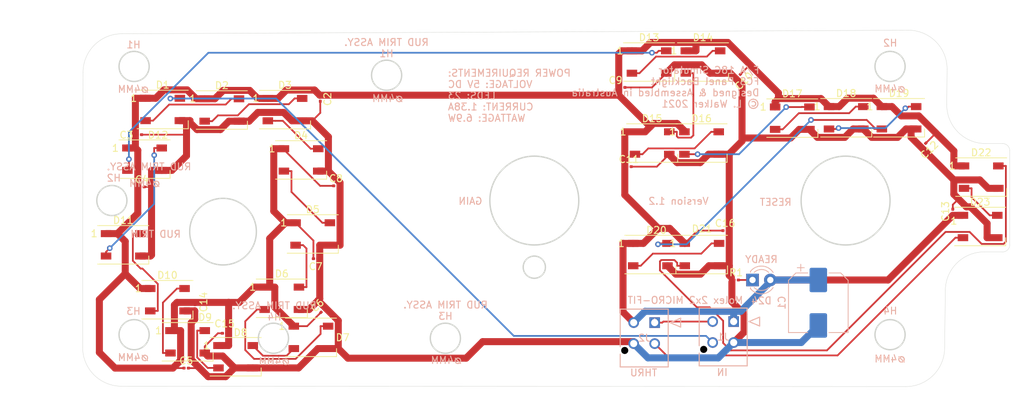
<source format=kicad_pcb>
(kicad_pcb (version 20171130) (host pcbnew "(5.1.6)-1")

  (general
    (thickness 1.6)
    (drawings 182)
    (tracks 424)
    (zones 0)
    (modules 43)
    (nets 29)
  )

  (page A4)
  (layers
    (0 F.Cu signal)
    (31 B.Cu signal)
    (32 B.Adhes user)
    (33 F.Adhes user)
    (34 B.Paste user)
    (35 F.Paste user)
    (36 B.SilkS user)
    (37 F.SilkS user)
    (38 B.Mask user)
    (39 F.Mask user)
    (40 Dwgs.User user)
    (41 Cmts.User user)
    (42 Eco1.User user)
    (43 Eco2.User user)
    (44 Edge.Cuts user)
    (45 Margin user)
    (46 B.CrtYd user)
    (47 F.CrtYd user)
    (48 B.Fab user)
    (49 F.Fab user)
  )

  (setup
    (last_trace_width 0.25)
    (user_trace_width 0.25)
    (user_trace_width 0.5)
    (user_trace_width 1)
    (trace_clearance 0.2)
    (zone_clearance 0.508)
    (zone_45_only no)
    (trace_min 0.2)
    (via_size 0.8)
    (via_drill 0.4)
    (via_min_size 0.4)
    (via_min_drill 0.3)
    (uvia_size 0.3)
    (uvia_drill 0.1)
    (uvias_allowed no)
    (uvia_min_size 0.2)
    (uvia_min_drill 0.1)
    (edge_width 0.05)
    (segment_width 0.2)
    (pcb_text_width 0.3)
    (pcb_text_size 1.5 1.5)
    (mod_edge_width 0.12)
    (mod_text_size 1 1)
    (mod_text_width 0.15)
    (pad_size 1.524 1.524)
    (pad_drill 0.762)
    (pad_to_mask_clearance 0.05)
    (aux_axis_origin 0 0)
    (visible_elements 7FFFFFFF)
    (pcbplotparams
      (layerselection 0x010fc_ffffffff)
      (usegerberextensions false)
      (usegerberattributes true)
      (usegerberadvancedattributes true)
      (creategerberjobfile true)
      (excludeedgelayer true)
      (linewidth 0.100000)
      (plotframeref false)
      (viasonmask false)
      (mode 1)
      (useauxorigin false)
      (hpglpennumber 1)
      (hpglpenspeed 20)
      (hpglpendiameter 15.000000)
      (psnegative false)
      (psa4output false)
      (plotreference true)
      (plotvalue true)
      (plotinvisibletext false)
      (padsonsilk false)
      (subtractmaskfromsilk false)
      (outputformat 1)
      (mirror false)
      (drillshape 1)
      (scaleselection 1)
      (outputdirectory ""))
  )

  (net 0 "")
  (net 1 "Net-(D1-Pad2)")
  (net 2 "Net-(D1-Pad4)")
  (net 3 "Net-(D2-Pad2)")
  (net 4 "Net-(D3-Pad2)")
  (net 5 "Net-(D4-Pad2)")
  (net 6 "Net-(D5-Pad2)")
  (net 7 "Net-(D6-Pad2)")
  (net 8 "Net-(D7-Pad2)")
  (net 9 "Net-(D8-Pad2)")
  (net 10 "Net-(D10-Pad4)")
  (net 11 "Net-(D10-Pad2)")
  (net 12 "Net-(D11-Pad2)")
  (net 13 "Net-(D12-Pad2)")
  (net 14 "Net-(D13-Pad2)")
  (net 15 "Net-(D14-Pad2)")
  (net 16 "Net-(D15-Pad2)")
  (net 17 "Net-(D16-Pad2)")
  (net 18 "Net-(D17-Pad2)")
  (net 19 "Net-(D18-Pad2)")
  (net 20 "Net-(D19-Pad2)")
  (net 21 "Net-(D20-Pad2)")
  (net 22 "Net-(D21-Pad2)")
  (net 23 "Net-(D22-Pad2)")
  (net 24 "Net-(D23-Pad2)")
  (net 25 "Net-(J1-Pad2)")
  (net 26 "Net-(D24-Pad1)")
  (net 27 /LEDGND)
  (net 28 /LED+5V)

  (net_class Default "This is the default net class."
    (clearance 0.2)
    (trace_width 0.25)
    (via_dia 0.8)
    (via_drill 0.4)
    (uvia_dia 0.3)
    (uvia_drill 0.1)
    (add_net "Net-(D1-Pad2)")
    (add_net "Net-(D1-Pad4)")
    (add_net "Net-(D10-Pad2)")
    (add_net "Net-(D10-Pad4)")
    (add_net "Net-(D11-Pad2)")
    (add_net "Net-(D12-Pad2)")
    (add_net "Net-(D13-Pad2)")
    (add_net "Net-(D14-Pad2)")
    (add_net "Net-(D15-Pad2)")
    (add_net "Net-(D16-Pad2)")
    (add_net "Net-(D17-Pad2)")
    (add_net "Net-(D18-Pad2)")
    (add_net "Net-(D19-Pad2)")
    (add_net "Net-(D2-Pad2)")
    (add_net "Net-(D20-Pad2)")
    (add_net "Net-(D21-Pad2)")
    (add_net "Net-(D22-Pad2)")
    (add_net "Net-(D23-Pad2)")
    (add_net "Net-(D24-Pad1)")
    (add_net "Net-(D3-Pad2)")
    (add_net "Net-(D4-Pad2)")
    (add_net "Net-(D5-Pad2)")
    (add_net "Net-(D6-Pad2)")
    (add_net "Net-(D7-Pad2)")
    (add_net "Net-(D8-Pad2)")
    (add_net "Net-(J1-Pad2)")
  )

  (net_class LED+5V ""
    (clearance 0.2)
    (trace_width 1)
    (via_dia 1.5)
    (via_drill 0.75)
    (uvia_dia 0.3)
    (uvia_drill 0.1)
    (add_net /LED+5V)
    (add_net /LEDGND)
  )

  (module footprints:Molex_MicroFit_2X2 (layer B.Cu) (tedit 5F952CF2) (tstamp 5F85E846)
    (at 164.541 88.2904)
    (path /5F85B036)
    (fp_text reference J2 (at -1.495006 2.199999) (layer B.SilkS)
      (effects (font (size 1 1) (thickness 0.15)) (justify mirror))
    )
    (fp_text value Conn_01x04_Female (at -1.495006 2.199999) (layer B.SilkS) hide
      (effects (font (size 1 1) (thickness 0.15)) (justify mirror))
    )
    (fp_line (start 3.199994 7.6) (end -6.190006 7.6) (layer B.CrtYd) (width 0.1524))
    (fp_line (start 3.199994 -3.2) (end 3.199994 7.6) (layer B.CrtYd) (width 0.1524))
    (fp_line (start -6.190006 -3.2) (end 3.199994 -3.2) (layer B.CrtYd) (width 0.1524))
    (fp_line (start -6.190006 7.6) (end -6.190006 -3.2) (layer B.CrtYd) (width 0.1524))
    (fp_line (start -4.920006 3.451456) (end -4.920006 -1.93) (layer B.SilkS) (width 0.1524))
    (fp_line (start -4.920006 6.33) (end -4.920006 -1.93) (layer B.Fab) (width 0.1524))
    (fp_line (start 1.929994 6.33) (end -4.920006 6.33) (layer B.Fab) (width 0.1524))
    (fp_line (start 1.929994 -1.93) (end 1.929994 6.33) (layer B.Fab) (width 0.1524))
    (fp_line (start -4.920006 -1.93) (end 1.929994 -1.93) (layer B.Fab) (width 0.1524))
    (fp_line (start -4.920006 6.33) (end -4.920006 4.508543) (layer B.SilkS) (width 0.1524))
    (fp_line (start 1.929994 6.33) (end -4.920006 6.33) (layer B.SilkS) (width 0.1524))
    (fp_line (start 1.929994 -1.93) (end 1.929994 6.33) (layer B.SilkS) (width 0.1524))
    (fp_line (start -4.920006 -1.93) (end 1.929994 -1.93) (layer B.SilkS) (width 0.1524))
    (fp_line (start 3.707993 -0.635) (end 2.183994 0) (layer B.Fab) (width 0.1524))
    (fp_line (start 3.707993 0.635) (end 3.707993 -0.635) (layer B.Fab) (width 0.1524))
    (fp_line (start 2.183994 0) (end 3.707993 0.635) (layer B.Fab) (width 0.1524))
    (fp_line (start 3.707993 -0.635) (end 2.183994 0) (layer B.SilkS) (width 0.1524))
    (fp_line (start 3.707993 0.635) (end 3.707993 -0.635) (layer B.SilkS) (width 0.1524))
    (fp_line (start 2.183994 0) (end 3.707993 0.635) (layer B.SilkS) (width 0.1524))
    (fp_text user * (at 0 0) (layer B.SilkS)
      (effects (font (size 1 1) (thickness 0.15)) (justify mirror))
    )
    (fp_text user * (at 0 0) (layer B.SilkS)
      (effects (font (size 1 1) (thickness 0.15)) (justify mirror))
    )
    (fp_text user "Copyright 2016 Accelerated Designs. All rights reserved." (at 0 0) (layer Cmts.User)
      (effects (font (size 0.127 0.127) (thickness 0.002)))
    )
    (pad 5 np_thru_hole circle (at -4.279999 3.98) (size 1.02 1.02) (drill 1.016) (layers))
    (pad 4 thru_hole circle (at -2.999999 2.999999) (size 1.52 1.52) (drill 1.016) (layers *.Cu *.Mask)
      (net 27 /LEDGND))
    (pad 3 thru_hole circle (at 0 2.999999 270) (size 1.52 1.52) (drill 1.016) (layers *.Cu *.Mask)
      (net 24 "Net-(D23-Pad2)"))
    (pad 2 thru_hole circle (at -2.999999 0) (size 1.52 1.52) (drill 1.016) (layers *.Cu *.Mask)
      (net 28 /LED+5V))
    (pad 1 thru_hole rect (at 0 0 270) (size 1.52 1.52) (drill 1.016) (layers *.Cu *.Mask)
      (net 25 "Net-(J1-Pad2)"))
    (model C:/Users/lukew/Downloads/MOLEX_2068320402/2068320402.STEP
      (offset (xyz -1.5 2.25 3.5))
      (scale (xyz 1 1 1))
      (rotate (xyz 0 0 0))
    )
    (model C:/Users/lukew/Downloads/kicad-footprints-master/Connector_Molex.3dshapes/2068320402.STEP
      (offset (xyz -1.5 2.25 3.5))
      (scale (xyz 1 1 1))
      (rotate (xyz 0 0 0))
    )
  )

  (module footprints:Molex_MicroFit_2X2 (layer B.Cu) (tedit 5F952CF2) (tstamp 5F85E819)
    (at 175.819 88.138)
    (path /5F857563)
    (fp_text reference J1 (at -1.495006 2.199999) (layer B.SilkS)
      (effects (font (size 1 1) (thickness 0.15)) (justify mirror))
    )
    (fp_text value Conn_01x04_Female (at -1.495006 2.199999) (layer B.SilkS) hide
      (effects (font (size 1 1) (thickness 0.15)) (justify mirror))
    )
    (fp_line (start 3.199994 7.6) (end -6.190006 7.6) (layer B.CrtYd) (width 0.1524))
    (fp_line (start 3.199994 -3.2) (end 3.199994 7.6) (layer B.CrtYd) (width 0.1524))
    (fp_line (start -6.190006 -3.2) (end 3.199994 -3.2) (layer B.CrtYd) (width 0.1524))
    (fp_line (start -6.190006 7.6) (end -6.190006 -3.2) (layer B.CrtYd) (width 0.1524))
    (fp_line (start -4.920006 3.451456) (end -4.920006 -1.93) (layer B.SilkS) (width 0.1524))
    (fp_line (start -4.920006 6.33) (end -4.920006 -1.93) (layer B.Fab) (width 0.1524))
    (fp_line (start 1.929994 6.33) (end -4.920006 6.33) (layer B.Fab) (width 0.1524))
    (fp_line (start 1.929994 -1.93) (end 1.929994 6.33) (layer B.Fab) (width 0.1524))
    (fp_line (start -4.920006 -1.93) (end 1.929994 -1.93) (layer B.Fab) (width 0.1524))
    (fp_line (start -4.920006 6.33) (end -4.920006 4.508543) (layer B.SilkS) (width 0.1524))
    (fp_line (start 1.929994 6.33) (end -4.920006 6.33) (layer B.SilkS) (width 0.1524))
    (fp_line (start 1.929994 -1.93) (end 1.929994 6.33) (layer B.SilkS) (width 0.1524))
    (fp_line (start -4.920006 -1.93) (end 1.929994 -1.93) (layer B.SilkS) (width 0.1524))
    (fp_line (start 3.707993 -0.635) (end 2.183994 0) (layer B.Fab) (width 0.1524))
    (fp_line (start 3.707993 0.635) (end 3.707993 -0.635) (layer B.Fab) (width 0.1524))
    (fp_line (start 2.183994 0) (end 3.707993 0.635) (layer B.Fab) (width 0.1524))
    (fp_line (start 3.707993 -0.635) (end 2.183994 0) (layer B.SilkS) (width 0.1524))
    (fp_line (start 3.707993 0.635) (end 3.707993 -0.635) (layer B.SilkS) (width 0.1524))
    (fp_line (start 2.183994 0) (end 3.707993 0.635) (layer B.SilkS) (width 0.1524))
    (fp_text user * (at 0 0) (layer B.SilkS)
      (effects (font (size 1 1) (thickness 0.15)) (justify mirror))
    )
    (fp_text user * (at 0 0) (layer B.SilkS)
      (effects (font (size 1 1) (thickness 0.15)) (justify mirror))
    )
    (fp_text user "Copyright 2016 Accelerated Designs. All rights reserved." (at 0 0) (layer Cmts.User)
      (effects (font (size 0.127 0.127) (thickness 0.002)))
    )
    (pad 5 np_thru_hole circle (at -4.279999 3.98) (size 1.02 1.02) (drill 1.016) (layers))
    (pad 4 thru_hole circle (at -2.999999 2.999999) (size 1.52 1.52) (drill 1.016) (layers *.Cu *.Mask)
      (net 2 "Net-(D1-Pad4)"))
    (pad 3 thru_hole circle (at 0 2.999999 270) (size 1.52 1.52) (drill 1.016) (layers *.Cu *.Mask)
      (net 27 /LEDGND))
    (pad 2 thru_hole circle (at -2.999999 0) (size 1.52 1.52) (drill 1.016) (layers *.Cu *.Mask)
      (net 25 "Net-(J1-Pad2)"))
    (pad 1 thru_hole rect (at 0 0 270) (size 1.52 1.52) (drill 1.016) (layers *.Cu *.Mask)
      (net 28 /LED+5V))
    (model C:/Users/lukew/Downloads/MOLEX_2068320402/2068320402.STEP
      (offset (xyz -1.5 2.25 3.5))
      (scale (xyz 1 1 1))
      (rotate (xyz 0 0 0))
    )
    (model C:/Users/lukew/Downloads/kicad-footprints-master/Connector_Molex.3dshapes/2068320402.STEP
      (offset (xyz -1.5 2.25 3.5))
      (scale (xyz 1 1 1))
      (rotate (xyz 0 0 0))
    )
  )

  (module Capacitor_SMD:C_0201_0603Metric (layer F.Cu) (tedit 5F68FEEE) (tstamp 5F970076)
    (at 174.5996 75.1332)
    (descr "Capacitor SMD 0201 (0603 Metric), square (rectangular) end terminal, IPC_7351 nominal, (Body size source: https://www.vishay.com/docs/20052/crcw0201e3.pdf), generated with kicad-footprint-generator")
    (tags capacitor)
    (path /600A93BA)
    (attr smd)
    (fp_text reference C16 (at 0 -1.05) (layer F.SilkS)
      (effects (font (size 1 1) (thickness 0.15)))
    )
    (fp_text value C (at 0 1.05) (layer F.Fab)
      (effects (font (size 1 1) (thickness 0.15)))
    )
    (fp_line (start 0.7 0.35) (end -0.7 0.35) (layer F.CrtYd) (width 0.05))
    (fp_line (start 0.7 -0.35) (end 0.7 0.35) (layer F.CrtYd) (width 0.05))
    (fp_line (start -0.7 -0.35) (end 0.7 -0.35) (layer F.CrtYd) (width 0.05))
    (fp_line (start -0.7 0.35) (end -0.7 -0.35) (layer F.CrtYd) (width 0.05))
    (fp_line (start 0.3 0.15) (end -0.3 0.15) (layer F.Fab) (width 0.1))
    (fp_line (start 0.3 -0.15) (end 0.3 0.15) (layer F.Fab) (width 0.1))
    (fp_line (start -0.3 -0.15) (end 0.3 -0.15) (layer F.Fab) (width 0.1))
    (fp_line (start -0.3 0.15) (end -0.3 -0.15) (layer F.Fab) (width 0.1))
    (fp_text user %R (at 0 -0.68) (layer F.Fab)
      (effects (font (size 0.25 0.25) (thickness 0.04)))
    )
    (pad 2 smd roundrect (at 0.32 0) (size 0.46 0.4) (layers F.Cu F.Mask) (roundrect_rratio 0.25)
      (net 27 /LEDGND))
    (pad 1 smd roundrect (at -0.32 0) (size 0.46 0.4) (layers F.Cu F.Mask) (roundrect_rratio 0.25)
      (net 28 /LED+5V))
    (pad "" smd roundrect (at 0.345 0) (size 0.318 0.36) (layers F.Paste) (roundrect_rratio 0.25))
    (pad "" smd roundrect (at -0.345 0) (size 0.318 0.36) (layers F.Paste) (roundrect_rratio 0.25))
    (model ${KISYS3DMOD}/Capacitor_SMD.3dshapes/C_0201_0603Metric.wrl
      (at (xyz 0 0 0))
      (scale (xyz 1 1 1))
      (rotate (xyz 0 0 0))
    )
  )

  (module Capacitor_SMD:C_0201_0603Metric (layer F.Cu) (tedit 5F68FEEE) (tstamp 5F970065)
    (at 103.124 89.8144 180)
    (descr "Capacitor SMD 0201 (0603 Metric), square (rectangular) end terminal, IPC_7351 nominal, (Body size source: https://www.vishay.com/docs/20052/crcw0201e3.pdf), generated with kicad-footprint-generator")
    (tags capacitor)
    (path /600A93B4)
    (attr smd)
    (fp_text reference C15 (at 0 1.3716) (layer F.SilkS)
      (effects (font (size 1 1) (thickness 0.15)))
    )
    (fp_text value C (at -0.1016 0.9932) (layer F.Fab)
      (effects (font (size 1 1) (thickness 0.15)))
    )
    (fp_line (start 0.7 0.35) (end -0.7 0.35) (layer F.CrtYd) (width 0.05))
    (fp_line (start 0.7 -0.35) (end 0.7 0.35) (layer F.CrtYd) (width 0.05))
    (fp_line (start -0.7 -0.35) (end 0.7 -0.35) (layer F.CrtYd) (width 0.05))
    (fp_line (start -0.7 0.35) (end -0.7 -0.35) (layer F.CrtYd) (width 0.05))
    (fp_line (start 0.3 0.15) (end -0.3 0.15) (layer F.Fab) (width 0.1))
    (fp_line (start 0.3 -0.15) (end 0.3 0.15) (layer F.Fab) (width 0.1))
    (fp_line (start -0.3 -0.15) (end 0.3 -0.15) (layer F.Fab) (width 0.1))
    (fp_line (start -0.3 0.15) (end -0.3 -0.15) (layer F.Fab) (width 0.1))
    (fp_text user %R (at 0 -0.68) (layer F.Fab)
      (effects (font (size 0.25 0.25) (thickness 0.04)))
    )
    (pad 2 smd roundrect (at 0.32 0 180) (size 0.46 0.4) (layers F.Cu F.Mask) (roundrect_rratio 0.25)
      (net 27 /LEDGND))
    (pad 1 smd roundrect (at -0.32 0 180) (size 0.46 0.4) (layers F.Cu F.Mask) (roundrect_rratio 0.25)
      (net 28 /LED+5V))
    (pad "" smd roundrect (at 0.345 0 180) (size 0.318 0.36) (layers F.Paste) (roundrect_rratio 0.25))
    (pad "" smd roundrect (at -0.345 0 180) (size 0.318 0.36) (layers F.Paste) (roundrect_rratio 0.25))
    (model ${KISYS3DMOD}/Capacitor_SMD.3dshapes/C_0201_0603Metric.wrl
      (at (xyz 0 0 0))
      (scale (xyz 1 1 1))
      (rotate (xyz 0 0 0))
    )
  )

  (module Capacitor_SMD:C_0201_0603Metric (layer F.Cu) (tedit 5F68FEEE) (tstamp 5F970054)
    (at 98.9076 86.0196 270)
    (descr "Capacitor SMD 0201 (0603 Metric), square (rectangular) end terminal, IPC_7351 nominal, (Body size source: https://www.vishay.com/docs/20052/crcw0201e3.pdf), generated with kicad-footprint-generator")
    (tags capacitor)
    (path /600A93AE)
    (attr smd)
    (fp_text reference C14 (at -0.6756 -1.2192 90) (layer F.SilkS)
      (effects (font (size 1 1) (thickness 0.15)))
    )
    (fp_text value C (at 0 1.05 90) (layer F.Fab)
      (effects (font (size 1 1) (thickness 0.15)))
    )
    (fp_line (start 0.7 0.35) (end -0.7 0.35) (layer F.CrtYd) (width 0.05))
    (fp_line (start 0.7 -0.35) (end 0.7 0.35) (layer F.CrtYd) (width 0.05))
    (fp_line (start -0.7 -0.35) (end 0.7 -0.35) (layer F.CrtYd) (width 0.05))
    (fp_line (start -0.7 0.35) (end -0.7 -0.35) (layer F.CrtYd) (width 0.05))
    (fp_line (start 0.3 0.15) (end -0.3 0.15) (layer F.Fab) (width 0.1))
    (fp_line (start 0.3 -0.15) (end 0.3 0.15) (layer F.Fab) (width 0.1))
    (fp_line (start -0.3 -0.15) (end 0.3 -0.15) (layer F.Fab) (width 0.1))
    (fp_line (start -0.3 0.15) (end -0.3 -0.15) (layer F.Fab) (width 0.1))
    (fp_text user %R (at 0 -0.68 90) (layer F.Fab)
      (effects (font (size 0.25 0.25) (thickness 0.04)))
    )
    (pad 2 smd roundrect (at 0.32 0 270) (size 0.46 0.4) (layers F.Cu F.Mask) (roundrect_rratio 0.25)
      (net 27 /LEDGND))
    (pad 1 smd roundrect (at -0.32 0 270) (size 0.46 0.4) (layers F.Cu F.Mask) (roundrect_rratio 0.25)
      (net 28 /LED+5V))
    (pad "" smd roundrect (at 0.345 0 270) (size 0.318 0.36) (layers F.Paste) (roundrect_rratio 0.25))
    (pad "" smd roundrect (at -0.345 0 270) (size 0.318 0.36) (layers F.Paste) (roundrect_rratio 0.25))
    (model ${KISYS3DMOD}/Capacitor_SMD.3dshapes/C_0201_0603Metric.wrl
      (at (xyz 0 0 0))
      (scale (xyz 1 1 1))
      (rotate (xyz 0 0 0))
    )
  )

  (module Capacitor_SMD:C_0201_0603Metric (layer F.Cu) (tedit 5F68FEEE) (tstamp 5F96EB03)
    (at 97.6376 94.7928)
    (descr "Capacitor SMD 0201 (0603 Metric), square (rectangular) end terminal, IPC_7351 nominal, (Body size source: https://www.vishay.com/docs/20052/crcw0201e3.pdf), generated with kicad-footprint-generator")
    (tags capacitor)
    (path /5FF6C12C)
    (attr smd)
    (fp_text reference C5 (at 0 -1.05) (layer F.SilkS)
      (effects (font (size 1 1) (thickness 0.15)))
    )
    (fp_text value C (at 0 1.05) (layer F.Fab)
      (effects (font (size 1 1) (thickness 0.15)))
    )
    (fp_line (start 0.7 0.35) (end -0.7 0.35) (layer F.CrtYd) (width 0.05))
    (fp_line (start 0.7 -0.35) (end 0.7 0.35) (layer F.CrtYd) (width 0.05))
    (fp_line (start -0.7 -0.35) (end 0.7 -0.35) (layer F.CrtYd) (width 0.05))
    (fp_line (start -0.7 0.35) (end -0.7 -0.35) (layer F.CrtYd) (width 0.05))
    (fp_line (start 0.3 0.15) (end -0.3 0.15) (layer F.Fab) (width 0.1))
    (fp_line (start 0.3 -0.15) (end 0.3 0.15) (layer F.Fab) (width 0.1))
    (fp_line (start -0.3 -0.15) (end 0.3 -0.15) (layer F.Fab) (width 0.1))
    (fp_line (start -0.3 0.15) (end -0.3 -0.15) (layer F.Fab) (width 0.1))
    (fp_text user %R (at 0 -0.68) (layer F.Fab)
      (effects (font (size 0.25 0.25) (thickness 0.04)))
    )
    (pad 2 smd roundrect (at 0.32 0) (size 0.46 0.4) (layers F.Cu F.Mask) (roundrect_rratio 0.25)
      (net 27 /LEDGND))
    (pad 1 smd roundrect (at -0.32 0) (size 0.46 0.4) (layers F.Cu F.Mask) (roundrect_rratio 0.25)
      (net 28 /LED+5V))
    (pad "" smd roundrect (at 0.345 0) (size 0.318 0.36) (layers F.Paste) (roundrect_rratio 0.25))
    (pad "" smd roundrect (at -0.345 0) (size 0.318 0.36) (layers F.Paste) (roundrect_rratio 0.25))
    (model ${KISYS3DMOD}/Capacitor_SMD.3dshapes/C_0201_0603Metric.wrl
      (at (xyz 0 0 0))
      (scale (xyz 1 1 1))
      (rotate (xyz 0 0 0))
    )
  )

  (module Capacitor_SMD:C_0201_0603Metric (layer F.Cu) (tedit 5F68FEEE) (tstamp 5F96EB8B)
    (at 207.1116 72.39 90)
    (descr "Capacitor SMD 0201 (0603 Metric), square (rectangular) end terminal, IPC_7351 nominal, (Body size source: https://www.vishay.com/docs/20052/crcw0201e3.pdf), generated with kicad-footprint-generator")
    (tags capacitor)
    (path /6001DE45)
    (attr smd)
    (fp_text reference C13 (at 0 -1.05 90) (layer F.SilkS)
      (effects (font (size 1 1) (thickness 0.15)))
    )
    (fp_text value C (at 0 1.05 90) (layer F.Fab)
      (effects (font (size 1 1) (thickness 0.15)))
    )
    (fp_line (start 0.7 0.35) (end -0.7 0.35) (layer F.CrtYd) (width 0.05))
    (fp_line (start 0.7 -0.35) (end 0.7 0.35) (layer F.CrtYd) (width 0.05))
    (fp_line (start -0.7 -0.35) (end 0.7 -0.35) (layer F.CrtYd) (width 0.05))
    (fp_line (start -0.7 0.35) (end -0.7 -0.35) (layer F.CrtYd) (width 0.05))
    (fp_line (start 0.3 0.15) (end -0.3 0.15) (layer F.Fab) (width 0.1))
    (fp_line (start 0.3 -0.15) (end 0.3 0.15) (layer F.Fab) (width 0.1))
    (fp_line (start -0.3 -0.15) (end 0.3 -0.15) (layer F.Fab) (width 0.1))
    (fp_line (start -0.3 0.15) (end -0.3 -0.15) (layer F.Fab) (width 0.1))
    (fp_text user %R (at 0 -0.68 90) (layer F.Fab)
      (effects (font (size 0.25 0.25) (thickness 0.04)))
    )
    (pad 2 smd roundrect (at 0.32 0 90) (size 0.46 0.4) (layers F.Cu F.Mask) (roundrect_rratio 0.25)
      (net 27 /LEDGND))
    (pad 1 smd roundrect (at -0.32 0 90) (size 0.46 0.4) (layers F.Cu F.Mask) (roundrect_rratio 0.25)
      (net 28 /LED+5V))
    (pad "" smd roundrect (at 0.345 0 90) (size 0.318 0.36) (layers F.Paste) (roundrect_rratio 0.25))
    (pad "" smd roundrect (at -0.345 0 90) (size 0.318 0.36) (layers F.Paste) (roundrect_rratio 0.25))
    (model ${KISYS3DMOD}/Capacitor_SMD.3dshapes/C_0201_0603Metric.wrl
      (at (xyz 0 0 0))
      (scale (xyz 1 1 1))
      (rotate (xyz 0 0 0))
    )
  )

  (module Capacitor_SMD:C_0201_0603Metric (layer F.Cu) (tedit 5F68FEEE) (tstamp 5F96EB7A)
    (at 203.024526 62.862674 225)
    (descr "Capacitor SMD 0201 (0603 Metric), square (rectangular) end terminal, IPC_7351 nominal, (Body size source: https://www.vishay.com/docs/20052/crcw0201e3.pdf), generated with kicad-footprint-generator")
    (tags capacitor)
    (path /60007B9E)
    (attr smd)
    (fp_text reference C12 (at 0 -1.05 45) (layer F.SilkS)
      (effects (font (size 1 1) (thickness 0.15)))
    )
    (fp_text value C (at 0 1.05 45) (layer F.Fab)
      (effects (font (size 1 1) (thickness 0.15)))
    )
    (fp_line (start 0.7 0.35) (end -0.7 0.35) (layer F.CrtYd) (width 0.05))
    (fp_line (start 0.7 -0.35) (end 0.7 0.35) (layer F.CrtYd) (width 0.05))
    (fp_line (start -0.7 -0.35) (end 0.7 -0.35) (layer F.CrtYd) (width 0.05))
    (fp_line (start -0.7 0.35) (end -0.7 -0.35) (layer F.CrtYd) (width 0.05))
    (fp_line (start 0.3 0.15) (end -0.3 0.15) (layer F.Fab) (width 0.1))
    (fp_line (start 0.3 -0.15) (end 0.3 0.15) (layer F.Fab) (width 0.1))
    (fp_line (start -0.3 -0.15) (end 0.3 -0.15) (layer F.Fab) (width 0.1))
    (fp_line (start -0.3 0.15) (end -0.3 -0.15) (layer F.Fab) (width 0.1))
    (fp_text user %R (at 0 -0.68 45) (layer F.Fab)
      (effects (font (size 0.25 0.25) (thickness 0.04)))
    )
    (pad 2 smd roundrect (at 0.32 0 225) (size 0.46 0.4) (layers F.Cu F.Mask) (roundrect_rratio 0.25)
      (net 27 /LEDGND))
    (pad 1 smd roundrect (at -0.32 0 225) (size 0.46 0.4) (layers F.Cu F.Mask) (roundrect_rratio 0.25)
      (net 28 /LED+5V))
    (pad "" smd roundrect (at 0.345 0 225) (size 0.318 0.36) (layers F.Paste) (roundrect_rratio 0.25))
    (pad "" smd roundrect (at -0.345 0 225) (size 0.318 0.36) (layers F.Paste) (roundrect_rratio 0.25))
    (model ${KISYS3DMOD}/Capacitor_SMD.3dshapes/C_0201_0603Metric.wrl
      (at (xyz 0 0 0))
      (scale (xyz 1 1 1))
      (rotate (xyz 0 0 0))
    )
  )

  (module Capacitor_SMD:C_0201_0603Metric (layer F.Cu) (tedit 5F68FEEE) (tstamp 5F96EB69)
    (at 160.8684 65.9892)
    (descr "Capacitor SMD 0201 (0603 Metric), square (rectangular) end terminal, IPC_7351 nominal, (Body size source: https://www.vishay.com/docs/20052/crcw0201e3.pdf), generated with kicad-footprint-generator")
    (tags capacitor)
    (path /5FFF194A)
    (attr smd)
    (fp_text reference C11 (at 0 -1.05) (layer F.SilkS)
      (effects (font (size 1 1) (thickness 0.15)))
    )
    (fp_text value C (at 0 1.05) (layer F.Fab)
      (effects (font (size 1 1) (thickness 0.15)))
    )
    (fp_line (start 0.7 0.35) (end -0.7 0.35) (layer F.CrtYd) (width 0.05))
    (fp_line (start 0.7 -0.35) (end 0.7 0.35) (layer F.CrtYd) (width 0.05))
    (fp_line (start -0.7 -0.35) (end 0.7 -0.35) (layer F.CrtYd) (width 0.05))
    (fp_line (start -0.7 0.35) (end -0.7 -0.35) (layer F.CrtYd) (width 0.05))
    (fp_line (start 0.3 0.15) (end -0.3 0.15) (layer F.Fab) (width 0.1))
    (fp_line (start 0.3 -0.15) (end 0.3 0.15) (layer F.Fab) (width 0.1))
    (fp_line (start -0.3 -0.15) (end 0.3 -0.15) (layer F.Fab) (width 0.1))
    (fp_line (start -0.3 0.15) (end -0.3 -0.15) (layer F.Fab) (width 0.1))
    (fp_text user %R (at 0 -0.68) (layer F.Fab)
      (effects (font (size 0.25 0.25) (thickness 0.04)))
    )
    (pad 2 smd roundrect (at 0.32 0) (size 0.46 0.4) (layers F.Cu F.Mask) (roundrect_rratio 0.25)
      (net 27 /LEDGND))
    (pad 1 smd roundrect (at -0.32 0) (size 0.46 0.4) (layers F.Cu F.Mask) (roundrect_rratio 0.25)
      (net 28 /LED+5V))
    (pad "" smd roundrect (at 0.345 0) (size 0.318 0.36) (layers F.Paste) (roundrect_rratio 0.25))
    (pad "" smd roundrect (at -0.345 0) (size 0.318 0.36) (layers F.Paste) (roundrect_rratio 0.25))
    (model ${KISYS3DMOD}/Capacitor_SMD.3dshapes/C_0201_0603Metric.wrl
      (at (xyz 0 0 0))
      (scale (xyz 1 1 1))
      (rotate (xyz 0 0 0))
    )
  )

  (module Capacitor_SMD:C_0201_0603Metric (layer F.Cu) (tedit 5F68FEEE) (tstamp 5F96EB58)
    (at 176.557726 53.007474 225)
    (descr "Capacitor SMD 0201 (0603 Metric), square (rectangular) end terminal, IPC_7351 nominal, (Body size source: https://www.vishay.com/docs/20052/crcw0201e3.pdf), generated with kicad-footprint-generator")
    (tags capacitor)
    (path /5FFDB4AC)
    (attr smd)
    (fp_text reference C10 (at 0 -1.05 45) (layer F.SilkS)
      (effects (font (size 1 1) (thickness 0.15)))
    )
    (fp_text value C (at 0 1.05 45) (layer F.Fab)
      (effects (font (size 1 1) (thickness 0.15)))
    )
    (fp_line (start 0.7 0.35) (end -0.7 0.35) (layer F.CrtYd) (width 0.05))
    (fp_line (start 0.7 -0.35) (end 0.7 0.35) (layer F.CrtYd) (width 0.05))
    (fp_line (start -0.7 -0.35) (end 0.7 -0.35) (layer F.CrtYd) (width 0.05))
    (fp_line (start -0.7 0.35) (end -0.7 -0.35) (layer F.CrtYd) (width 0.05))
    (fp_line (start 0.3 0.15) (end -0.3 0.15) (layer F.Fab) (width 0.1))
    (fp_line (start 0.3 -0.15) (end 0.3 0.15) (layer F.Fab) (width 0.1))
    (fp_line (start -0.3 -0.15) (end 0.3 -0.15) (layer F.Fab) (width 0.1))
    (fp_line (start -0.3 0.15) (end -0.3 -0.15) (layer F.Fab) (width 0.1))
    (fp_text user %R (at 0 -0.68 45) (layer F.Fab)
      (effects (font (size 0.25 0.25) (thickness 0.04)))
    )
    (pad 2 smd roundrect (at 0.32 0 225) (size 0.46 0.4) (layers F.Cu F.Mask) (roundrect_rratio 0.25)
      (net 27 /LEDGND))
    (pad 1 smd roundrect (at -0.32 0 225) (size 0.46 0.4) (layers F.Cu F.Mask) (roundrect_rratio 0.25)
      (net 28 /LED+5V))
    (pad "" smd roundrect (at 0.345 0 225) (size 0.318 0.36) (layers F.Paste) (roundrect_rratio 0.25))
    (pad "" smd roundrect (at -0.345 0 225) (size 0.318 0.36) (layers F.Paste) (roundrect_rratio 0.25))
    (model ${KISYS3DMOD}/Capacitor_SMD.3dshapes/C_0201_0603Metric.wrl
      (at (xyz 0 0 0))
      (scale (xyz 1 1 1))
      (rotate (xyz 0 0 0))
    )
  )

  (module Capacitor_SMD:C_0201_0603Metric (layer F.Cu) (tedit 5F68FEEE) (tstamp 5F96EB47)
    (at 159.9692 54.6608)
    (descr "Capacitor SMD 0201 (0603 Metric), square (rectangular) end terminal, IPC_7351 nominal, (Body size source: https://www.vishay.com/docs/20052/crcw0201e3.pdf), generated with kicad-footprint-generator")
    (tags capacitor)
    (path /5FFC4C07)
    (attr smd)
    (fp_text reference C9 (at -1.016 -1.016) (layer F.SilkS)
      (effects (font (size 1 1) (thickness 0.15)))
    )
    (fp_text value C (at 0 1.05) (layer F.Fab)
      (effects (font (size 1 1) (thickness 0.15)))
    )
    (fp_line (start 0.7 0.35) (end -0.7 0.35) (layer F.CrtYd) (width 0.05))
    (fp_line (start 0.7 -0.35) (end 0.7 0.35) (layer F.CrtYd) (width 0.05))
    (fp_line (start -0.7 -0.35) (end 0.7 -0.35) (layer F.CrtYd) (width 0.05))
    (fp_line (start -0.7 0.35) (end -0.7 -0.35) (layer F.CrtYd) (width 0.05))
    (fp_line (start 0.3 0.15) (end -0.3 0.15) (layer F.Fab) (width 0.1))
    (fp_line (start 0.3 -0.15) (end 0.3 0.15) (layer F.Fab) (width 0.1))
    (fp_line (start -0.3 -0.15) (end 0.3 -0.15) (layer F.Fab) (width 0.1))
    (fp_line (start -0.3 0.15) (end -0.3 -0.15) (layer F.Fab) (width 0.1))
    (fp_text user %R (at 0 -0.68) (layer F.Fab)
      (effects (font (size 0.25 0.25) (thickness 0.04)))
    )
    (pad 2 smd roundrect (at 0.32 0) (size 0.46 0.4) (layers F.Cu F.Mask) (roundrect_rratio 0.25)
      (net 27 /LEDGND))
    (pad 1 smd roundrect (at -0.32 0) (size 0.46 0.4) (layers F.Cu F.Mask) (roundrect_rratio 0.25)
      (net 28 /LED+5V))
    (pad "" smd roundrect (at 0.345 0) (size 0.318 0.36) (layers F.Paste) (roundrect_rratio 0.25))
    (pad "" smd roundrect (at -0.345 0) (size 0.318 0.36) (layers F.Paste) (roundrect_rratio 0.25))
    (model ${KISYS3DMOD}/Capacitor_SMD.3dshapes/C_0201_0603Metric.wrl
      (at (xyz 0 0 0))
      (scale (xyz 1 1 1))
      (rotate (xyz 0 0 0))
    )
  )

  (module Capacitor_SMD:C_0201_0603Metric (layer F.Cu) (tedit 5F68FEEE) (tstamp 5F96EB36)
    (at 119.0244 68.7324)
    (descr "Capacitor SMD 0201 (0603 Metric), square (rectangular) end terminal, IPC_7351 nominal, (Body size source: https://www.vishay.com/docs/20052/crcw0201e3.pdf), generated with kicad-footprint-generator")
    (tags capacitor)
    (path /5FFAE8CD)
    (attr smd)
    (fp_text reference C8 (at 0 -1.05) (layer F.SilkS)
      (effects (font (size 1 1) (thickness 0.15)))
    )
    (fp_text value C (at 0 1.05) (layer F.Fab)
      (effects (font (size 1 1) (thickness 0.15)))
    )
    (fp_line (start 0.7 0.35) (end -0.7 0.35) (layer F.CrtYd) (width 0.05))
    (fp_line (start 0.7 -0.35) (end 0.7 0.35) (layer F.CrtYd) (width 0.05))
    (fp_line (start -0.7 -0.35) (end 0.7 -0.35) (layer F.CrtYd) (width 0.05))
    (fp_line (start -0.7 0.35) (end -0.7 -0.35) (layer F.CrtYd) (width 0.05))
    (fp_line (start 0.3 0.15) (end -0.3 0.15) (layer F.Fab) (width 0.1))
    (fp_line (start 0.3 -0.15) (end 0.3 0.15) (layer F.Fab) (width 0.1))
    (fp_line (start -0.3 -0.15) (end 0.3 -0.15) (layer F.Fab) (width 0.1))
    (fp_line (start -0.3 0.15) (end -0.3 -0.15) (layer F.Fab) (width 0.1))
    (fp_text user %R (at 0 -0.68) (layer F.Fab)
      (effects (font (size 0.25 0.25) (thickness 0.04)))
    )
    (pad 2 smd roundrect (at 0.32 0) (size 0.46 0.4) (layers F.Cu F.Mask) (roundrect_rratio 0.25)
      (net 27 /LEDGND))
    (pad 1 smd roundrect (at -0.32 0) (size 0.46 0.4) (layers F.Cu F.Mask) (roundrect_rratio 0.25)
      (net 28 /LED+5V))
    (pad "" smd roundrect (at 0.345 0) (size 0.318 0.36) (layers F.Paste) (roundrect_rratio 0.25))
    (pad "" smd roundrect (at -0.345 0) (size 0.318 0.36) (layers F.Paste) (roundrect_rratio 0.25))
    (model ${KISYS3DMOD}/Capacitor_SMD.3dshapes/C_0201_0603Metric.wrl
      (at (xyz 0 0 0))
      (scale (xyz 1 1 1))
      (rotate (xyz 0 0 0))
    )
  )

  (module Capacitor_SMD:C_0201_0603Metric (layer F.Cu) (tedit 5F68FEEE) (tstamp 5F96EB25)
    (at 116.1288 79.1464)
    (descr "Capacitor SMD 0201 (0603 Metric), square (rectangular) end terminal, IPC_7351 nominal, (Body size source: https://www.vishay.com/docs/20052/crcw0201e3.pdf), generated with kicad-footprint-generator")
    (tags capacitor)
    (path /5FF9868F)
    (attr smd)
    (fp_text reference C7 (at 0 1.1176) (layer F.SilkS)
      (effects (font (size 1 1) (thickness 0.15)))
    )
    (fp_text value C (at 0 1.05) (layer F.Fab)
      (effects (font (size 1 1) (thickness 0.15)))
    )
    (fp_line (start 0.7 0.35) (end -0.7 0.35) (layer F.CrtYd) (width 0.05))
    (fp_line (start 0.7 -0.35) (end 0.7 0.35) (layer F.CrtYd) (width 0.05))
    (fp_line (start -0.7 -0.35) (end 0.7 -0.35) (layer F.CrtYd) (width 0.05))
    (fp_line (start -0.7 0.35) (end -0.7 -0.35) (layer F.CrtYd) (width 0.05))
    (fp_line (start 0.3 0.15) (end -0.3 0.15) (layer F.Fab) (width 0.1))
    (fp_line (start 0.3 -0.15) (end 0.3 0.15) (layer F.Fab) (width 0.1))
    (fp_line (start -0.3 -0.15) (end 0.3 -0.15) (layer F.Fab) (width 0.1))
    (fp_line (start -0.3 0.15) (end -0.3 -0.15) (layer F.Fab) (width 0.1))
    (fp_text user %R (at 0 -0.68) (layer F.Fab)
      (effects (font (size 0.25 0.25) (thickness 0.04)))
    )
    (pad 2 smd roundrect (at 0.32 0) (size 0.46 0.4) (layers F.Cu F.Mask) (roundrect_rratio 0.25)
      (net 27 /LEDGND))
    (pad 1 smd roundrect (at -0.32 0) (size 0.46 0.4) (layers F.Cu F.Mask) (roundrect_rratio 0.25)
      (net 28 /LED+5V))
    (pad "" smd roundrect (at 0.345 0) (size 0.318 0.36) (layers F.Paste) (roundrect_rratio 0.25))
    (pad "" smd roundrect (at -0.345 0) (size 0.318 0.36) (layers F.Paste) (roundrect_rratio 0.25))
    (model ${KISYS3DMOD}/Capacitor_SMD.3dshapes/C_0201_0603Metric.wrl
      (at (xyz 0 0 0))
      (scale (xyz 1 1 1))
      (rotate (xyz 0 0 0))
    )
  )

  (module Capacitor_SMD:C_0201_0603Metric (layer F.Cu) (tedit 5F68FEEE) (tstamp 5F96EB14)
    (at 117.117074 86.590926 45)
    (descr "Capacitor SMD 0201 (0603 Metric), square (rectangular) end terminal, IPC_7351 nominal, (Body size source: https://www.vishay.com/docs/20052/crcw0201e3.pdf), generated with kicad-footprint-generator")
    (tags capacitor)
    (path /5FF8239D)
    (attr smd)
    (fp_text reference C6 (at 0 -1.05 45) (layer F.SilkS)
      (effects (font (size 1 1) (thickness 0.15)))
    )
    (fp_text value C (at 0 1.05 45) (layer F.Fab)
      (effects (font (size 1 1) (thickness 0.15)))
    )
    (fp_line (start 0.7 0.35) (end -0.7 0.35) (layer F.CrtYd) (width 0.05))
    (fp_line (start 0.7 -0.35) (end 0.7 0.35) (layer F.CrtYd) (width 0.05))
    (fp_line (start -0.7 -0.35) (end 0.7 -0.35) (layer F.CrtYd) (width 0.05))
    (fp_line (start -0.7 0.35) (end -0.7 -0.35) (layer F.CrtYd) (width 0.05))
    (fp_line (start 0.3 0.15) (end -0.3 0.15) (layer F.Fab) (width 0.1))
    (fp_line (start 0.3 -0.15) (end 0.3 0.15) (layer F.Fab) (width 0.1))
    (fp_line (start -0.3 -0.15) (end 0.3 -0.15) (layer F.Fab) (width 0.1))
    (fp_line (start -0.3 0.15) (end -0.3 -0.15) (layer F.Fab) (width 0.1))
    (fp_text user %R (at 0 -0.68 45) (layer F.Fab)
      (effects (font (size 0.25 0.25) (thickness 0.04)))
    )
    (pad 2 smd roundrect (at 0.32 0 45) (size 0.46 0.4) (layers F.Cu F.Mask) (roundrect_rratio 0.25)
      (net 27 /LEDGND))
    (pad 1 smd roundrect (at -0.32 0 45) (size 0.46 0.4) (layers F.Cu F.Mask) (roundrect_rratio 0.25)
      (net 28 /LED+5V))
    (pad "" smd roundrect (at 0.345 0 45) (size 0.318 0.36) (layers F.Paste) (roundrect_rratio 0.25))
    (pad "" smd roundrect (at -0.345 0 45) (size 0.318 0.36) (layers F.Paste) (roundrect_rratio 0.25))
    (model ${KISYS3DMOD}/Capacitor_SMD.3dshapes/C_0201_0603Metric.wrl
      (at (xyz 0 0 0))
      (scale (xyz 1 1 1))
      (rotate (xyz 0 0 0))
    )
  )

  (module Capacitor_SMD:C_0201_0603Metric (layer F.Cu) (tedit 5F68FEEE) (tstamp 5F96EAF2)
    (at 91.3232 68.8848)
    (descr "Capacitor SMD 0201 (0603 Metric), square (rectangular) end terminal, IPC_7351 nominal, (Body size source: https://www.vishay.com/docs/20052/crcw0201e3.pdf), generated with kicad-footprint-generator")
    (tags capacitor)
    (path /5FF55EEE)
    (attr smd)
    (fp_text reference C4 (at 0 -1.05) (layer F.SilkS)
      (effects (font (size 1 1) (thickness 0.15)))
    )
    (fp_text value C (at 0 1.05) (layer F.Fab)
      (effects (font (size 1 1) (thickness 0.15)))
    )
    (fp_line (start 0.7 0.35) (end -0.7 0.35) (layer F.CrtYd) (width 0.05))
    (fp_line (start 0.7 -0.35) (end 0.7 0.35) (layer F.CrtYd) (width 0.05))
    (fp_line (start -0.7 -0.35) (end 0.7 -0.35) (layer F.CrtYd) (width 0.05))
    (fp_line (start -0.7 0.35) (end -0.7 -0.35) (layer F.CrtYd) (width 0.05))
    (fp_line (start 0.3 0.15) (end -0.3 0.15) (layer F.Fab) (width 0.1))
    (fp_line (start 0.3 -0.15) (end 0.3 0.15) (layer F.Fab) (width 0.1))
    (fp_line (start -0.3 -0.15) (end 0.3 -0.15) (layer F.Fab) (width 0.1))
    (fp_line (start -0.3 0.15) (end -0.3 -0.15) (layer F.Fab) (width 0.1))
    (fp_text user %R (at 0 -0.68) (layer F.Fab)
      (effects (font (size 0.25 0.25) (thickness 0.04)))
    )
    (pad 2 smd roundrect (at 0.32 0) (size 0.46 0.4) (layers F.Cu F.Mask) (roundrect_rratio 0.25)
      (net 27 /LEDGND))
    (pad 1 smd roundrect (at -0.32 0) (size 0.46 0.4) (layers F.Cu F.Mask) (roundrect_rratio 0.25)
      (net 28 /LED+5V))
    (pad "" smd roundrect (at 0.345 0) (size 0.318 0.36) (layers F.Paste) (roundrect_rratio 0.25))
    (pad "" smd roundrect (at -0.345 0) (size 0.318 0.36) (layers F.Paste) (roundrect_rratio 0.25))
    (model ${KISYS3DMOD}/Capacitor_SMD.3dshapes/C_0201_0603Metric.wrl
      (at (xyz 0 0 0))
      (scale (xyz 1 1 1))
      (rotate (xyz 0 0 0))
    )
  )

  (module Capacitor_SMD:C_0201_0603Metric (layer F.Cu) (tedit 5F68FEEE) (tstamp 5F96EAE1)
    (at 90.9472 61.4172)
    (descr "Capacitor SMD 0201 (0603 Metric), square (rectangular) end terminal, IPC_7351 nominal, (Body size source: https://www.vishay.com/docs/20052/crcw0201e3.pdf), generated with kicad-footprint-generator")
    (tags capacitor)
    (path /5FF3FC58)
    (attr smd)
    (fp_text reference C3 (at -1.844 0.0508) (layer F.SilkS)
      (effects (font (size 1 1) (thickness 0.15)))
    )
    (fp_text value C (at 0 1.05) (layer F.Fab)
      (effects (font (size 1 1) (thickness 0.15)))
    )
    (fp_line (start 0.7 0.35) (end -0.7 0.35) (layer F.CrtYd) (width 0.05))
    (fp_line (start 0.7 -0.35) (end 0.7 0.35) (layer F.CrtYd) (width 0.05))
    (fp_line (start -0.7 -0.35) (end 0.7 -0.35) (layer F.CrtYd) (width 0.05))
    (fp_line (start -0.7 0.35) (end -0.7 -0.35) (layer F.CrtYd) (width 0.05))
    (fp_line (start 0.3 0.15) (end -0.3 0.15) (layer F.Fab) (width 0.1))
    (fp_line (start 0.3 -0.15) (end 0.3 0.15) (layer F.Fab) (width 0.1))
    (fp_line (start -0.3 -0.15) (end 0.3 -0.15) (layer F.Fab) (width 0.1))
    (fp_line (start -0.3 0.15) (end -0.3 -0.15) (layer F.Fab) (width 0.1))
    (fp_text user %R (at 0 -0.68) (layer F.Fab)
      (effects (font (size 0.25 0.25) (thickness 0.04)))
    )
    (pad 2 smd roundrect (at 0.32 0) (size 0.46 0.4) (layers F.Cu F.Mask) (roundrect_rratio 0.25)
      (net 27 /LEDGND))
    (pad 1 smd roundrect (at -0.32 0) (size 0.46 0.4) (layers F.Cu F.Mask) (roundrect_rratio 0.25)
      (net 28 /LED+5V))
    (pad "" smd roundrect (at 0.345 0) (size 0.318 0.36) (layers F.Paste) (roundrect_rratio 0.25))
    (pad "" smd roundrect (at -0.345 0) (size 0.318 0.36) (layers F.Paste) (roundrect_rratio 0.25))
    (model ${KISYS3DMOD}/Capacitor_SMD.3dshapes/C_0201_0603Metric.wrl
      (at (xyz 0 0 0))
      (scale (xyz 1 1 1))
      (rotate (xyz 0 0 0))
    )
  )

  (module Capacitor_SMD:C_0201_0603Metric (layer F.Cu) (tedit 5F68FEEE) (tstamp 5F96EAD0)
    (at 116.7892 56.322 270)
    (descr "Capacitor SMD 0201 (0603 Metric), square (rectangular) end terminal, IPC_7351 nominal, (Body size source: https://www.vishay.com/docs/20052/crcw0201e3.pdf), generated with kicad-footprint-generator")
    (tags capacitor)
    (path /5FF3B217)
    (attr smd)
    (fp_text reference C2 (at 0 -1.05 90) (layer F.SilkS)
      (effects (font (size 1 1) (thickness 0.15)))
    )
    (fp_text value C (at 0 1.05 90) (layer F.Fab)
      (effects (font (size 1 1) (thickness 0.15)))
    )
    (fp_line (start 0.7 0.35) (end -0.7 0.35) (layer F.CrtYd) (width 0.05))
    (fp_line (start 0.7 -0.35) (end 0.7 0.35) (layer F.CrtYd) (width 0.05))
    (fp_line (start -0.7 -0.35) (end 0.7 -0.35) (layer F.CrtYd) (width 0.05))
    (fp_line (start -0.7 0.35) (end -0.7 -0.35) (layer F.CrtYd) (width 0.05))
    (fp_line (start 0.3 0.15) (end -0.3 0.15) (layer F.Fab) (width 0.1))
    (fp_line (start 0.3 -0.15) (end 0.3 0.15) (layer F.Fab) (width 0.1))
    (fp_line (start -0.3 -0.15) (end 0.3 -0.15) (layer F.Fab) (width 0.1))
    (fp_line (start -0.3 0.15) (end -0.3 -0.15) (layer F.Fab) (width 0.1))
    (fp_text user %R (at 0 -0.68 90) (layer F.Fab)
      (effects (font (size 0.25 0.25) (thickness 0.04)))
    )
    (pad 2 smd roundrect (at 0.32 0 270) (size 0.46 0.4) (layers F.Cu F.Mask) (roundrect_rratio 0.25)
      (net 27 /LEDGND))
    (pad 1 smd roundrect (at -0.32 0 270) (size 0.46 0.4) (layers F.Cu F.Mask) (roundrect_rratio 0.25)
      (net 28 /LED+5V))
    (pad "" smd roundrect (at 0.345 0 270) (size 0.318 0.36) (layers F.Paste) (roundrect_rratio 0.25))
    (pad "" smd roundrect (at -0.345 0 270) (size 0.318 0.36) (layers F.Paste) (roundrect_rratio 0.25))
    (model ${KISYS3DMOD}/Capacitor_SMD.3dshapes/C_0201_0603Metric.wrl
      (at (xyz 0 0 0))
      (scale (xyz 1 1 1))
      (rotate (xyz 0 0 0))
    )
  )

  (module Resistor_SMD:R_0201_0603Metric (layer F.Cu) (tedit 5F68FEEE) (tstamp 5F96BDAF)
    (at 176.174 82.1944)
    (descr "Resistor SMD 0201 (0603 Metric), square (rectangular) end terminal, IPC_7351 nominal, (Body size source: https://www.vishay.com/docs/20052/crcw0201e3.pdf), generated with kicad-footprint-generator")
    (tags resistor)
    (path /5FEAF50E)
    (attr smd)
    (fp_text reference R1 (at 0 -1.05) (layer F.SilkS)
      (effects (font (size 1 1) (thickness 0.15)))
    )
    (fp_text value R (at 0 1.05) (layer F.Fab)
      (effects (font (size 1 1) (thickness 0.15)))
    )
    (fp_line (start 0.7 0.35) (end -0.7 0.35) (layer F.CrtYd) (width 0.05))
    (fp_line (start 0.7 -0.35) (end 0.7 0.35) (layer F.CrtYd) (width 0.05))
    (fp_line (start -0.7 -0.35) (end 0.7 -0.35) (layer F.CrtYd) (width 0.05))
    (fp_line (start -0.7 0.35) (end -0.7 -0.35) (layer F.CrtYd) (width 0.05))
    (fp_line (start 0.3 0.15) (end -0.3 0.15) (layer F.Fab) (width 0.1))
    (fp_line (start 0.3 -0.15) (end 0.3 0.15) (layer F.Fab) (width 0.1))
    (fp_line (start -0.3 -0.15) (end 0.3 -0.15) (layer F.Fab) (width 0.1))
    (fp_line (start -0.3 0.15) (end -0.3 -0.15) (layer F.Fab) (width 0.1))
    (fp_text user %R (at 0 -0.68) (layer F.Fab)
      (effects (font (size 0.25 0.25) (thickness 0.04)))
    )
    (pad 2 smd roundrect (at 0.32 0) (size 0.46 0.4) (layers F.Cu F.Mask) (roundrect_rratio 0.25)
      (net 26 "Net-(D24-Pad1)"))
    (pad 1 smd roundrect (at -0.32 0) (size 0.46 0.4) (layers F.Cu F.Mask) (roundrect_rratio 0.25)
      (net 27 /LEDGND))
    (pad "" smd roundrect (at 0.345 0) (size 0.318 0.36) (layers F.Paste) (roundrect_rratio 0.25))
    (pad "" smd roundrect (at -0.345 0) (size 0.318 0.36) (layers F.Paste) (roundrect_rratio 0.25))
    (model ${KISYS3DMOD}/Resistor_SMD.3dshapes/R_0201_0603Metric.wrl
      (at (xyz 0 0 0))
      (scale (xyz 1 1 1))
      (rotate (xyz 0 0 0))
    )
  )

  (module LED_THT:LED_D3.0mm (layer B.Cu) (tedit 587A3A7B) (tstamp 5F96BD62)
    (at 178.511 82.1944)
    (descr "LED, diameter 3.0mm, 2 pins")
    (tags "LED diameter 3.0mm 2 pins")
    (path /5FEB1964)
    (fp_text reference D24 (at 1.27 2.96) (layer B.SilkS)
      (effects (font (size 1 1) (thickness 0.15)) (justify mirror))
    )
    (fp_text value LED (at 1.27 -2.96) (layer B.Fab)
      (effects (font (size 1 1) (thickness 0.15)) (justify mirror))
    )
    (fp_line (start 3.7 2.25) (end -1.15 2.25) (layer B.CrtYd) (width 0.05))
    (fp_line (start 3.7 -2.25) (end 3.7 2.25) (layer B.CrtYd) (width 0.05))
    (fp_line (start -1.15 -2.25) (end 3.7 -2.25) (layer B.CrtYd) (width 0.05))
    (fp_line (start -1.15 2.25) (end -1.15 -2.25) (layer B.CrtYd) (width 0.05))
    (fp_line (start -0.29 -1.08) (end -0.29 -1.236) (layer B.SilkS) (width 0.12))
    (fp_line (start -0.29 1.236) (end -0.29 1.08) (layer B.SilkS) (width 0.12))
    (fp_line (start -0.23 1.16619) (end -0.23 -1.16619) (layer B.Fab) (width 0.1))
    (fp_circle (center 1.27 0) (end 2.77 0) (layer B.Fab) (width 0.1))
    (fp_arc (start 1.27 0) (end 0.229039 -1.08) (angle 87.9) (layer B.SilkS) (width 0.12))
    (fp_arc (start 1.27 0) (end 0.229039 1.08) (angle -87.9) (layer B.SilkS) (width 0.12))
    (fp_arc (start 1.27 0) (end -0.29 -1.235516) (angle 108.8) (layer B.SilkS) (width 0.12))
    (fp_arc (start 1.27 0) (end -0.29 1.235516) (angle -108.8) (layer B.SilkS) (width 0.12))
    (fp_arc (start 1.27 0) (end -0.23 1.16619) (angle -284.3) (layer B.Fab) (width 0.1))
    (pad 2 thru_hole circle (at 2.54 0) (size 1.8 1.8) (drill 0.9) (layers *.Cu *.Mask)
      (net 28 /LED+5V))
    (pad 1 thru_hole rect (at 0 0) (size 1.8 1.8) (drill 0.9) (layers *.Cu *.Mask)
      (net 26 "Net-(D24-Pad1)"))
    (model ${KISYS3DMOD}/LED_THT.3dshapes/LED_D3.0mm.wrl
      (at (xyz 0 0 0))
      (scale (xyz 1 1 1))
      (rotate (xyz 0 0 0))
    )
  )

  (module LED_SMD:LED_WS2812B_PLCC4_5.0x5.0mm_P3.2mm (layer F.Cu) (tedit 5AA4B285) (tstamp 5F85E7EC)
    (at 211.012 74.5488)
    (descr https://cdn-shop.adafruit.com/datasheets/WS2812B.pdf)
    (tags "LED RGB NeoPixel")
    (path /5F86C223)
    (attr smd)
    (fp_text reference D23 (at 0 -3.5) (layer F.SilkS)
      (effects (font (size 1 1) (thickness 0.15)))
    )
    (fp_text value WS2812B (at 0 4) (layer F.Fab)
      (effects (font (size 1 1) (thickness 0.15)))
    )
    (fp_line (start 3.45 -2.75) (end -3.45 -2.75) (layer F.CrtYd) (width 0.05))
    (fp_line (start 3.45 2.75) (end 3.45 -2.75) (layer F.CrtYd) (width 0.05))
    (fp_line (start -3.45 2.75) (end 3.45 2.75) (layer F.CrtYd) (width 0.05))
    (fp_line (start -3.45 -2.75) (end -3.45 2.75) (layer F.CrtYd) (width 0.05))
    (fp_line (start 2.5 1.5) (end 1.5 2.5) (layer F.Fab) (width 0.1))
    (fp_line (start -2.5 -2.5) (end -2.5 2.5) (layer F.Fab) (width 0.1))
    (fp_line (start -2.5 2.5) (end 2.5 2.5) (layer F.Fab) (width 0.1))
    (fp_line (start 2.5 2.5) (end 2.5 -2.5) (layer F.Fab) (width 0.1))
    (fp_line (start 2.5 -2.5) (end -2.5 -2.5) (layer F.Fab) (width 0.1))
    (fp_line (start -3.65 -2.75) (end 3.65 -2.75) (layer F.SilkS) (width 0.12))
    (fp_line (start -3.65 2.75) (end 3.65 2.75) (layer F.SilkS) (width 0.12))
    (fp_line (start 3.65 2.75) (end 3.65 1.6) (layer F.SilkS) (width 0.12))
    (fp_circle (center 0 0) (end 0 -2) (layer F.Fab) (width 0.1))
    (fp_text user %R (at 0 0) (layer F.Fab)
      (effects (font (size 0.8 0.8) (thickness 0.15)))
    )
    (fp_text user 1 (at -3.748 -0.7872) (layer F.SilkS)
      (effects (font (size 1 1) (thickness 0.15)))
    )
    (pad 1 smd rect (at -2.45 -1.6) (size 1.5 1) (layers F.Cu F.Paste F.Mask)
      (net 28 /LED+5V))
    (pad 2 smd rect (at -2.45 1.6) (size 1.5 1) (layers F.Cu F.Paste F.Mask)
      (net 24 "Net-(D23-Pad2)"))
    (pad 4 smd rect (at 2.45 -1.6) (size 1.5 1) (layers F.Cu F.Paste F.Mask)
      (net 23 "Net-(D22-Pad2)"))
    (pad 3 smd rect (at 2.45 1.6) (size 1.5 1) (layers F.Cu F.Paste F.Mask)
      (net 27 /LEDGND))
    (model ${KISYS3DMOD}/LED_SMD.3dshapes/LED_WS2812B_PLCC4_5.0x5.0mm_P3.2mm.wrl
      (at (xyz 0 0 0))
      (scale (xyz 1 1 1))
      (rotate (xyz 0 0 0))
    )
  )

  (module LED_SMD:LED_WS2812B_PLCC4_5.0x5.0mm_P3.2mm (layer F.Cu) (tedit 5AA4B285) (tstamp 5F85E7D5)
    (at 211.164 67.4876)
    (descr https://cdn-shop.adafruit.com/datasheets/WS2812B.pdf)
    (tags "LED RGB NeoPixel")
    (path /5F86B9F3)
    (attr smd)
    (fp_text reference D22 (at 0 -3.5) (layer F.SilkS)
      (effects (font (size 1 1) (thickness 0.15)))
    )
    (fp_text value WS2812B (at 0 4) (layer F.Fab)
      (effects (font (size 1 1) (thickness 0.15)))
    )
    (fp_line (start 3.45 -2.75) (end -3.45 -2.75) (layer F.CrtYd) (width 0.05))
    (fp_line (start 3.45 2.75) (end 3.45 -2.75) (layer F.CrtYd) (width 0.05))
    (fp_line (start -3.45 2.75) (end 3.45 2.75) (layer F.CrtYd) (width 0.05))
    (fp_line (start -3.45 -2.75) (end -3.45 2.75) (layer F.CrtYd) (width 0.05))
    (fp_line (start 2.5 1.5) (end 1.5 2.5) (layer F.Fab) (width 0.1))
    (fp_line (start -2.5 -2.5) (end -2.5 2.5) (layer F.Fab) (width 0.1))
    (fp_line (start -2.5 2.5) (end 2.5 2.5) (layer F.Fab) (width 0.1))
    (fp_line (start 2.5 2.5) (end 2.5 -2.5) (layer F.Fab) (width 0.1))
    (fp_line (start 2.5 -2.5) (end -2.5 -2.5) (layer F.Fab) (width 0.1))
    (fp_line (start -3.65 -2.75) (end 3.65 -2.75) (layer F.SilkS) (width 0.12))
    (fp_line (start -3.65 2.75) (end 3.65 2.75) (layer F.SilkS) (width 0.12))
    (fp_line (start 3.65 2.75) (end 3.65 1.6) (layer F.SilkS) (width 0.12))
    (fp_circle (center 0 0) (end 0 -2) (layer F.Fab) (width 0.1))
    (fp_text user %R (at 0 0) (layer F.Fab)
      (effects (font (size 0.8 0.8) (thickness 0.15)))
    )
    (fp_text user 1 (at -4.15 -1.6) (layer F.SilkS)
      (effects (font (size 1 1) (thickness 0.15)))
    )
    (pad 1 smd rect (at -2.45 -1.6) (size 1.5 1) (layers F.Cu F.Paste F.Mask)
      (net 28 /LED+5V))
    (pad 2 smd rect (at -2.45 1.6) (size 1.5 1) (layers F.Cu F.Paste F.Mask)
      (net 23 "Net-(D22-Pad2)"))
    (pad 4 smd rect (at 2.45 -1.6) (size 1.5 1) (layers F.Cu F.Paste F.Mask)
      (net 22 "Net-(D21-Pad2)"))
    (pad 3 smd rect (at 2.45 1.6) (size 1.5 1) (layers F.Cu F.Paste F.Mask)
      (net 27 /LEDGND))
    (model ${KISYS3DMOD}/LED_SMD.3dshapes/LED_WS2812B_PLCC4_5.0x5.0mm_P3.2mm.wrl
      (at (xyz 0 0 0))
      (scale (xyz 1 1 1))
      (rotate (xyz 0 0 0))
    )
  )

  (module LED_SMD:LED_WS2812B_PLCC4_5.0x5.0mm_P3.2mm (layer F.Cu) (tedit 5AA4B285) (tstamp 5F85E7BE)
    (at 171.286 78.562)
    (descr https://cdn-shop.adafruit.com/datasheets/WS2812B.pdf)
    (tags "LED RGB NeoPixel")
    (path /5F86A3EB)
    (attr smd)
    (fp_text reference D21 (at 0.0116 -3.6828) (layer F.SilkS)
      (effects (font (size 1 1) (thickness 0.15)))
    )
    (fp_text value WS2812B (at 0 4) (layer F.Fab)
      (effects (font (size 1 1) (thickness 0.15)))
    )
    (fp_line (start 3.45 -2.75) (end -3.45 -2.75) (layer F.CrtYd) (width 0.05))
    (fp_line (start 3.45 2.75) (end 3.45 -2.75) (layer F.CrtYd) (width 0.05))
    (fp_line (start -3.45 2.75) (end 3.45 2.75) (layer F.CrtYd) (width 0.05))
    (fp_line (start -3.45 -2.75) (end -3.45 2.75) (layer F.CrtYd) (width 0.05))
    (fp_line (start 2.5 1.5) (end 1.5 2.5) (layer F.Fab) (width 0.1))
    (fp_line (start -2.5 -2.5) (end -2.5 2.5) (layer F.Fab) (width 0.1))
    (fp_line (start -2.5 2.5) (end 2.5 2.5) (layer F.Fab) (width 0.1))
    (fp_line (start 2.5 2.5) (end 2.5 -2.5) (layer F.Fab) (width 0.1))
    (fp_line (start 2.5 -2.5) (end -2.5 -2.5) (layer F.Fab) (width 0.1))
    (fp_line (start -3.65 -2.75) (end 3.65 -2.75) (layer F.SilkS) (width 0.12))
    (fp_line (start -3.65 2.75) (end 3.65 2.75) (layer F.SilkS) (width 0.12))
    (fp_line (start 3.65 2.75) (end 3.65 1.6) (layer F.SilkS) (width 0.12))
    (fp_circle (center 0 0) (end 0 -2) (layer F.Fab) (width 0.1))
    (fp_text user %R (at 0 0) (layer F.Fab)
      (effects (font (size 0.8 0.8) (thickness 0.15)))
    )
    (fp_text user 1 (at -4.15 -1.6) (layer F.SilkS)
      (effects (font (size 1 1) (thickness 0.15)))
    )
    (pad 1 smd rect (at -2.45 -1.6) (size 1.5 1) (layers F.Cu F.Paste F.Mask)
      (net 28 /LED+5V))
    (pad 2 smd rect (at -2.45 1.6) (size 1.5 1) (layers F.Cu F.Paste F.Mask)
      (net 22 "Net-(D21-Pad2)"))
    (pad 4 smd rect (at 2.45 -1.6) (size 1.5 1) (layers F.Cu F.Paste F.Mask)
      (net 21 "Net-(D20-Pad2)"))
    (pad 3 smd rect (at 2.45 1.6) (size 1.5 1) (layers F.Cu F.Paste F.Mask)
      (net 27 /LEDGND))
    (model ${KISYS3DMOD}/LED_SMD.3dshapes/LED_WS2812B_PLCC4_5.0x5.0mm_P3.2mm.wrl
      (at (xyz 0 0 0))
      (scale (xyz 1 1 1))
      (rotate (xyz 0 0 0))
    )
  )

  (module LED_SMD:LED_WS2812B_PLCC4_5.0x5.0mm_P3.2mm (layer F.Cu) (tedit 5AA4B285) (tstamp 5F85E7A7)
    (at 163.92 78.5624)
    (descr https://cdn-shop.adafruit.com/datasheets/WS2812B.pdf)
    (tags "LED RGB NeoPixel")
    (path /5F869F55)
    (attr smd)
    (fp_text reference D20 (at 0.8752 -3.48) (layer F.SilkS)
      (effects (font (size 1 1) (thickness 0.15)))
    )
    (fp_text value WS2812B (at 0 4) (layer F.Fab)
      (effects (font (size 1 1) (thickness 0.15)))
    )
    (fp_line (start 3.45 -2.75) (end -3.45 -2.75) (layer F.CrtYd) (width 0.05))
    (fp_line (start 3.45 2.75) (end 3.45 -2.75) (layer F.CrtYd) (width 0.05))
    (fp_line (start -3.45 2.75) (end 3.45 2.75) (layer F.CrtYd) (width 0.05))
    (fp_line (start -3.45 -2.75) (end -3.45 2.75) (layer F.CrtYd) (width 0.05))
    (fp_line (start 2.5 1.5) (end 1.5 2.5) (layer F.Fab) (width 0.1))
    (fp_line (start -2.5 -2.5) (end -2.5 2.5) (layer F.Fab) (width 0.1))
    (fp_line (start -2.5 2.5) (end 2.5 2.5) (layer F.Fab) (width 0.1))
    (fp_line (start 2.5 2.5) (end 2.5 -2.5) (layer F.Fab) (width 0.1))
    (fp_line (start 2.5 -2.5) (end -2.5 -2.5) (layer F.Fab) (width 0.1))
    (fp_line (start -3.65 -2.75) (end 3.65 -2.75) (layer F.SilkS) (width 0.12))
    (fp_line (start -3.65 2.75) (end 3.65 2.75) (layer F.SilkS) (width 0.12))
    (fp_line (start 3.65 2.75) (end 3.65 1.6) (layer F.SilkS) (width 0.12))
    (fp_circle (center 0 0) (end 0 -2) (layer F.Fab) (width 0.1))
    (fp_text user %R (at 0 0) (layer F.Fab)
      (effects (font (size 0.8 0.8) (thickness 0.15)))
    )
    (fp_text user 1 (at -4.15 -1.6) (layer F.SilkS)
      (effects (font (size 1 1) (thickness 0.15)))
    )
    (pad 1 smd rect (at -2.45 -1.6) (size 1.5 1) (layers F.Cu F.Paste F.Mask)
      (net 28 /LED+5V))
    (pad 2 smd rect (at -2.45 1.6) (size 1.5 1) (layers F.Cu F.Paste F.Mask)
      (net 21 "Net-(D20-Pad2)"))
    (pad 4 smd rect (at 2.45 -1.6) (size 1.5 1) (layers F.Cu F.Paste F.Mask)
      (net 20 "Net-(D19-Pad2)"))
    (pad 3 smd rect (at 2.45 1.6) (size 1.5 1) (layers F.Cu F.Paste F.Mask)
      (net 27 /LEDGND))
    (model ${KISYS3DMOD}/LED_SMD.3dshapes/LED_WS2812B_PLCC4_5.0x5.0mm_P3.2mm.wrl
      (at (xyz 0 0 0))
      (scale (xyz 1 1 1))
      (rotate (xyz 0 0 0))
    )
  )

  (module LED_SMD:LED_WS2812B_PLCC4_5.0x5.0mm_P3.2mm (layer F.Cu) (tedit 5AA4B285) (tstamp 5F85E790)
    (at 199.429 59.004)
    (descr https://cdn-shop.adafruit.com/datasheets/WS2812B.pdf)
    (tags "LED RGB NeoPixel")
    (path /5F86B56F)
    (attr smd)
    (fp_text reference D19 (at 0 -3.5) (layer F.SilkS)
      (effects (font (size 1 1) (thickness 0.15)))
    )
    (fp_text value WS2812B (at 0 4) (layer F.Fab)
      (effects (font (size 1 1) (thickness 0.15)))
    )
    (fp_line (start 3.45 -2.75) (end -3.45 -2.75) (layer F.CrtYd) (width 0.05))
    (fp_line (start 3.45 2.75) (end 3.45 -2.75) (layer F.CrtYd) (width 0.05))
    (fp_line (start -3.45 2.75) (end 3.45 2.75) (layer F.CrtYd) (width 0.05))
    (fp_line (start -3.45 -2.75) (end -3.45 2.75) (layer F.CrtYd) (width 0.05))
    (fp_line (start 2.5 1.5) (end 1.5 2.5) (layer F.Fab) (width 0.1))
    (fp_line (start -2.5 -2.5) (end -2.5 2.5) (layer F.Fab) (width 0.1))
    (fp_line (start -2.5 2.5) (end 2.5 2.5) (layer F.Fab) (width 0.1))
    (fp_line (start 2.5 2.5) (end 2.5 -2.5) (layer F.Fab) (width 0.1))
    (fp_line (start 2.5 -2.5) (end -2.5 -2.5) (layer F.Fab) (width 0.1))
    (fp_line (start -3.65 -2.75) (end 3.65 -2.75) (layer F.SilkS) (width 0.12))
    (fp_line (start -3.65 2.75) (end 3.65 2.75) (layer F.SilkS) (width 0.12))
    (fp_line (start 3.65 2.75) (end 3.65 1.6) (layer F.SilkS) (width 0.12))
    (fp_circle (center 0 0) (end 0 -2) (layer F.Fab) (width 0.1))
    (fp_text user %R (at 0 0) (layer F.Fab)
      (effects (font (size 0.8 0.8) (thickness 0.15)))
    )
    (fp_text user 1 (at -4.15 -1.6) (layer F.SilkS)
      (effects (font (size 1 1) (thickness 0.15)))
    )
    (pad 1 smd rect (at -2.45 -1.6) (size 1.5 1) (layers F.Cu F.Paste F.Mask)
      (net 28 /LED+5V))
    (pad 2 smd rect (at -2.45 1.6) (size 1.5 1) (layers F.Cu F.Paste F.Mask)
      (net 20 "Net-(D19-Pad2)"))
    (pad 4 smd rect (at 2.45 -1.6) (size 1.5 1) (layers F.Cu F.Paste F.Mask)
      (net 19 "Net-(D18-Pad2)"))
    (pad 3 smd rect (at 2.45 1.6) (size 1.5 1) (layers F.Cu F.Paste F.Mask)
      (net 27 /LEDGND))
    (model ${KISYS3DMOD}/LED_SMD.3dshapes/LED_WS2812B_PLCC4_5.0x5.0mm_P3.2mm.wrl
      (at (xyz 0 0 0))
      (scale (xyz 1 1 1))
      (rotate (xyz 0 0 0))
    )
  )

  (module LED_SMD:LED_WS2812B_PLCC4_5.0x5.0mm_P3.2mm (layer F.Cu) (tedit 5AA4B285) (tstamp 5F85E779)
    (at 191.883 59.004)
    (descr https://cdn-shop.adafruit.com/datasheets/WS2812B.pdf)
    (tags "LED RGB NeoPixel")
    (path /5F86B0AF)
    (attr smd)
    (fp_text reference D18 (at 0 -3.5) (layer F.SilkS)
      (effects (font (size 1 1) (thickness 0.15)))
    )
    (fp_text value WS2812B (at 0 4) (layer F.Fab)
      (effects (font (size 1 1) (thickness 0.15)))
    )
    (fp_line (start 3.45 -2.75) (end -3.45 -2.75) (layer F.CrtYd) (width 0.05))
    (fp_line (start 3.45 2.75) (end 3.45 -2.75) (layer F.CrtYd) (width 0.05))
    (fp_line (start -3.45 2.75) (end 3.45 2.75) (layer F.CrtYd) (width 0.05))
    (fp_line (start -3.45 -2.75) (end -3.45 2.75) (layer F.CrtYd) (width 0.05))
    (fp_line (start 2.5 1.5) (end 1.5 2.5) (layer F.Fab) (width 0.1))
    (fp_line (start -2.5 -2.5) (end -2.5 2.5) (layer F.Fab) (width 0.1))
    (fp_line (start -2.5 2.5) (end 2.5 2.5) (layer F.Fab) (width 0.1))
    (fp_line (start 2.5 2.5) (end 2.5 -2.5) (layer F.Fab) (width 0.1))
    (fp_line (start 2.5 -2.5) (end -2.5 -2.5) (layer F.Fab) (width 0.1))
    (fp_line (start -3.65 -2.75) (end 3.65 -2.75) (layer F.SilkS) (width 0.12))
    (fp_line (start -3.65 2.75) (end 3.65 2.75) (layer F.SilkS) (width 0.12))
    (fp_line (start 3.65 2.75) (end 3.65 1.6) (layer F.SilkS) (width 0.12))
    (fp_circle (center 0 0) (end 0 -2) (layer F.Fab) (width 0.1))
    (fp_text user %R (at 0 0) (layer F.Fab)
      (effects (font (size 0.8 0.8) (thickness 0.15)))
    )
    (fp_text user 1 (at -4.15 -1.6) (layer F.SilkS)
      (effects (font (size 1 1) (thickness 0.15)))
    )
    (pad 1 smd rect (at -2.45 -1.6) (size 1.5 1) (layers F.Cu F.Paste F.Mask)
      (net 28 /LED+5V))
    (pad 2 smd rect (at -2.45 1.6) (size 1.5 1) (layers F.Cu F.Paste F.Mask)
      (net 19 "Net-(D18-Pad2)"))
    (pad 4 smd rect (at 2.45 -1.6) (size 1.5 1) (layers F.Cu F.Paste F.Mask)
      (net 18 "Net-(D17-Pad2)"))
    (pad 3 smd rect (at 2.45 1.6) (size 1.5 1) (layers F.Cu F.Paste F.Mask)
      (net 27 /LEDGND))
    (model ${KISYS3DMOD}/LED_SMD.3dshapes/LED_WS2812B_PLCC4_5.0x5.0mm_P3.2mm.wrl
      (at (xyz 0 0 0))
      (scale (xyz 1 1 1))
      (rotate (xyz 0 0 0))
    )
  )

  (module LED_SMD:LED_WS2812B_PLCC4_5.0x5.0mm_P3.2mm (layer F.Cu) (tedit 5AA4B285) (tstamp 5F85E762)
    (at 184.189 59.0552)
    (descr https://cdn-shop.adafruit.com/datasheets/WS2812B.pdf)
    (tags "LED RGB NeoPixel")
    (path /5F86AB63)
    (attr smd)
    (fp_text reference D17 (at 0 -3.5) (layer F.SilkS)
      (effects (font (size 1 1) (thickness 0.15)))
    )
    (fp_text value WS2812B (at 0 4) (layer F.Fab)
      (effects (font (size 1 1) (thickness 0.15)))
    )
    (fp_line (start 3.45 -2.75) (end -3.45 -2.75) (layer F.CrtYd) (width 0.05))
    (fp_line (start 3.45 2.75) (end 3.45 -2.75) (layer F.CrtYd) (width 0.05))
    (fp_line (start -3.45 2.75) (end 3.45 2.75) (layer F.CrtYd) (width 0.05))
    (fp_line (start -3.45 -2.75) (end -3.45 2.75) (layer F.CrtYd) (width 0.05))
    (fp_line (start 2.5 1.5) (end 1.5 2.5) (layer F.Fab) (width 0.1))
    (fp_line (start -2.5 -2.5) (end -2.5 2.5) (layer F.Fab) (width 0.1))
    (fp_line (start -2.5 2.5) (end 2.5 2.5) (layer F.Fab) (width 0.1))
    (fp_line (start 2.5 2.5) (end 2.5 -2.5) (layer F.Fab) (width 0.1))
    (fp_line (start 2.5 -2.5) (end -2.5 -2.5) (layer F.Fab) (width 0.1))
    (fp_line (start -3.65 -2.75) (end 3.65 -2.75) (layer F.SilkS) (width 0.12))
    (fp_line (start -3.65 2.75) (end 3.65 2.75) (layer F.SilkS) (width 0.12))
    (fp_line (start 3.65 2.75) (end 3.65 1.6) (layer F.SilkS) (width 0.12))
    (fp_circle (center 0 0) (end 0 -2) (layer F.Fab) (width 0.1))
    (fp_text user %R (at 0 0) (layer F.Fab)
      (effects (font (size 0.8 0.8) (thickness 0.15)))
    )
    (fp_text user 1 (at -4.15 -1.6) (layer F.SilkS)
      (effects (font (size 1 1) (thickness 0.15)))
    )
    (pad 1 smd rect (at -2.45 -1.6) (size 1.5 1) (layers F.Cu F.Paste F.Mask)
      (net 28 /LED+5V))
    (pad 2 smd rect (at -2.45 1.6) (size 1.5 1) (layers F.Cu F.Paste F.Mask)
      (net 18 "Net-(D17-Pad2)"))
    (pad 4 smd rect (at 2.45 -1.6) (size 1.5 1) (layers F.Cu F.Paste F.Mask)
      (net 17 "Net-(D16-Pad2)"))
    (pad 3 smd rect (at 2.45 1.6) (size 1.5 1) (layers F.Cu F.Paste F.Mask)
      (net 27 /LEDGND))
    (model ${KISYS3DMOD}/LED_SMD.3dshapes/LED_WS2812B_PLCC4_5.0x5.0mm_P3.2mm.wrl
      (at (xyz 0 0 0))
      (scale (xyz 1 1 1))
      (rotate (xyz 0 0 0))
    )
  )

  (module LED_SMD:LED_WS2812B_PLCC4_5.0x5.0mm_P3.2mm (layer F.Cu) (tedit 5AA4B285) (tstamp 5F85E74B)
    (at 171.235 62.6112)
    (descr https://cdn-shop.adafruit.com/datasheets/WS2812B.pdf)
    (tags "LED RGB NeoPixel")
    (path /5F869829)
    (attr smd)
    (fp_text reference D16 (at 0 -3.5) (layer F.SilkS)
      (effects (font (size 1 1) (thickness 0.15)))
    )
    (fp_text value WS2812B (at 0 4) (layer F.Fab)
      (effects (font (size 1 1) (thickness 0.15)))
    )
    (fp_line (start 3.45 -2.75) (end -3.45 -2.75) (layer F.CrtYd) (width 0.05))
    (fp_line (start 3.45 2.75) (end 3.45 -2.75) (layer F.CrtYd) (width 0.05))
    (fp_line (start -3.45 2.75) (end 3.45 2.75) (layer F.CrtYd) (width 0.05))
    (fp_line (start -3.45 -2.75) (end -3.45 2.75) (layer F.CrtYd) (width 0.05))
    (fp_line (start 2.5 1.5) (end 1.5 2.5) (layer F.Fab) (width 0.1))
    (fp_line (start -2.5 -2.5) (end -2.5 2.5) (layer F.Fab) (width 0.1))
    (fp_line (start -2.5 2.5) (end 2.5 2.5) (layer F.Fab) (width 0.1))
    (fp_line (start 2.5 2.5) (end 2.5 -2.5) (layer F.Fab) (width 0.1))
    (fp_line (start 2.5 -2.5) (end -2.5 -2.5) (layer F.Fab) (width 0.1))
    (fp_line (start -3.65 -2.75) (end 3.65 -2.75) (layer F.SilkS) (width 0.12))
    (fp_line (start -3.65 2.75) (end 3.65 2.75) (layer F.SilkS) (width 0.12))
    (fp_line (start 3.65 2.75) (end 3.65 1.6) (layer F.SilkS) (width 0.12))
    (fp_circle (center 0 0) (end 0 -2) (layer F.Fab) (width 0.1))
    (fp_text user %R (at 0 0) (layer F.Fab)
      (effects (font (size 0.8 0.8) (thickness 0.15)))
    )
    (fp_text user 1 (at -4.15 -1.6) (layer F.SilkS)
      (effects (font (size 1 1) (thickness 0.15)))
    )
    (pad 1 smd rect (at -2.45 -1.6) (size 1.5 1) (layers F.Cu F.Paste F.Mask)
      (net 28 /LED+5V))
    (pad 2 smd rect (at -2.45 1.6) (size 1.5 1) (layers F.Cu F.Paste F.Mask)
      (net 17 "Net-(D16-Pad2)"))
    (pad 4 smd rect (at 2.45 -1.6) (size 1.5 1) (layers F.Cu F.Paste F.Mask)
      (net 16 "Net-(D15-Pad2)"))
    (pad 3 smd rect (at 2.45 1.6) (size 1.5 1) (layers F.Cu F.Paste F.Mask)
      (net 27 /LEDGND))
    (model ${KISYS3DMOD}/LED_SMD.3dshapes/LED_WS2812B_PLCC4_5.0x5.0mm_P3.2mm.wrl
      (at (xyz 0 0 0))
      (scale (xyz 1 1 1))
      (rotate (xyz 0 0 0))
    )
  )

  (module LED_SMD:LED_WS2812B_PLCC4_5.0x5.0mm_P3.2mm (layer F.Cu) (tedit 5AA4B285) (tstamp 5F85E734)
    (at 164.174 62.6108)
    (descr https://cdn-shop.adafruit.com/datasheets/WS2812B.pdf)
    (tags "LED RGB NeoPixel")
    (path /5F868A97)
    (attr smd)
    (fp_text reference D15 (at 0 -3.5) (layer F.SilkS)
      (effects (font (size 1 1) (thickness 0.15)))
    )
    (fp_text value WS2812B (at 0 4) (layer F.Fab)
      (effects (font (size 1 1) (thickness 0.15)))
    )
    (fp_line (start 3.45 -2.75) (end -3.45 -2.75) (layer F.CrtYd) (width 0.05))
    (fp_line (start 3.45 2.75) (end 3.45 -2.75) (layer F.CrtYd) (width 0.05))
    (fp_line (start -3.45 2.75) (end 3.45 2.75) (layer F.CrtYd) (width 0.05))
    (fp_line (start -3.45 -2.75) (end -3.45 2.75) (layer F.CrtYd) (width 0.05))
    (fp_line (start 2.5 1.5) (end 1.5 2.5) (layer F.Fab) (width 0.1))
    (fp_line (start -2.5 -2.5) (end -2.5 2.5) (layer F.Fab) (width 0.1))
    (fp_line (start -2.5 2.5) (end 2.5 2.5) (layer F.Fab) (width 0.1))
    (fp_line (start 2.5 2.5) (end 2.5 -2.5) (layer F.Fab) (width 0.1))
    (fp_line (start 2.5 -2.5) (end -2.5 -2.5) (layer F.Fab) (width 0.1))
    (fp_line (start -3.65 -2.75) (end 3.65 -2.75) (layer F.SilkS) (width 0.12))
    (fp_line (start -3.65 2.75) (end 3.65 2.75) (layer F.SilkS) (width 0.12))
    (fp_line (start 3.65 2.75) (end 3.65 1.6) (layer F.SilkS) (width 0.12))
    (fp_circle (center 0 0) (end 0 -2) (layer F.Fab) (width 0.1))
    (fp_text user %R (at 0 0) (layer F.Fab)
      (effects (font (size 0.8 0.8) (thickness 0.15)))
    )
    (fp_text user 1 (at -4.15 -1.6) (layer F.SilkS)
      (effects (font (size 1 1) (thickness 0.15)))
    )
    (pad 1 smd rect (at -2.45 -1.6) (size 1.5 1) (layers F.Cu F.Paste F.Mask)
      (net 28 /LED+5V))
    (pad 2 smd rect (at -2.45 1.6) (size 1.5 1) (layers F.Cu F.Paste F.Mask)
      (net 16 "Net-(D15-Pad2)"))
    (pad 4 smd rect (at 2.45 -1.6) (size 1.5 1) (layers F.Cu F.Paste F.Mask)
      (net 15 "Net-(D14-Pad2)"))
    (pad 3 smd rect (at 2.45 1.6) (size 1.5 1) (layers F.Cu F.Paste F.Mask)
      (net 27 /LEDGND))
    (model ${KISYS3DMOD}/LED_SMD.3dshapes/LED_WS2812B_PLCC4_5.0x5.0mm_P3.2mm.wrl
      (at (xyz 0 0 0))
      (scale (xyz 1 1 1))
      (rotate (xyz 0 0 0))
    )
  )

  (module LED_SMD:LED_WS2812B_PLCC4_5.0x5.0mm_P3.2mm (layer F.Cu) (tedit 5AA4B285) (tstamp 5F85E71D)
    (at 171.438 51.0288)
    (descr https://cdn-shop.adafruit.com/datasheets/WS2812B.pdf)
    (tags "LED RGB NeoPixel")
    (path /5F867B27)
    (attr smd)
    (fp_text reference D14 (at 0 -3.5) (layer F.SilkS)
      (effects (font (size 1 1) (thickness 0.15)))
    )
    (fp_text value WS2812B (at 0 4) (layer F.Fab)
      (effects (font (size 1 1) (thickness 0.15)))
    )
    (fp_line (start 3.45 -2.75) (end -3.45 -2.75) (layer F.CrtYd) (width 0.05))
    (fp_line (start 3.45 2.75) (end 3.45 -2.75) (layer F.CrtYd) (width 0.05))
    (fp_line (start -3.45 2.75) (end 3.45 2.75) (layer F.CrtYd) (width 0.05))
    (fp_line (start -3.45 -2.75) (end -3.45 2.75) (layer F.CrtYd) (width 0.05))
    (fp_line (start 2.5 1.5) (end 1.5 2.5) (layer F.Fab) (width 0.1))
    (fp_line (start -2.5 -2.5) (end -2.5 2.5) (layer F.Fab) (width 0.1))
    (fp_line (start -2.5 2.5) (end 2.5 2.5) (layer F.Fab) (width 0.1))
    (fp_line (start 2.5 2.5) (end 2.5 -2.5) (layer F.Fab) (width 0.1))
    (fp_line (start 2.5 -2.5) (end -2.5 -2.5) (layer F.Fab) (width 0.1))
    (fp_line (start -3.65 -2.75) (end 3.65 -2.75) (layer F.SilkS) (width 0.12))
    (fp_line (start -3.65 2.75) (end 3.65 2.75) (layer F.SilkS) (width 0.12))
    (fp_line (start 3.65 2.75) (end 3.65 1.6) (layer F.SilkS) (width 0.12))
    (fp_circle (center 0 0) (end 0 -2) (layer F.Fab) (width 0.1))
    (fp_text user %R (at 0 0) (layer F.Fab)
      (effects (font (size 0.8 0.8) (thickness 0.15)))
    )
    (fp_text user 1 (at -4.15 -1.6) (layer F.SilkS)
      (effects (font (size 1 1) (thickness 0.15)))
    )
    (pad 1 smd rect (at -2.45 -1.6) (size 1.5 1) (layers F.Cu F.Paste F.Mask)
      (net 28 /LED+5V))
    (pad 2 smd rect (at -2.45 1.6) (size 1.5 1) (layers F.Cu F.Paste F.Mask)
      (net 15 "Net-(D14-Pad2)"))
    (pad 4 smd rect (at 2.45 -1.6) (size 1.5 1) (layers F.Cu F.Paste F.Mask)
      (net 14 "Net-(D13-Pad2)"))
    (pad 3 smd rect (at 2.45 1.6) (size 1.5 1) (layers F.Cu F.Paste F.Mask)
      (net 27 /LEDGND))
    (model ${KISYS3DMOD}/LED_SMD.3dshapes/LED_WS2812B_PLCC4_5.0x5.0mm_P3.2mm.wrl
      (at (xyz 0 0 0))
      (scale (xyz 1 1 1))
      (rotate (xyz 0 0 0))
    )
  )

  (module LED_SMD:LED_WS2812B_PLCC4_5.0x5.0mm_P3.2mm (layer F.Cu) (tedit 5AA4B285) (tstamp 5F85E706)
    (at 163.74 51.0284)
    (descr https://cdn-shop.adafruit.com/datasheets/WS2812B.pdf)
    (tags "LED RGB NeoPixel")
    (path /5F867909)
    (attr smd)
    (fp_text reference D13 (at 0 -3.5) (layer F.SilkS)
      (effects (font (size 1 1) (thickness 0.15)))
    )
    (fp_text value WS2812B (at 0 4) (layer F.Fab)
      (effects (font (size 1 1) (thickness 0.15)))
    )
    (fp_line (start 3.45 -2.75) (end -3.45 -2.75) (layer F.CrtYd) (width 0.05))
    (fp_line (start 3.45 2.75) (end 3.45 -2.75) (layer F.CrtYd) (width 0.05))
    (fp_line (start -3.45 2.75) (end 3.45 2.75) (layer F.CrtYd) (width 0.05))
    (fp_line (start -3.45 -2.75) (end -3.45 2.75) (layer F.CrtYd) (width 0.05))
    (fp_line (start 2.5 1.5) (end 1.5 2.5) (layer F.Fab) (width 0.1))
    (fp_line (start -2.5 -2.5) (end -2.5 2.5) (layer F.Fab) (width 0.1))
    (fp_line (start -2.5 2.5) (end 2.5 2.5) (layer F.Fab) (width 0.1))
    (fp_line (start 2.5 2.5) (end 2.5 -2.5) (layer F.Fab) (width 0.1))
    (fp_line (start 2.5 -2.5) (end -2.5 -2.5) (layer F.Fab) (width 0.1))
    (fp_line (start -3.65 -2.75) (end 3.65 -2.75) (layer F.SilkS) (width 0.12))
    (fp_line (start -3.65 2.75) (end 3.65 2.75) (layer F.SilkS) (width 0.12))
    (fp_line (start 3.65 2.75) (end 3.65 1.6) (layer F.SilkS) (width 0.12))
    (fp_circle (center 0 0) (end 0 -2) (layer F.Fab) (width 0.1))
    (fp_text user %R (at 0 0) (layer F.Fab)
      (effects (font (size 0.8 0.8) (thickness 0.15)))
    )
    (fp_text user 1 (at -4.15 -1.6) (layer F.SilkS)
      (effects (font (size 1 1) (thickness 0.15)))
    )
    (pad 1 smd rect (at -2.45 -1.6) (size 1.5 1) (layers F.Cu F.Paste F.Mask)
      (net 28 /LED+5V))
    (pad 2 smd rect (at -2.45 1.6) (size 1.5 1) (layers F.Cu F.Paste F.Mask)
      (net 14 "Net-(D13-Pad2)"))
    (pad 4 smd rect (at 2.45 -1.6) (size 1.5 1) (layers F.Cu F.Paste F.Mask)
      (net 13 "Net-(D12-Pad2)"))
    (pad 3 smd rect (at 2.45 1.6) (size 1.5 1) (layers F.Cu F.Paste F.Mask)
      (net 27 /LEDGND))
    (model ${KISYS3DMOD}/LED_SMD.3dshapes/LED_WS2812B_PLCC4_5.0x5.0mm_P3.2mm.wrl
      (at (xyz 0 0 0))
      (scale (xyz 1 1 1))
      (rotate (xyz 0 0 0))
    )
  )

  (module LED_SMD:LED_WS2812B_PLCC4_5.0x5.0mm_P3.2mm (layer F.Cu) (tedit 5AA4B285) (tstamp 5F85E6EF)
    (at 91.694 64.9224)
    (descr https://cdn-shop.adafruit.com/datasheets/WS2812B.pdf)
    (tags "LED RGB NeoPixel")
    (path /5F866C45)
    (attr smd)
    (fp_text reference D12 (at 1.9304 -3.4544) (layer F.SilkS)
      (effects (font (size 1 1) (thickness 0.15)))
    )
    (fp_text value WS2812B (at 0 4) (layer F.Fab)
      (effects (font (size 1 1) (thickness 0.15)))
    )
    (fp_line (start 3.45 -2.75) (end -3.45 -2.75) (layer F.CrtYd) (width 0.05))
    (fp_line (start 3.45 2.75) (end 3.45 -2.75) (layer F.CrtYd) (width 0.05))
    (fp_line (start -3.45 2.75) (end 3.45 2.75) (layer F.CrtYd) (width 0.05))
    (fp_line (start -3.45 -2.75) (end -3.45 2.75) (layer F.CrtYd) (width 0.05))
    (fp_line (start 2.5 1.5) (end 1.5 2.5) (layer F.Fab) (width 0.1))
    (fp_line (start -2.5 -2.5) (end -2.5 2.5) (layer F.Fab) (width 0.1))
    (fp_line (start -2.5 2.5) (end 2.5 2.5) (layer F.Fab) (width 0.1))
    (fp_line (start 2.5 2.5) (end 2.5 -2.5) (layer F.Fab) (width 0.1))
    (fp_line (start 2.5 -2.5) (end -2.5 -2.5) (layer F.Fab) (width 0.1))
    (fp_line (start -3.65 -2.75) (end 3.65 -2.75) (layer F.SilkS) (width 0.12))
    (fp_line (start -3.65 2.75) (end 3.65 2.75) (layer F.SilkS) (width 0.12))
    (fp_line (start 3.65 2.75) (end 3.65 1.6) (layer F.SilkS) (width 0.12))
    (fp_circle (center 0 0) (end 0 -2) (layer F.Fab) (width 0.1))
    (fp_text user %R (at 0 0) (layer F.Fab)
      (effects (font (size 0.8 0.8) (thickness 0.15)))
    )
    (fp_text user 1 (at -4.1656 -1.5748) (layer F.SilkS)
      (effects (font (size 1 1) (thickness 0.15)))
    )
    (pad 1 smd rect (at -2.45 -1.6) (size 1.5 1) (layers F.Cu F.Paste F.Mask)
      (net 28 /LED+5V))
    (pad 2 smd rect (at -2.45 1.6) (size 1.5 1) (layers F.Cu F.Paste F.Mask)
      (net 13 "Net-(D12-Pad2)"))
    (pad 4 smd rect (at 2.45 -1.6) (size 1.5 1) (layers F.Cu F.Paste F.Mask)
      (net 12 "Net-(D11-Pad2)"))
    (pad 3 smd rect (at 2.45 1.6) (size 1.5 1) (layers F.Cu F.Paste F.Mask)
      (net 27 /LEDGND))
    (model ${KISYS3DMOD}/LED_SMD.3dshapes/LED_WS2812B_PLCC4_5.0x5.0mm_P3.2mm.wrl
      (at (xyz 0 0 0))
      (scale (xyz 1 1 1))
      (rotate (xyz 0 0 0))
    )
  )

  (module LED_SMD:LED_WS2812B_PLCC4_5.0x5.0mm_P3.2mm (layer F.Cu) (tedit 5AA4B285) (tstamp 5F85E6D8)
    (at 88.646 77.1652)
    (descr https://cdn-shop.adafruit.com/datasheets/WS2812B.pdf)
    (tags "LED RGB NeoPixel")
    (path /5F86582F)
    (attr smd)
    (fp_text reference D11 (at 0 -3.5) (layer F.SilkS)
      (effects (font (size 1 1) (thickness 0.15)))
    )
    (fp_text value WS2812B (at 0 4) (layer F.Fab)
      (effects (font (size 1 1) (thickness 0.15)))
    )
    (fp_line (start 3.45 -2.75) (end -3.45 -2.75) (layer F.CrtYd) (width 0.05))
    (fp_line (start 3.45 2.75) (end 3.45 -2.75) (layer F.CrtYd) (width 0.05))
    (fp_line (start -3.45 2.75) (end 3.45 2.75) (layer F.CrtYd) (width 0.05))
    (fp_line (start -3.45 -2.75) (end -3.45 2.75) (layer F.CrtYd) (width 0.05))
    (fp_line (start 2.5 1.5) (end 1.5 2.5) (layer F.Fab) (width 0.1))
    (fp_line (start -2.5 -2.5) (end -2.5 2.5) (layer F.Fab) (width 0.1))
    (fp_line (start -2.5 2.5) (end 2.5 2.5) (layer F.Fab) (width 0.1))
    (fp_line (start 2.5 2.5) (end 2.5 -2.5) (layer F.Fab) (width 0.1))
    (fp_line (start 2.5 -2.5) (end -2.5 -2.5) (layer F.Fab) (width 0.1))
    (fp_line (start -3.65 -2.75) (end 3.65 -2.75) (layer F.SilkS) (width 0.12))
    (fp_line (start -3.65 2.75) (end 3.65 2.75) (layer F.SilkS) (width 0.12))
    (fp_line (start 3.65 2.75) (end 3.65 1.6) (layer F.SilkS) (width 0.12))
    (fp_circle (center 0 0) (end 0 -2) (layer F.Fab) (width 0.1))
    (fp_text user %R (at 0 0) (layer F.Fab)
      (effects (font (size 0.8 0.8) (thickness 0.15)))
    )
    (fp_text user 1 (at -4.15 -1.6) (layer F.SilkS)
      (effects (font (size 1 1) (thickness 0.15)))
    )
    (pad 1 smd rect (at -2.45 -1.6) (size 1.5 1) (layers F.Cu F.Paste F.Mask)
      (net 28 /LED+5V))
    (pad 2 smd rect (at -2.45 1.6) (size 1.5 1) (layers F.Cu F.Paste F.Mask)
      (net 12 "Net-(D11-Pad2)"))
    (pad 4 smd rect (at 2.45 -1.6) (size 1.5 1) (layers F.Cu F.Paste F.Mask)
      (net 11 "Net-(D10-Pad2)"))
    (pad 3 smd rect (at 2.45 1.6) (size 1.5 1) (layers F.Cu F.Paste F.Mask)
      (net 27 /LEDGND))
    (model ${KISYS3DMOD}/LED_SMD.3dshapes/LED_WS2812B_PLCC4_5.0x5.0mm_P3.2mm.wrl
      (at (xyz 0 0 0))
      (scale (xyz 1 1 1))
      (rotate (xyz 0 0 0))
    )
  )

  (module LED_SMD:LED_WS2812B_PLCC4_5.0x5.0mm_P3.2mm (layer F.Cu) (tedit 5AA4B285) (tstamp 5F85E6C1)
    (at 94.9568 85.0136)
    (descr https://cdn-shop.adafruit.com/datasheets/WS2812B.pdf)
    (tags "LED RGB NeoPixel")
    (path /5F86D2B9)
    (attr smd)
    (fp_text reference D10 (at 0 -3.5) (layer F.SilkS)
      (effects (font (size 1 1) (thickness 0.15)))
    )
    (fp_text value WS2812B (at 0 4) (layer F.Fab)
      (effects (font (size 1 1) (thickness 0.15)))
    )
    (fp_line (start 3.45 -2.75) (end -3.45 -2.75) (layer F.CrtYd) (width 0.05))
    (fp_line (start 3.45 2.75) (end 3.45 -2.75) (layer F.CrtYd) (width 0.05))
    (fp_line (start -3.45 2.75) (end 3.45 2.75) (layer F.CrtYd) (width 0.05))
    (fp_line (start -3.45 -2.75) (end -3.45 2.75) (layer F.CrtYd) (width 0.05))
    (fp_line (start 2.5 1.5) (end 1.5 2.5) (layer F.Fab) (width 0.1))
    (fp_line (start -2.5 -2.5) (end -2.5 2.5) (layer F.Fab) (width 0.1))
    (fp_line (start -2.5 2.5) (end 2.5 2.5) (layer F.Fab) (width 0.1))
    (fp_line (start 2.5 2.5) (end 2.5 -2.5) (layer F.Fab) (width 0.1))
    (fp_line (start 2.5 -2.5) (end -2.5 -2.5) (layer F.Fab) (width 0.1))
    (fp_line (start -3.65 -2.75) (end 3.65 -2.75) (layer F.SilkS) (width 0.12))
    (fp_line (start -3.65 2.75) (end 3.65 2.75) (layer F.SilkS) (width 0.12))
    (fp_line (start 3.65 2.75) (end 3.65 1.6) (layer F.SilkS) (width 0.12))
    (fp_circle (center 0 0) (end 0 -2) (layer F.Fab) (width 0.1))
    (fp_text user %R (at 0 0) (layer F.Fab)
      (effects (font (size 0.8 0.8) (thickness 0.15)))
    )
    (fp_text user 1 (at -4.15 -1.6) (layer F.SilkS)
      (effects (font (size 1 1) (thickness 0.15)))
    )
    (pad 1 smd rect (at -2.45 -1.6) (size 1.5 1) (layers F.Cu F.Paste F.Mask)
      (net 28 /LED+5V))
    (pad 2 smd rect (at -2.45 1.6) (size 1.5 1) (layers F.Cu F.Paste F.Mask)
      (net 11 "Net-(D10-Pad2)"))
    (pad 4 smd rect (at 2.45 -1.6) (size 1.5 1) (layers F.Cu F.Paste F.Mask)
      (net 10 "Net-(D10-Pad4)"))
    (pad 3 smd rect (at 2.45 1.6) (size 1.5 1) (layers F.Cu F.Paste F.Mask)
      (net 27 /LEDGND))
    (model ${KISYS3DMOD}/LED_SMD.3dshapes/LED_WS2812B_PLCC4_5.0x5.0mm_P3.2mm.wrl
      (at (xyz 0 0 0))
      (scale (xyz 1 1 1))
      (rotate (xyz 0 0 0))
    )
  )

  (module LED_SMD:LED_WS2812B_PLCC4_5.0x5.0mm_P3.2mm (layer F.Cu) (tedit 5AA4B285) (tstamp 5F85E6AA)
    (at 97.8408 91.0336)
    (descr https://cdn-shop.adafruit.com/datasheets/WS2812B.pdf)
    (tags "LED RGB NeoPixel")
    (path /5F8652F5)
    (attr smd)
    (fp_text reference D9 (at 2.4892 -3.5) (layer F.SilkS)
      (effects (font (size 1 1) (thickness 0.15)))
    )
    (fp_text value WS2812B (at 0 4) (layer F.Fab)
      (effects (font (size 1 1) (thickness 0.15)))
    )
    (fp_line (start 3.45 -2.75) (end -3.45 -2.75) (layer F.CrtYd) (width 0.05))
    (fp_line (start 3.45 2.75) (end 3.45 -2.75) (layer F.CrtYd) (width 0.05))
    (fp_line (start -3.45 2.75) (end 3.45 2.75) (layer F.CrtYd) (width 0.05))
    (fp_line (start -3.45 -2.75) (end -3.45 2.75) (layer F.CrtYd) (width 0.05))
    (fp_line (start 2.5 1.5) (end 1.5 2.5) (layer F.Fab) (width 0.1))
    (fp_line (start -2.5 -2.5) (end -2.5 2.5) (layer F.Fab) (width 0.1))
    (fp_line (start -2.5 2.5) (end 2.5 2.5) (layer F.Fab) (width 0.1))
    (fp_line (start 2.5 2.5) (end 2.5 -2.5) (layer F.Fab) (width 0.1))
    (fp_line (start 2.5 -2.5) (end -2.5 -2.5) (layer F.Fab) (width 0.1))
    (fp_line (start -3.65 -2.75) (end 3.65 -2.75) (layer F.SilkS) (width 0.12))
    (fp_line (start -3.65 2.75) (end 3.65 2.75) (layer F.SilkS) (width 0.12))
    (fp_line (start 3.65 2.75) (end 3.65 1.6) (layer F.SilkS) (width 0.12))
    (fp_circle (center 0 0) (end 0 -2) (layer F.Fab) (width 0.1))
    (fp_text user %R (at 0 0) (layer F.Fab)
      (effects (font (size 0.8 0.8) (thickness 0.15)))
    )
    (fp_text user 1 (at -4.15 -1.6) (layer F.SilkS)
      (effects (font (size 1 1) (thickness 0.15)))
    )
    (pad 1 smd rect (at -2.45 -1.6) (size 1.5 1) (layers F.Cu F.Paste F.Mask)
      (net 28 /LED+5V))
    (pad 2 smd rect (at -2.45 1.6) (size 1.5 1) (layers F.Cu F.Paste F.Mask)
      (net 10 "Net-(D10-Pad4)"))
    (pad 4 smd rect (at 2.45 -1.6) (size 1.5 1) (layers F.Cu F.Paste F.Mask)
      (net 9 "Net-(D8-Pad2)"))
    (pad 3 smd rect (at 2.45 1.6) (size 1.5 1) (layers F.Cu F.Paste F.Mask)
      (net 27 /LEDGND))
    (model ${KISYS3DMOD}/LED_SMD.3dshapes/LED_WS2812B_PLCC4_5.0x5.0mm_P3.2mm.wrl
      (at (xyz 0 0 0))
      (scale (xyz 1 1 1))
      (rotate (xyz 0 0 0))
    )
  )

  (module LED_SMD:LED_WS2812B_PLCC4_5.0x5.0mm_P3.2mm (layer F.Cu) (tedit 5AA4B285) (tstamp 5F85E693)
    (at 104.699 93.1672)
    (descr https://cdn-shop.adafruit.com/datasheets/WS2812B.pdf)
    (tags "LED RGB NeoPixel")
    (path /5F864D0F)
    (attr smd)
    (fp_text reference D8 (at 0.711 -3.4544) (layer F.SilkS)
      (effects (font (size 1 1) (thickness 0.15)))
    )
    (fp_text value WS2812B (at 0 4) (layer F.Fab)
      (effects (font (size 1 1) (thickness 0.15)))
    )
    (fp_line (start 3.45 -2.75) (end -3.45 -2.75) (layer F.CrtYd) (width 0.05))
    (fp_line (start 3.45 2.75) (end 3.45 -2.75) (layer F.CrtYd) (width 0.05))
    (fp_line (start -3.45 2.75) (end 3.45 2.75) (layer F.CrtYd) (width 0.05))
    (fp_line (start -3.45 -2.75) (end -3.45 2.75) (layer F.CrtYd) (width 0.05))
    (fp_line (start 2.5 1.5) (end 1.5 2.5) (layer F.Fab) (width 0.1))
    (fp_line (start -2.5 -2.5) (end -2.5 2.5) (layer F.Fab) (width 0.1))
    (fp_line (start -2.5 2.5) (end 2.5 2.5) (layer F.Fab) (width 0.1))
    (fp_line (start 2.5 2.5) (end 2.5 -2.5) (layer F.Fab) (width 0.1))
    (fp_line (start 2.5 -2.5) (end -2.5 -2.5) (layer F.Fab) (width 0.1))
    (fp_line (start -3.65 -2.75) (end 3.65 -2.75) (layer F.SilkS) (width 0.12))
    (fp_line (start -3.65 2.75) (end 3.65 2.75) (layer F.SilkS) (width 0.12))
    (fp_line (start 3.65 2.75) (end 3.65 1.6) (layer F.SilkS) (width 0.12))
    (fp_circle (center 0 0) (end 0 -2) (layer F.Fab) (width 0.1))
    (fp_text user %R (at 0 0) (layer F.Fab)
      (effects (font (size 0.8 0.8) (thickness 0.15)))
    )
    (fp_text user 1 (at -4.15 -1.6) (layer F.SilkS)
      (effects (font (size 1 1) (thickness 0.15)))
    )
    (pad 1 smd rect (at -2.45 -1.6) (size 1.5 1) (layers F.Cu F.Paste F.Mask)
      (net 28 /LED+5V))
    (pad 2 smd rect (at -2.45 1.6) (size 1.5 1) (layers F.Cu F.Paste F.Mask)
      (net 9 "Net-(D8-Pad2)"))
    (pad 4 smd rect (at 2.45 -1.6) (size 1.5 1) (layers F.Cu F.Paste F.Mask)
      (net 8 "Net-(D7-Pad2)"))
    (pad 3 smd rect (at 2.45 1.6) (size 1.5 1) (layers F.Cu F.Paste F.Mask)
      (net 27 /LEDGND))
    (model ${KISYS3DMOD}/LED_SMD.3dshapes/LED_WS2812B_PLCC4_5.0x5.0mm_P3.2mm.wrl
      (at (xyz 0 0 0))
      (scale (xyz 1 1 1))
      (rotate (xyz 0 0 0))
    )
  )

  (module LED_SMD:LED_WS2812B_PLCC4_5.0x5.0mm_P3.2mm (layer F.Cu) (tedit 5AA4B285) (tstamp 5F85E67C)
    (at 115.457 90.3984)
    (descr https://cdn-shop.adafruit.com/datasheets/WS2812B.pdf)
    (tags "LED RGB NeoPixel")
    (path /5F8645B9)
    (attr smd)
    (fp_text reference D7 (at 4.5326 0.0256) (layer F.SilkS)
      (effects (font (size 1 1) (thickness 0.15)))
    )
    (fp_text value WS2812B (at 0 4) (layer F.Fab)
      (effects (font (size 1 1) (thickness 0.15)))
    )
    (fp_line (start 3.45 -2.75) (end -3.45 -2.75) (layer F.CrtYd) (width 0.05))
    (fp_line (start 3.45 2.75) (end 3.45 -2.75) (layer F.CrtYd) (width 0.05))
    (fp_line (start -3.45 2.75) (end 3.45 2.75) (layer F.CrtYd) (width 0.05))
    (fp_line (start -3.45 -2.75) (end -3.45 2.75) (layer F.CrtYd) (width 0.05))
    (fp_line (start 2.5 1.5) (end 1.5 2.5) (layer F.Fab) (width 0.1))
    (fp_line (start -2.5 -2.5) (end -2.5 2.5) (layer F.Fab) (width 0.1))
    (fp_line (start -2.5 2.5) (end 2.5 2.5) (layer F.Fab) (width 0.1))
    (fp_line (start 2.5 2.5) (end 2.5 -2.5) (layer F.Fab) (width 0.1))
    (fp_line (start 2.5 -2.5) (end -2.5 -2.5) (layer F.Fab) (width 0.1))
    (fp_line (start -3.65 -2.75) (end 3.65 -2.75) (layer F.SilkS) (width 0.12))
    (fp_line (start -3.65 2.75) (end 3.65 2.75) (layer F.SilkS) (width 0.12))
    (fp_line (start 3.65 2.75) (end 3.65 1.6) (layer F.SilkS) (width 0.12))
    (fp_circle (center 0 0) (end 0 -2) (layer F.Fab) (width 0.1))
    (fp_text user %R (at 0 0) (layer F.Fab)
      (effects (font (size 0.8 0.8) (thickness 0.15)))
    )
    (fp_text user 1 (at -4.15 -1.6) (layer F.SilkS)
      (effects (font (size 1 1) (thickness 0.15)))
    )
    (pad 1 smd rect (at -2.45 -1.6) (size 1.5 1) (layers F.Cu F.Paste F.Mask)
      (net 28 /LED+5V))
    (pad 2 smd rect (at -2.45 1.6) (size 1.5 1) (layers F.Cu F.Paste F.Mask)
      (net 8 "Net-(D7-Pad2)"))
    (pad 4 smd rect (at 2.45 -1.6) (size 1.5 1) (layers F.Cu F.Paste F.Mask)
      (net 7 "Net-(D6-Pad2)"))
    (pad 3 smd rect (at 2.45 1.6) (size 1.5 1) (layers F.Cu F.Paste F.Mask)
      (net 27 /LEDGND))
    (model ${KISYS3DMOD}/LED_SMD.3dshapes/LED_WS2812B_PLCC4_5.0x5.0mm_P3.2mm.wrl
      (at (xyz 0 0 0))
      (scale (xyz 1 1 1))
      (rotate (xyz 0 0 0))
    )
  )

  (module LED_SMD:LED_WS2812B_PLCC4_5.0x5.0mm_P3.2mm (layer F.Cu) (tedit 5AA4B285) (tstamp 5F85E665)
    (at 111.291 84.8104)
    (descr https://cdn-shop.adafruit.com/datasheets/WS2812B.pdf)
    (tags "LED RGB NeoPixel")
    (path /5F863FC9)
    (attr smd)
    (fp_text reference D6 (at 0 -3.5) (layer F.SilkS)
      (effects (font (size 1 1) (thickness 0.15)))
    )
    (fp_text value WS2812B (at 0 4) (layer F.Fab)
      (effects (font (size 1 1) (thickness 0.15)))
    )
    (fp_line (start 3.45 -2.75) (end -3.45 -2.75) (layer F.CrtYd) (width 0.05))
    (fp_line (start 3.45 2.75) (end 3.45 -2.75) (layer F.CrtYd) (width 0.05))
    (fp_line (start -3.45 2.75) (end 3.45 2.75) (layer F.CrtYd) (width 0.05))
    (fp_line (start -3.45 -2.75) (end -3.45 2.75) (layer F.CrtYd) (width 0.05))
    (fp_line (start 2.5 1.5) (end 1.5 2.5) (layer F.Fab) (width 0.1))
    (fp_line (start -2.5 -2.5) (end -2.5 2.5) (layer F.Fab) (width 0.1))
    (fp_line (start -2.5 2.5) (end 2.5 2.5) (layer F.Fab) (width 0.1))
    (fp_line (start 2.5 2.5) (end 2.5 -2.5) (layer F.Fab) (width 0.1))
    (fp_line (start 2.5 -2.5) (end -2.5 -2.5) (layer F.Fab) (width 0.1))
    (fp_line (start -3.65 -2.75) (end 3.65 -2.75) (layer F.SilkS) (width 0.12))
    (fp_line (start -3.65 2.75) (end 3.65 2.75) (layer F.SilkS) (width 0.12))
    (fp_line (start 3.65 2.75) (end 3.65 1.6) (layer F.SilkS) (width 0.12))
    (fp_circle (center 0 0) (end 0 -2) (layer F.Fab) (width 0.1))
    (fp_text user %R (at 0 0) (layer F.Fab)
      (effects (font (size 0.8 0.8) (thickness 0.15)))
    )
    (fp_text user 1 (at -4.15 -1.6) (layer F.SilkS)
      (effects (font (size 1 1) (thickness 0.15)))
    )
    (pad 1 smd rect (at -2.45 -1.6) (size 1.5 1) (layers F.Cu F.Paste F.Mask)
      (net 28 /LED+5V))
    (pad 2 smd rect (at -2.45 1.6) (size 1.5 1) (layers F.Cu F.Paste F.Mask)
      (net 7 "Net-(D6-Pad2)"))
    (pad 4 smd rect (at 2.45 -1.6) (size 1.5 1) (layers F.Cu F.Paste F.Mask)
      (net 6 "Net-(D5-Pad2)"))
    (pad 3 smd rect (at 2.45 1.6) (size 1.5 1) (layers F.Cu F.Paste F.Mask)
      (net 27 /LEDGND))
    (model ${KISYS3DMOD}/LED_SMD.3dshapes/LED_WS2812B_PLCC4_5.0x5.0mm_P3.2mm.wrl
      (at (xyz 0 0 0))
      (scale (xyz 1 1 1))
      (rotate (xyz 0 0 0))
    )
  )

  (module LED_SMD:LED_WS2812B_PLCC4_5.0x5.0mm_P3.2mm (layer F.Cu) (tedit 5AA4B285) (tstamp 5F85E64E)
    (at 115.711 75.6156)
    (descr https://cdn-shop.adafruit.com/datasheets/WS2812B.pdf)
    (tags "LED RGB NeoPixel")
    (path /5F863875)
    (attr smd)
    (fp_text reference D5 (at 0 -3.5) (layer F.SilkS)
      (effects (font (size 1 1) (thickness 0.15)))
    )
    (fp_text value WS2812B (at 0 4) (layer F.Fab)
      (effects (font (size 1 1) (thickness 0.15)))
    )
    (fp_line (start 3.45 -2.75) (end -3.45 -2.75) (layer F.CrtYd) (width 0.05))
    (fp_line (start 3.45 2.75) (end 3.45 -2.75) (layer F.CrtYd) (width 0.05))
    (fp_line (start -3.45 2.75) (end 3.45 2.75) (layer F.CrtYd) (width 0.05))
    (fp_line (start -3.45 -2.75) (end -3.45 2.75) (layer F.CrtYd) (width 0.05))
    (fp_line (start 2.5 1.5) (end 1.5 2.5) (layer F.Fab) (width 0.1))
    (fp_line (start -2.5 -2.5) (end -2.5 2.5) (layer F.Fab) (width 0.1))
    (fp_line (start -2.5 2.5) (end 2.5 2.5) (layer F.Fab) (width 0.1))
    (fp_line (start 2.5 2.5) (end 2.5 -2.5) (layer F.Fab) (width 0.1))
    (fp_line (start 2.5 -2.5) (end -2.5 -2.5) (layer F.Fab) (width 0.1))
    (fp_line (start -3.65 -2.75) (end 3.65 -2.75) (layer F.SilkS) (width 0.12))
    (fp_line (start -3.65 2.75) (end 3.65 2.75) (layer F.SilkS) (width 0.12))
    (fp_line (start 3.65 2.75) (end 3.65 1.6) (layer F.SilkS) (width 0.12))
    (fp_circle (center 0 0) (end 0 -2) (layer F.Fab) (width 0.1))
    (fp_text user %R (at 0 0) (layer F.Fab)
      (effects (font (size 0.8 0.8) (thickness 0.15)))
    )
    (fp_text user 1 (at -4.15 -1.6) (layer F.SilkS)
      (effects (font (size 1 1) (thickness 0.15)))
    )
    (pad 1 smd rect (at -2.45 -1.6) (size 1.5 1) (layers F.Cu F.Paste F.Mask)
      (net 28 /LED+5V))
    (pad 2 smd rect (at -2.45 1.6) (size 1.5 1) (layers F.Cu F.Paste F.Mask)
      (net 6 "Net-(D5-Pad2)"))
    (pad 4 smd rect (at 2.45 -1.6) (size 1.5 1) (layers F.Cu F.Paste F.Mask)
      (net 5 "Net-(D4-Pad2)"))
    (pad 3 smd rect (at 2.45 1.6) (size 1.5 1) (layers F.Cu F.Paste F.Mask)
      (net 27 /LEDGND))
    (model ${KISYS3DMOD}/LED_SMD.3dshapes/LED_WS2812B_PLCC4_5.0x5.0mm_P3.2mm.wrl
      (at (xyz 0 0 0))
      (scale (xyz 1 1 1))
      (rotate (xyz 0 0 0))
    )
  )

  (module LED_SMD:LED_WS2812B_PLCC4_5.0x5.0mm_P3.2mm (layer F.Cu) (tedit 5AA4B285) (tstamp 5F85E637)
    (at 114.046 65.024)
    (descr https://cdn-shop.adafruit.com/datasheets/WS2812B.pdf)
    (tags "LED RGB NeoPixel")
    (path /5F862FB1)
    (attr smd)
    (fp_text reference D4 (at 0 -3.5) (layer F.SilkS)
      (effects (font (size 1 1) (thickness 0.15)))
    )
    (fp_text value WS2812B (at 0 4) (layer F.Fab)
      (effects (font (size 1 1) (thickness 0.15)))
    )
    (fp_line (start 3.45 -2.75) (end -3.45 -2.75) (layer F.CrtYd) (width 0.05))
    (fp_line (start 3.45 2.75) (end 3.45 -2.75) (layer F.CrtYd) (width 0.05))
    (fp_line (start -3.45 2.75) (end 3.45 2.75) (layer F.CrtYd) (width 0.05))
    (fp_line (start -3.45 -2.75) (end -3.45 2.75) (layer F.CrtYd) (width 0.05))
    (fp_line (start 2.5 1.5) (end 1.5 2.5) (layer F.Fab) (width 0.1))
    (fp_line (start -2.5 -2.5) (end -2.5 2.5) (layer F.Fab) (width 0.1))
    (fp_line (start -2.5 2.5) (end 2.5 2.5) (layer F.Fab) (width 0.1))
    (fp_line (start 2.5 2.5) (end 2.5 -2.5) (layer F.Fab) (width 0.1))
    (fp_line (start 2.5 -2.5) (end -2.5 -2.5) (layer F.Fab) (width 0.1))
    (fp_line (start -3.65 -2.75) (end 3.65 -2.75) (layer F.SilkS) (width 0.12))
    (fp_line (start -3.65 2.75) (end 3.65 2.75) (layer F.SilkS) (width 0.12))
    (fp_line (start 3.65 2.75) (end 3.65 1.6) (layer F.SilkS) (width 0.12))
    (fp_circle (center 0 0) (end 0 -2) (layer F.Fab) (width 0.1))
    (fp_text user %R (at 0 0) (layer F.Fab)
      (effects (font (size 0.8 0.8) (thickness 0.15)))
    )
    (fp_text user 1 (at -4.15 -1.6) (layer F.SilkS)
      (effects (font (size 1 1) (thickness 0.15)))
    )
    (pad 1 smd rect (at -2.45 -1.6) (size 1.5 1) (layers F.Cu F.Paste F.Mask)
      (net 28 /LED+5V))
    (pad 2 smd rect (at -2.45 1.6) (size 1.5 1) (layers F.Cu F.Paste F.Mask)
      (net 5 "Net-(D4-Pad2)"))
    (pad 4 smd rect (at 2.45 -1.6) (size 1.5 1) (layers F.Cu F.Paste F.Mask)
      (net 4 "Net-(D3-Pad2)"))
    (pad 3 smd rect (at 2.45 1.6) (size 1.5 1) (layers F.Cu F.Paste F.Mask)
      (net 27 /LEDGND))
    (model ${KISYS3DMOD}/LED_SMD.3dshapes/LED_WS2812B_PLCC4_5.0x5.0mm_P3.2mm.wrl
      (at (xyz 0 0 0))
      (scale (xyz 1 1 1))
      (rotate (xyz 0 0 0))
    )
  )

  (module LED_SMD:LED_WS2812B_PLCC4_5.0x5.0mm_P3.2mm (layer F.Cu) (tedit 5AA4B285) (tstamp 5F85E620)
    (at 111.748 57.8356)
    (descr https://cdn-shop.adafruit.com/datasheets/WS2812B.pdf)
    (tags "LED RGB NeoPixel")
    (path /5F862639)
    (attr smd)
    (fp_text reference D3 (at 0 -3.5) (layer F.SilkS)
      (effects (font (size 1 1) (thickness 0.15)))
    )
    (fp_text value WS2812B (at 0 4) (layer F.Fab)
      (effects (font (size 1 1) (thickness 0.15)))
    )
    (fp_line (start 3.45 -2.75) (end -3.45 -2.75) (layer F.CrtYd) (width 0.05))
    (fp_line (start 3.45 2.75) (end 3.45 -2.75) (layer F.CrtYd) (width 0.05))
    (fp_line (start -3.45 2.75) (end 3.45 2.75) (layer F.CrtYd) (width 0.05))
    (fp_line (start -3.45 -2.75) (end -3.45 2.75) (layer F.CrtYd) (width 0.05))
    (fp_line (start 2.5 1.5) (end 1.5 2.5) (layer F.Fab) (width 0.1))
    (fp_line (start -2.5 -2.5) (end -2.5 2.5) (layer F.Fab) (width 0.1))
    (fp_line (start -2.5 2.5) (end 2.5 2.5) (layer F.Fab) (width 0.1))
    (fp_line (start 2.5 2.5) (end 2.5 -2.5) (layer F.Fab) (width 0.1))
    (fp_line (start 2.5 -2.5) (end -2.5 -2.5) (layer F.Fab) (width 0.1))
    (fp_line (start -3.65 -2.75) (end 3.65 -2.75) (layer F.SilkS) (width 0.12))
    (fp_line (start -3.65 2.75) (end 3.65 2.75) (layer F.SilkS) (width 0.12))
    (fp_line (start 3.65 2.75) (end 3.65 1.6) (layer F.SilkS) (width 0.12))
    (fp_circle (center 0 0) (end 0 -2) (layer F.Fab) (width 0.1))
    (fp_text user %R (at 0 0) (layer F.Fab)
      (effects (font (size 0.8 0.8) (thickness 0.15)))
    )
    (fp_text user 1 (at -4.15 -1.6) (layer F.SilkS)
      (effects (font (size 1 1) (thickness 0.15)))
    )
    (pad 1 smd rect (at -2.45 -1.6) (size 1.5 1) (layers F.Cu F.Paste F.Mask)
      (net 28 /LED+5V))
    (pad 2 smd rect (at -2.45 1.6) (size 1.5 1) (layers F.Cu F.Paste F.Mask)
      (net 4 "Net-(D3-Pad2)"))
    (pad 4 smd rect (at 2.45 -1.6) (size 1.5 1) (layers F.Cu F.Paste F.Mask)
      (net 3 "Net-(D2-Pad2)"))
    (pad 3 smd rect (at 2.45 1.6) (size 1.5 1) (layers F.Cu F.Paste F.Mask)
      (net 27 /LEDGND))
    (model ${KISYS3DMOD}/LED_SMD.3dshapes/LED_WS2812B_PLCC4_5.0x5.0mm_P3.2mm.wrl
      (at (xyz 0 0 0))
      (scale (xyz 1 1 1))
      (rotate (xyz 0 0 0))
    )
  )

  (module LED_SMD:LED_WS2812B_PLCC4_5.0x5.0mm_P3.2mm (layer F.Cu) (tedit 5AA4B285) (tstamp 5F85E609)
    (at 102.729 57.8864)
    (descr https://cdn-shop.adafruit.com/datasheets/WS2812B.pdf)
    (tags "LED RGB NeoPixel")
    (path /5F861BBD)
    (attr smd)
    (fp_text reference D2 (at 0 -3.5) (layer F.SilkS)
      (effects (font (size 1 1) (thickness 0.15)))
    )
    (fp_text value WS2812B (at 0 4) (layer F.Fab)
      (effects (font (size 1 1) (thickness 0.15)))
    )
    (fp_line (start 3.45 -2.75) (end -3.45 -2.75) (layer F.CrtYd) (width 0.05))
    (fp_line (start 3.45 2.75) (end 3.45 -2.75) (layer F.CrtYd) (width 0.05))
    (fp_line (start -3.45 2.75) (end 3.45 2.75) (layer F.CrtYd) (width 0.05))
    (fp_line (start -3.45 -2.75) (end -3.45 2.75) (layer F.CrtYd) (width 0.05))
    (fp_line (start 2.5 1.5) (end 1.5 2.5) (layer F.Fab) (width 0.1))
    (fp_line (start -2.5 -2.5) (end -2.5 2.5) (layer F.Fab) (width 0.1))
    (fp_line (start -2.5 2.5) (end 2.5 2.5) (layer F.Fab) (width 0.1))
    (fp_line (start 2.5 2.5) (end 2.5 -2.5) (layer F.Fab) (width 0.1))
    (fp_line (start 2.5 -2.5) (end -2.5 -2.5) (layer F.Fab) (width 0.1))
    (fp_line (start -3.65 -2.75) (end 3.65 -2.75) (layer F.SilkS) (width 0.12))
    (fp_line (start -3.65 2.75) (end 3.65 2.75) (layer F.SilkS) (width 0.12))
    (fp_line (start 3.65 2.75) (end 3.65 1.6) (layer F.SilkS) (width 0.12))
    (fp_circle (center 0 0) (end 0 -2) (layer F.Fab) (width 0.1))
    (fp_text user %R (at 0 0) (layer F.Fab)
      (effects (font (size 0.8 0.8) (thickness 0.15)))
    )
    (fp_text user 1 (at -4.15 -1.6) (layer F.SilkS)
      (effects (font (size 1 1) (thickness 0.15)))
    )
    (pad 1 smd rect (at -2.45 -1.6) (size 1.5 1) (layers F.Cu F.Paste F.Mask)
      (net 28 /LED+5V))
    (pad 2 smd rect (at -2.45 1.6) (size 1.5 1) (layers F.Cu F.Paste F.Mask)
      (net 3 "Net-(D2-Pad2)"))
    (pad 4 smd rect (at 2.45 -1.6) (size 1.5 1) (layers F.Cu F.Paste F.Mask)
      (net 1 "Net-(D1-Pad2)"))
    (pad 3 smd rect (at 2.45 1.6) (size 1.5 1) (layers F.Cu F.Paste F.Mask)
      (net 27 /LEDGND))
    (model ${KISYS3DMOD}/LED_SMD.3dshapes/LED_WS2812B_PLCC4_5.0x5.0mm_P3.2mm.wrl
      (at (xyz 0 0 0))
      (scale (xyz 1 1 1))
      (rotate (xyz 0 0 0))
    )
  )

  (module LED_SMD:LED_WS2812B_PLCC4_5.0x5.0mm_P3.2mm (layer F.Cu) (tedit 5AA4B285) (tstamp 5F85E5F2)
    (at 94.2848 57.8104)
    (descr https://cdn-shop.adafruit.com/datasheets/WS2812B.pdf)
    (tags "LED RGB NeoPixel")
    (path /5F85F954)
    (attr smd)
    (fp_text reference D1 (at 0 -3.5) (layer F.SilkS)
      (effects (font (size 1 1) (thickness 0.15)))
    )
    (fp_text value WS2812B (at 0 4) (layer F.Fab)
      (effects (font (size 1 1) (thickness 0.15)))
    )
    (fp_line (start 3.45 -2.75) (end -3.45 -2.75) (layer F.CrtYd) (width 0.05))
    (fp_line (start 3.45 2.75) (end 3.45 -2.75) (layer F.CrtYd) (width 0.05))
    (fp_line (start -3.45 2.75) (end 3.45 2.75) (layer F.CrtYd) (width 0.05))
    (fp_line (start -3.45 -2.75) (end -3.45 2.75) (layer F.CrtYd) (width 0.05))
    (fp_line (start 2.5 1.5) (end 1.5 2.5) (layer F.Fab) (width 0.1))
    (fp_line (start -2.5 -2.5) (end -2.5 2.5) (layer F.Fab) (width 0.1))
    (fp_line (start -2.5 2.5) (end 2.5 2.5) (layer F.Fab) (width 0.1))
    (fp_line (start 2.5 2.5) (end 2.5 -2.5) (layer F.Fab) (width 0.1))
    (fp_line (start 2.5 -2.5) (end -2.5 -2.5) (layer F.Fab) (width 0.1))
    (fp_line (start -3.65 -2.75) (end 3.65 -2.75) (layer F.SilkS) (width 0.12))
    (fp_line (start -3.65 2.75) (end 3.65 2.75) (layer F.SilkS) (width 0.12))
    (fp_line (start 3.65 2.75) (end 3.65 1.6) (layer F.SilkS) (width 0.12))
    (fp_circle (center 0 0) (end 0 -2) (layer F.Fab) (width 0.1))
    (fp_text user %R (at 0 0) (layer F.Fab)
      (effects (font (size 0.8 0.8) (thickness 0.15)))
    )
    (fp_text user 1 (at -4.15 -1.6) (layer F.SilkS)
      (effects (font (size 1 1) (thickness 0.15)))
    )
    (pad 1 smd rect (at -2.45 -1.6) (size 1.5 1) (layers F.Cu F.Paste F.Mask)
      (net 28 /LED+5V))
    (pad 2 smd rect (at -2.45 1.6) (size 1.5 1) (layers F.Cu F.Paste F.Mask)
      (net 1 "Net-(D1-Pad2)"))
    (pad 4 smd rect (at 2.45 -1.6) (size 1.5 1) (layers F.Cu F.Paste F.Mask)
      (net 2 "Net-(D1-Pad4)"))
    (pad 3 smd rect (at 2.45 1.6) (size 1.5 1) (layers F.Cu F.Paste F.Mask)
      (net 27 /LEDGND))
    (model ${KISYS3DMOD}/LED_SMD.3dshapes/LED_WS2812B_PLCC4_5.0x5.0mm_P3.2mm.wrl
      (at (xyz 0 0 0))
      (scale (xyz 1 1 1))
      (rotate (xyz 0 0 0))
    )
  )

  (module Capacitor_SMD:CP_Elec_8x10 (layer B.Cu) (tedit 5BCA39D0) (tstamp 5F85E454)
    (at 187.909 85.4456 270)
    (descr "SMD capacitor, aluminum electrolytic, Nichicon, 8.0x10mm")
    (tags "capacitor electrolytic")
    (path /5F896138)
    (attr smd)
    (fp_text reference C1 (at 0 5.2 270) (layer B.SilkS)
      (effects (font (size 1 1) (thickness 0.15)) (justify mirror))
    )
    (fp_text value C_Polarized (at 0 -5.2 270) (layer B.Fab)
      (effects (font (size 1 1) (thickness 0.15)) (justify mirror))
    )
    (fp_circle (center 0 0) (end 4 0) (layer B.Fab) (width 0.1))
    (fp_line (start 4.15 4.15) (end 4.15 -4.15) (layer B.Fab) (width 0.1))
    (fp_line (start -3.15 4.15) (end 4.15 4.15) (layer B.Fab) (width 0.1))
    (fp_line (start -3.15 -4.15) (end 4.15 -4.15) (layer B.Fab) (width 0.1))
    (fp_line (start -4.15 3.15) (end -4.15 -3.15) (layer B.Fab) (width 0.1))
    (fp_line (start -4.15 3.15) (end -3.15 4.15) (layer B.Fab) (width 0.1))
    (fp_line (start -4.15 -3.15) (end -3.15 -4.15) (layer B.Fab) (width 0.1))
    (fp_line (start -3.562278 1.5) (end -2.762278 1.5) (layer B.Fab) (width 0.1))
    (fp_line (start -3.162278 1.9) (end -3.162278 1.1) (layer B.Fab) (width 0.1))
    (fp_line (start 4.26 -4.26) (end 4.26 -1.51) (layer B.SilkS) (width 0.12))
    (fp_line (start 4.26 4.26) (end 4.26 1.51) (layer B.SilkS) (width 0.12))
    (fp_line (start -3.195563 4.26) (end 4.26 4.26) (layer B.SilkS) (width 0.12))
    (fp_line (start -3.195563 -4.26) (end 4.26 -4.26) (layer B.SilkS) (width 0.12))
    (fp_line (start -4.26 -3.195563) (end -4.26 -1.51) (layer B.SilkS) (width 0.12))
    (fp_line (start -4.26 3.195563) (end -4.26 1.51) (layer B.SilkS) (width 0.12))
    (fp_line (start -4.26 3.195563) (end -3.195563 4.26) (layer B.SilkS) (width 0.12))
    (fp_line (start -4.26 -3.195563) (end -3.195563 -4.26) (layer B.SilkS) (width 0.12))
    (fp_line (start -5.5 2.51) (end -4.5 2.51) (layer B.SilkS) (width 0.12))
    (fp_line (start -5 3.01) (end -5 2.01) (layer B.SilkS) (width 0.12))
    (fp_line (start 4.4 4.4) (end 4.4 1.5) (layer B.CrtYd) (width 0.05))
    (fp_line (start 4.4 1.5) (end 5.25 1.5) (layer B.CrtYd) (width 0.05))
    (fp_line (start 5.25 1.5) (end 5.25 -1.5) (layer B.CrtYd) (width 0.05))
    (fp_line (start 5.25 -1.5) (end 4.4 -1.5) (layer B.CrtYd) (width 0.05))
    (fp_line (start 4.4 -1.5) (end 4.4 -4.4) (layer B.CrtYd) (width 0.05))
    (fp_line (start -3.25 -4.4) (end 4.4 -4.4) (layer B.CrtYd) (width 0.05))
    (fp_line (start -3.25 4.4) (end 4.4 4.4) (layer B.CrtYd) (width 0.05))
    (fp_line (start -4.4 -3.25) (end -3.25 -4.4) (layer B.CrtYd) (width 0.05))
    (fp_line (start -4.4 3.25) (end -3.25 4.4) (layer B.CrtYd) (width 0.05))
    (fp_line (start -4.4 3.25) (end -4.4 1.5) (layer B.CrtYd) (width 0.05))
    (fp_line (start -4.4 -1.5) (end -4.4 -3.25) (layer B.CrtYd) (width 0.05))
    (fp_line (start -4.4 1.5) (end -5.25 1.5) (layer B.CrtYd) (width 0.05))
    (fp_line (start -5.25 1.5) (end -5.25 -1.5) (layer B.CrtYd) (width 0.05))
    (fp_line (start -5.25 -1.5) (end -4.4 -1.5) (layer B.CrtYd) (width 0.05))
    (fp_text user %R (at 0 0 270) (layer B.Fab)
      (effects (font (size 1 1) (thickness 0.15)) (justify mirror))
    )
    (pad 2 smd roundrect (at 3.25 0 270) (size 3.5 2.5) (layers B.Cu B.Paste B.Mask) (roundrect_rratio 0.1)
      (net 27 /LEDGND))
    (pad 1 smd roundrect (at -3.25 0 270) (size 3.5 2.5) (layers B.Cu B.Paste B.Mask) (roundrect_rratio 0.1)
      (net 28 /LED+5V))
    (model ${KISYS3DMOD}/Capacitor_SMD.3dshapes/CP_Elec_8x10.wrl
      (at (xyz 0 0 0))
      (scale (xyz 1 1 1))
      (rotate (xyz 0 0 0))
    )
  )

  (gr_text READY (at 179.7812 79.248) (layer B.SilkS)
    (effects (font (size 1 1) (thickness 0.15)) (justify mirror))
  )
  (gr_text ⌀4MM (at 126.4412 56.2356) (layer B.SilkS) (tstamp 5F9665EF)
    (effects (font (size 1 1) (thickness 0.15)) (justify mirror))
  )
  (gr_text ⌀4MM (at 110.236 93.8276) (layer B.SilkS) (tstamp 5F9665EF)
    (effects (font (size 1 1) (thickness 0.15)) (justify mirror))
  )
  (gr_text ⌀4MM (at 134.8232 93.6752) (layer B.SilkS) (tstamp 5F9665EF)
    (effects (font (size 1 1) (thickness 0.15)) (justify mirror))
  )
  (gr_text ⌀4MM (at 91.7448 68.3768) (layer B.SilkS) (tstamp 5F9665EF)
    (effects (font (size 1 1) (thickness 0.15)) (justify mirror))
  )
  (gr_text "RUD TRIM ASSY.\nH4" (at 110.236 86.6648) (layer B.SilkS)
    (effects (font (size 1 1) (thickness 0.15)) (justify mirror))
  )
  (gr_text "RUD TRIM ASSY.\nH3" (at 134.6708 86.5632) (layer B.SilkS)
    (effects (font (size 1 1) (thickness 0.15)) (justify mirror))
  )
  (gr_text "RUD TRIM ASSY.\nH2" (at 86.2076 66.802) (layer B.SilkS)
    (effects (font (size 1 1) (thickness 0.15)) (justify right mirror))
  )
  (gr_text "RUD TRIM ASSY.\nH1" (at 126.238 49.022) (layer B.SilkS)
    (effects (font (size 1 1) (thickness 0.15)) (justify mirror))
  )
  (gr_line (start 206.2988 52.070231) (end 206.248 57.0992) (layer Edge.Cuts) (width 0.05) (tstamp 5F96AE05))
  (gr_line (start 214.2236 62.6872) (end 211.7852 62.687431) (layer Edge.Cuts) (width 0.05) (tstamp 5F96AE04))
  (gr_line (start 211.6328 78.1812) (end 214.2236 78.1812) (layer Edge.Cuts) (width 0.05) (tstamp 5F96ADD0))
  (gr_line (start 206.044569 83.7184) (end 205.943431 91.897199) (layer Edge.Cuts) (width 0.05) (tstamp 5F96ADCF))
  (gr_arc (start 200.405999 91.8972) (end 200.3552 97.434399) (angle -90.52563461) (layer Edge.Cuts) (width 0.05) (tstamp 5F96AC31))
  (gr_arc (start 211.582001 83.718399) (end 211.6328 78.1812) (angle -90.52563461) (layer Edge.Cuts) (width 0.05) (tstamp 5F96AC31))
  (gr_arc (start 211.785199 57.149999) (end 206.248 57.0992) (angle -90.52563461) (layer Edge.Cuts) (width 0.05) (tstamp 5F96AC31))
  (gr_arc (start 200.761601 52.019432) (end 206.2988 52.070231) (angle -90.52563461) (layer Edge.Cuts) (width 0.05) (tstamp 5F96AC31))
  (gr_arc (start 88.392 91.846399) (end 82.854801 91.7956) (angle -90.52563461) (layer Edge.Cuts) (width 0.05) (tstamp 5F96AC31))
  (gr_arc (start 88.442801 52.5272) (end 88.4936 46.990001) (angle -90.52563461) (layer Edge.Cuts) (width 0.05))
  (gr_arc (start 214.2236 77.1652) (end 214.2236 78.1812) (angle -90) (layer Edge.Cuts) (width 0.05) (tstamp 5F96A923))
  (gr_line (start 215.2396 63.7032) (end 215.2396 77.1652) (layer Edge.Cuts) (width 0.05))
  (gr_arc (start 214.2236 63.7032) (end 215.2396 63.7032) (angle -90) (layer Edge.Cuts) (width 0.05))
  (gr_text ⌀4MM (at 90.1192 93.2688) (layer B.SilkS)
    (effects (font (size 1 1) (thickness 0.15)) (justify mirror))
  )
  (gr_text ⌀4MM (at 90.1192 54.9148) (layer B.SilkS)
    (effects (font (size 1 1) (thickness 0.15)) (justify mirror))
  )
  (gr_text ⌀4MM (at 198.1708 54.864) (layer B.SilkS)
    (effects (font (size 1 1) (thickness 0.15)) (justify mirror))
  )
  (gr_text ⌀4MM (at 198.1708 93.472) (layer B.SilkS)
    (effects (font (size 1 1) (thickness 0.15)) (justify mirror))
  )
  (gr_text H4 (at 198.1708 86.614) (layer B.SilkS)
    (effects (font (size 1 1) (thickness 0.15)) (justify mirror))
  )
  (gr_text H3 (at 90.1192 86.6648) (layer B.SilkS)
    (effects (font (size 1 1) (thickness 0.15)) (justify mirror))
  )
  (gr_text H2 (at 198.1708 48.3108) (layer B.SilkS)
    (effects (font (size 1 1) (thickness 0.15)) (justify mirror))
  )
  (gr_text H1 (at 90.1192 48.5648) (layer B.SilkS)
    (effects (font (size 1 1) (thickness 0.15)) (justify mirror))
  )
  (gr_text "POWER REQUIREMENTS:\nVOLTAGE: 5V DC\nLEDS: 23\nCURRENT: 1.38A\nWATTAGE: 6.9W" (at 134.9248 55.8292) (layer B.SilkS)
    (effects (font (size 1 1) (thickness 0.15)) (justify right mirror))
  )
  (gr_text "RUD TRIM" (at 93.2688 75.6412) (layer B.SilkS)
    (effects (font (size 1 1) (thickness 0.15)) (justify mirror))
  )
  (gr_text GAIN (at 138.2268 70.9168) (layer B.SilkS)
    (effects (font (size 1 1) (thickness 0.15)) (justify mirror))
  )
  (gr_text RESET (at 181.8132 71.0692) (layer B.SilkS)
    (effects (font (size 1 1) (thickness 0.15)) (justify mirror))
  )
  (gr_text "Version 1.2" (at 167.9448 70.9168) (layer B.SilkS)
    (effects (font (size 1 1) (thickness 0.15)) (justify mirror))
  )
  (gr_text "F/A 18C Simulator \nFCS Panel Backlight\nDesigned & Assembled in Australia\n© L. Walker 2021" (at 179.578 54.61) (layer B.SilkS)
    (effects (font (size 1 1) (thickness 0.15)) (justify left mirror))
  )
  (gr_text "Molex 2x2 MICRO-FIT" (at 168.91 85.09) (layer B.SilkS)
    (effects (font (size 1 1) (thickness 0.15)) (justify mirror))
  )
  (gr_text THRU (at 162.9664 95.4532) (layer B.SilkS)
    (effects (font (size 1 1) (thickness 0.15)) (justify mirror))
  )
  (gr_text IN (at 174.1932 95.4024) (layer B.SilkS)
    (effects (font (size 1 1) (thickness 0.15)) (justify mirror))
  )
  (gr_line (start 88.392001 97.383831) (end 200.3552 97.434399) (layer Edge.Cuts) (width 0.05))
  (gr_line (start 82.905369 52.527201) (end 82.854801 91.7956) (layer Edge.Cuts) (width 0.05))
  (gr_line (start 200.7616 46.482) (end 88.4936 46.990001) (layer Edge.Cuts) (width 0.05))
  (gr_circle (center 126.258881 52.91886) (end 128.411531 52.91886) (layer Edge.Cuts) (width 0.2))
  (gr_line (start 94.980422 88.424856) (end 94.980422 93.624856) (layer Dwgs.User) (width 0.2))
  (gr_line (start 166.618511 53.607483) (end 166.618511 48.407483) (layer Dwgs.User) (width 0.2))
  (gr_line (start 166.618511 48.407483) (end 160.918511 48.407483) (layer Dwgs.User) (width 0.2))
  (gr_arc (start 110.100894 90.522146) (end 108.418604 87.063584) (angle -64.92570539) (layer Dwgs.User) (width 0.2))
  (gr_arc (start 87.025894 70.832146) (end 88.841158 67.441488) (angle -198.3786323) (layer Dwgs.User) (width 0.2))
  (gr_line (start 100.680422 93.624856) (end 100.680422 88.424856) (layer Dwgs.User) (width 0.2))
  (gr_line (start 94.980422 93.624856) (end 100.680422 93.624856) (layer Dwgs.User) (width 0.2))
  (gr_arc (start 87.025894 70.832146) (end 87.67951 74.622204) (angle -138.615162) (layer Dwgs.User) (width 0.2))
  (gr_arc (start 110.100894 90.522146) (end 112.818554 87.800736) (angle -8.722364052) (layer Dwgs.User) (width 0.2))
  (gr_arc (start 110.100894 90.522146) (end 107.594509 93.4393) (angle -90.54371677) (layer Dwgs.User) (width 0.2))
  (gr_line (start 100.680422 88.424856) (end 94.980422 88.424856) (layer Dwgs.User) (width 0.2))
  (gr_line (start 116.917221 67.652892) (end 116.917221 62.452892) (layer Dwgs.User) (width 0.2))
  (gr_line (start 108.875932 60.439296) (end 114.575932 60.439296) (layer Dwgs.User) (width 0.2))
  (gr_line (start 202.230261 56.361917) (end 196.530261 56.361917) (layer Dwgs.User) (width 0.2))
  (gr_line (start 213.964433 70.131557) (end 213.964433 64.931557) (layer Dwgs.User) (width 0.2))
  (gr_line (start 168.41499 75.970396) (end 168.41499 81.170396) (layer Dwgs.User) (width 0.2))
  (gr_line (start 202.230261 61.561917) (end 202.230261 56.361917) (layer Dwgs.User) (width 0.2))
  (gr_line (start 196.530261 56.361917) (end 196.530261 61.561917) (layer Dwgs.User) (width 0.2))
  (gr_line (start 168.41499 81.170396) (end 174.11499 81.170396) (layer Dwgs.User) (width 0.2))
  (gr_line (start 160.918511 48.407483) (end 160.918511 53.607483) (layer Dwgs.User) (width 0.2))
  (gr_line (start 99.906647 60.477463) (end 105.606647 60.477463) (layer Dwgs.User) (width 0.2))
  (gr_line (start 160.918511 53.607483) (end 166.618511 53.607483) (layer Dwgs.User) (width 0.2))
  (gr_line (start 111.217221 67.652892) (end 116.917221 67.652892) (layer Dwgs.User) (width 0.2))
  (gr_line (start 161.124905 81.209383) (end 166.824905 81.209383) (layer Dwgs.User) (width 0.2))
  (gr_line (start 181.353612 61.667163) (end 187.053612 61.667163) (layer Dwgs.User) (width 0.2))
  (gr_line (start 174.088129 60.040287) (end 168.388129 60.040287) (layer Dwgs.User) (width 0.2))
  (gr_line (start 118.601298 73.046876) (end 112.901298 73.046876) (layer Dwgs.User) (width 0.2))
  (gr_line (start 166.824905 76.009383) (end 161.124905 76.009383) (layer Dwgs.User) (width 0.2))
  (gr_line (start 92.109741 87.627913) (end 97.809741 87.627913) (layer Dwgs.User) (width 0.2))
  (gr_line (start 166.824905 81.209383) (end 166.824905 76.009383) (layer Dwgs.User) (width 0.2))
  (gr_line (start 161.33169 65.240257) (end 167.03169 65.240257) (layer Dwgs.User) (width 0.2))
  (gr_line (start 105.606647 60.477463) (end 105.606647 55.277463) (layer Dwgs.User) (width 0.2))
  (gr_line (start 161.124905 76.009383) (end 161.124905 81.209383) (layer Dwgs.User) (width 0.2))
  (gr_line (start 174.088129 65.240287) (end 174.088129 60.040287) (layer Dwgs.User) (width 0.2))
  (gr_line (start 161.33169 60.040257) (end 161.33169 65.240257) (layer Dwgs.User) (width 0.2))
  (gr_line (start 112.901298 73.046876) (end 112.901298 78.246876) (layer Dwgs.User) (width 0.2))
  (gr_line (start 213.865122 77.213925) (end 213.865122 72.013925) (layer Dwgs.User) (width 0.2))
  (gr_line (start 116.917221 62.452892) (end 111.217221 62.452892) (layer Dwgs.User) (width 0.2))
  (gr_line (start 99.906647 55.277463) (end 99.906647 60.477463) (layer Dwgs.User) (width 0.2))
  (gr_line (start 174.11499 81.170396) (end 174.11499 75.970396) (layer Dwgs.User) (width 0.2))
  (gr_line (start 189.017568 61.612338) (end 194.717568 61.612338) (layer Dwgs.User) (width 0.2))
  (gr_line (start 168.388129 65.240287) (end 174.088129 65.240287) (layer Dwgs.User) (width 0.2))
  (gr_line (start 208.165122 77.213925) (end 213.865122 77.213925) (layer Dwgs.User) (width 0.2))
  (gr_line (start 168.388129 60.040287) (end 168.388129 65.240287) (layer Dwgs.User) (width 0.2))
  (gr_line (start 187.053612 56.467163) (end 181.353612 56.467163) (layer Dwgs.User) (width 0.2))
  (gr_line (start 168.577993 48.444754) (end 168.577993 53.644754) (layer Dwgs.User) (width 0.2))
  (gr_line (start 112.901298 78.246876) (end 118.601298 78.246876) (layer Dwgs.User) (width 0.2))
  (gr_line (start 181.353612 56.467163) (end 181.353612 61.667163) (layer Dwgs.User) (width 0.2))
  (gr_line (start 97.809741 82.427913) (end 92.109741 82.427913) (layer Dwgs.User) (width 0.2))
  (gr_line (start 114.575932 60.439296) (end 114.575932 55.239296) (layer Dwgs.User) (width 0.2))
  (gr_line (start 213.964433 64.931557) (end 208.264433 64.931557) (layer Dwgs.User) (width 0.2))
  (gr_line (start 208.264433 64.931557) (end 208.264433 70.131557) (layer Dwgs.User) (width 0.2))
  (gr_line (start 114.575932 55.239296) (end 108.875932 55.239296) (layer Dwgs.User) (width 0.2))
  (gr_line (start 97.809741 87.627913) (end 97.809741 82.427913) (layer Dwgs.User) (width 0.2))
  (gr_line (start 118.601298 78.246876) (end 118.601298 73.046876) (layer Dwgs.User) (width 0.2))
  (gr_line (start 194.717568 61.612338) (end 194.717568 56.412338) (layer Dwgs.User) (width 0.2))
  (gr_line (start 196.530261 61.561917) (end 202.230261 61.561917) (layer Dwgs.User) (width 0.2))
  (gr_line (start 189.017568 56.412338) (end 189.017568 61.612338) (layer Dwgs.User) (width 0.2))
  (gr_line (start 105.606647 55.277463) (end 99.906647 55.277463) (layer Dwgs.User) (width 0.2))
  (gr_line (start 208.165122 72.013925) (end 208.165122 77.213925) (layer Dwgs.User) (width 0.2))
  (gr_line (start 187.053612 61.667163) (end 187.053612 56.467163) (layer Dwgs.User) (width 0.2))
  (gr_line (start 174.11499 75.970396) (end 168.41499 75.970396) (layer Dwgs.User) (width 0.2))
  (gr_line (start 174.277993 48.444754) (end 168.577993 48.444754) (layer Dwgs.User) (width 0.2))
  (gr_line (start 167.03169 65.240257) (end 167.03169 60.040257) (layer Dwgs.User) (width 0.2))
  (gr_line (start 111.217221 62.452892) (end 111.217221 67.652892) (layer Dwgs.User) (width 0.2))
  (gr_line (start 208.264433 70.131557) (end 213.964433 70.131557) (layer Dwgs.User) (width 0.2))
  (gr_line (start 97.14 55.252) (end 91.44 55.252) (layer Dwgs.User) (width 0.2))
  (gr_line (start 174.277993 53.644754) (end 174.277993 48.444754) (layer Dwgs.User) (width 0.2))
  (gr_line (start 168.577993 53.644754) (end 174.277993 53.644754) (layer Dwgs.User) (width 0.2))
  (gr_line (start 108.875932 55.239296) (end 108.875932 60.439296) (layer Dwgs.User) (width 0.2))
  (gr_line (start 194.717568 56.412338) (end 189.017568 56.412338) (layer Dwgs.User) (width 0.2))
  (gr_line (start 213.865122 72.013925) (end 208.165122 72.013925) (layer Dwgs.User) (width 0.2))
  (gr_line (start 167.03169 60.040257) (end 161.33169 60.040257) (layer Dwgs.User) (width 0.2))
  (gr_line (start 97.14 60.452) (end 97.14 55.252) (layer Dwgs.User) (width 0.2))
  (gr_line (start 92.109741 82.427913) (end 92.109741 87.627913) (layer Dwgs.User) (width 0.2))
  (gr_line (start 108.418604 82.220086) (end 108.418604 87.063584) (layer Dwgs.User) (width 0.2))
  (gr_line (start 107.594509 90.58018) (end 101.894509 90.58018) (layer Dwgs.User) (width 0.2))
  (gr_line (start 112.37443 87.420086) (end 114.118604 87.420086) (layer Dwgs.User) (width 0.2))
  (gr_curve (pts (xy 107.594509 91.349145) (xy 107.594509 91.600747) (xy 107.594509 91.842687) (xy 107.594509 92.078962)) (layer Dwgs.User) (width 0.2))
  (gr_curve (pts (xy 112.549057 93.000736) (xy 112.549057 92.59921) (xy 112.549057 92.183783) (xy 112.549057 91.746738)) (layer Dwgs.User) (width 0.2))
  (gr_curve (pts (xy 112.549057 90.375358) (xy 112.549057 90.141312) (xy 112.549057 89.908341) (xy 112.549057 89.684049)) (layer Dwgs.User) (width 0.2))
  (gr_circle (center 212.311394 85.124646) (end 214.464044 85.124646) (layer Dwgs.User) (width 0.2))
  (gr_circle (center 212.311394 56.549646) (end 214.464044 56.549646) (layer Dwgs.User) (width 0.2))
  (gr_line (start 94.541158 67.556405) (end 94.541158 62.356405) (layer Dwgs.User) (width 0.2))
  (gr_line (start 85.786344 74.622204) (end 85.786344 79.822204) (layer Dwgs.User) (width 0.2))
  (gr_line (start 118.249057 93.000736) (end 118.249057 87.800736) (layer Dwgs.User) (width 0.2))
  (gr_circle (center 102.900894 75.282146) (end 107.663394 75.282146) (layer Edge.Cuts) (width 0.2))
  (gr_line (start 86.372277 74.622204) (end 85.786344 74.622204) (layer Dwgs.User) (width 0.2))
  (gr_line (start 71.150894 42.262146) (end 217.200894 42.262146) (layer Dwgs.User) (width 0.2))
  (gr_line (start 88.841158 62.356405) (end 88.841158 67.441488) (layer Dwgs.User) (width 0.2))
  (gr_line (start 114.118604 87.420086) (end 114.118604 82.220086) (layer Dwgs.User) (width 0.2))
  (gr_circle (center 134.650894 90.522146) (end 136.803543 90.522146) (layer Edge.Cuts) (width 0.2))
  (gr_curve (pts (xy 108.418604 87.420086) (xy 108.418604 87.300773) (xy 108.418604 87.181982) (xy 108.418604 87.063584)) (layer Dwgs.User) (width 0.2))
  (gr_curve (pts (xy 112.549057 91.071276) (xy 112.549057 90.841295) (xy 112.549057 90.609404) (xy 112.549057 90.375358)) (layer Dwgs.User) (width 0.2))
  (gr_curve (pts (xy 110.932083 87.420086) (xy 110.764038 87.420086) (xy 110.592493 87.420086) (xy 110.422096 87.420086)) (layer Dwgs.User) (width 0.2))
  (gr_curve (pts (xy 112.549057 91.746738) (xy 112.549057 91.528215) (xy 112.549057 91.301258) (xy 112.549057 91.071276)) (layer Dwgs.User) (width 0.2))
  (gr_curve (pts (xy 112.549057 87.800736) (xy 112.639587 87.800736) (xy 112.729375 87.800736) (xy 112.818554 87.800736)) (layer Dwgs.User) (width 0.2))
  (gr_curve (pts (xy 112.37443 87.420086) (xy 112.066489 87.420086) (xy 111.751519 87.420086) (xy 111.427097 87.420086)) (layer Dwgs.User) (width 0.2))
  (gr_circle (center 134.650894 90.522146) (end 138.496898 90.522146) (layer Dwgs.User) (width 0.2))
  (gr_circle (center 76.040394 56.549646) (end 78.193043 56.549646) (layer Dwgs.User) (width 0.2))
  (gr_circle (center 90.200894 90.014146) (end 92.353544 90.014146) (layer Edge.Cuts) (width 0.2))
  (gr_line (start 113.0417 93.000736) (end 118.249057 93.000736) (layer Dwgs.User) (width 0.2))
  (gr_curve (pts (xy 107.594509 92.078962) (xy 107.594509 92.551513) (xy 107.594509 93.002666) (xy 107.594509 93.4393)) (layer Dwgs.User) (width 0.2))
  (gr_line (start 89.041152 67.556405) (end 94.541158 67.556405) (layer Dwgs.User) (width 0.2))
  (gr_circle (center 126.258881 52.91886) (end 130.104886 52.91886) (layer Dwgs.User) (width 0.2))
  (gr_curve (pts (xy 113.0417 93.000736) (xy 112.879445 93.000736) (xy 112.71549 93.000736) (xy 112.549057 93.000736)) (layer Dwgs.User) (width 0.2))
  (gr_circle (center 147.350894 70.837146) (end 153.700894 70.837146) (layer Edge.Cuts) (width 0.2))
  (gr_line (start 114.118604 82.220086) (end 108.418604 82.220086) (layer Dwgs.User) (width 0.2))
  (gr_line (start 91.486344 79.822204) (end 91.486344 74.622204) (layer Dwgs.User) (width 0.2))
  (gr_line (start 107.594509 95.78018) (end 107.594509 93.4393) (layer Dwgs.User) (width 0.2))
  (gr_line (start 217.200894 99.412146) (end 71.150894 99.412146) (layer Dwgs.User) (width 0.2))
  (gr_curve (pts (xy 112.549057 89.026299) (xy 112.549057 88.596513) (xy 112.549057 88.193689) (xy 112.549057 87.800736)) (layer Dwgs.User) (width 0.2))
  (gr_curve (pts (xy 109.399954 87.420086) (xy 109.060295 87.420086) (xy 108.735185 87.420086) (xy 108.418604 87.420086)) (layer Dwgs.User) (width 0.2))
  (gr_circle (center 90.200894 51.660146) (end 92.353543 51.660146) (layer Edge.Cuts) (width 0.2))
  (gr_line (start 118.249057 87.800736) (end 112.818554 87.800736) (layer Dwgs.User) (width 0.2))
  (gr_circle (center 198.150894 90.014146) (end 200.303543 90.014146) (layer Edge.Cuts) (width 0.2))
  (gr_curve (pts (xy 110.422096 87.420086) (xy 110.081301 87.420086) (xy 109.739614 87.420086) (xy 109.399954 87.420086)) (layer Dwgs.User) (width 0.2))
  (gr_circle (center 147.350894 80.362146) (end 148.938394 80.362146) (layer Edge.Cuts) (width 0.2))
  (gr_circle (center 191.800894 70.837146) (end 198.150893 70.837146) (layer Edge.Cuts) (width 0.2))
  (gr_line (start 94.541158 62.356405) (end 88.841158 62.356405) (layer Dwgs.User) (width 0.2))
  (gr_line (start 85.786344 79.822204) (end 91.486344 79.822204) (layer Dwgs.User) (width 0.2))
  (gr_line (start 91.486344 74.622204) (end 87.67951 74.622204) (layer Dwgs.User) (width 0.2))
  (gr_line (start 101.894509 95.78018) (end 107.594509 95.78018) (layer Dwgs.User) (width 0.2))
  (gr_curve (pts (xy 111.427097 87.420086) (xy 111.264886 87.420086) (xy 111.100128 87.420086) (xy 110.932083 87.420086)) (layer Dwgs.User) (width 0.2))
  (gr_line (start 217.200894 42.262146) (end 217.200894 99.412146) (layer Dwgs.User) (width 0.2))
  (gr_curve (pts (xy 107.594509 90.58018) (xy 107.594509 90.837618) (xy 107.594509 91.097543) (xy 107.594509 91.349145)) (layer Dwgs.User) (width 0.2))
  (gr_line (start 101.894509 90.58018) (end 101.894509 95.78018) (layer Dwgs.User) (width 0.2))
  (gr_line (start 71.150894 99.412146) (end 71.150894 42.262146) (layer Dwgs.User) (width 0.2))
  (gr_circle (center 76.040394 85.124646) (end 78.193043 85.124646) (layer Dwgs.User) (width 0.2))
  (gr_circle (center 110.100894 90.522146) (end 112.253544 90.522146) (layer Edge.Cuts) (width 0.2))
  (gr_curve (pts (xy 112.549057 89.684049) (xy 112.549057 89.459757) (xy 112.549057 89.241192) (xy 112.549057 89.026299)) (layer Dwgs.User) (width 0.2))
  (gr_circle (center 198.150894 51.660146) (end 200.303543 51.660146) (layer Edge.Cuts) (width 0.2))
  (gr_circle (center 87.025894 70.832146) (end 89.178543 70.832146) (layer Edge.Cuts) (width 0.2))
  (gr_curve (pts (xy 87.02318 74.622204) (xy 87.241078 74.622204) (xy 87.460959 74.622204) (xy 87.67951 74.622204)) (layer Dwgs.User) (width 0.2))
  (gr_curve (pts (xy 86.372277 74.622204) (xy 86.588335 74.622204) (xy 86.805281 74.622204) (xy 87.02318 74.622204)) (layer Dwgs.User) (width 0.2))
  (gr_curve (pts (xy 89.041152 67.556405) (xy 88.974903 67.556405) (xy 88.908255 67.556405) (xy 88.841158 67.556405)) (layer Dwgs.User) (width 0.2))
  (gr_curve (pts (xy 88.841158 67.556405) (xy 88.841158 67.518047) (xy 88.841158 67.479743) (xy 88.841158 67.441488)) (layer Dwgs.User) (width 0.2))
  (gr_line (start 91.44 55.252) (end 91.44 60.452) (layer Dwgs.User) (width 0.2))
  (gr_line (start 91.44 60.452) (end 97.14 60.452) (layer Dwgs.User) (width 0.2))

  (segment (start 104.1037 56.2864) (end 103.2784 57.1117) (width 0.25) (layer F.Cu) (net 1))
  (segment (start 103.2784 57.1117) (end 95.2088 57.1117) (width 0.25) (layer F.Cu) (net 1))
  (segment (start 95.2088 57.1117) (end 92.9101 59.4104) (width 0.25) (layer F.Cu) (net 1))
  (segment (start 105.179 56.2864) (end 104.1037 56.2864) (width 0.25) (layer F.Cu) (net 1))
  (segment (start 91.8348 59.4104) (end 92.9101 59.4104) (width 0.25) (layer F.Cu) (net 1))
  (segment (start 95.3783 56.2483) (end 95.6216 56.2483) (width 0.25) (layer F.Cu) (net 2))
  (segment (start 95.6216 56.2483) (end 95.6595 56.2104) (width 0.25) (layer F.Cu) (net 2))
  (segment (start 172.819 91.138) (end 171.8716 90.1906) (width 0.25) (layer B.Cu) (net 2))
  (segment (start 171.8716 90.1906) (end 144.421 90.1906) (width 0.25) (layer B.Cu) (net 2))
  (segment (start 144.421 90.1906) (end 110.4787 56.2483) (width 0.25) (layer B.Cu) (net 2))
  (segment (start 110.4787 56.2483) (end 95.3783 56.2483) (width 0.25) (layer B.Cu) (net 2))
  (segment (start 96.7348 56.2104) (end 95.6595 56.2104) (width 0.25) (layer F.Cu) (net 2))
  (via (at 95.3783 56.2483) (size 0.8) (layers F.Cu B.Cu) (net 2))
  (segment (start 114.198 56.2356) (end 113.1227 56.2356) (width 0.25) (layer F.Cu) (net 3))
  (segment (start 100.279 59.4864) (end 101.3543 59.4864) (width 0.25) (layer F.Cu) (net 3))
  (segment (start 101.3543 59.4864) (end 102.1796 58.6611) (width 0.25) (layer F.Cu) (net 3))
  (segment (start 102.1796 58.6611) (end 105.0031 58.6611) (width 0.25) (layer F.Cu) (net 3))
  (segment (start 105.0031 58.6611) (end 106.6033 57.0609) (width 0.25) (layer F.Cu) (net 3))
  (segment (start 106.6033 57.0609) (end 112.2974 57.0609) (width 0.25) (layer F.Cu) (net 3))
  (segment (start 112.2974 57.0609) (end 113.1227 56.2356) (width 0.25) (layer F.Cu) (net 3))
  (segment (start 116.496 63.424) (end 115.4207 63.424) (width 0.25) (layer F.Cu) (net 4))
  (segment (start 115.4207 63.424) (end 111.4323 59.4356) (width 0.25) (layer F.Cu) (net 4))
  (segment (start 111.4323 59.4356) (end 110.3733 59.4356) (width 0.25) (layer F.Cu) (net 4))
  (segment (start 109.298 59.4356) (end 110.3733 59.4356) (width 0.25) (layer F.Cu) (net 4))
  (segment (start 118.161 74.0156) (end 117.0857 74.0156) (width 0.25) (layer F.Cu) (net 5))
  (segment (start 111.596 66.624) (end 112.6713 66.624) (width 0.25) (layer F.Cu) (net 5))
  (segment (start 112.6713 66.624) (end 112.6713 69.6012) (width 0.25) (layer F.Cu) (net 5))
  (segment (start 112.6713 69.6012) (end 117.0857 74.0156) (width 0.25) (layer F.Cu) (net 5))
  (segment (start 113.741 83.2104) (end 114.8163 83.2104) (width 0.25) (layer F.Cu) (net 6))
  (segment (start 113.261 77.2156) (end 114.3363 77.2156) (width 0.25) (layer F.Cu) (net 6))
  (segment (start 114.3363 77.2156) (end 114.8163 77.6956) (width 0.25) (layer F.Cu) (net 6))
  (segment (start 114.8163 77.6956) (end 114.8163 83.2104) (width 0.25) (layer F.Cu) (net 6))
  (segment (start 117.907 88.7984) (end 116.8317 88.7984) (width 0.25) (layer F.Cu) (net 7))
  (segment (start 108.841 86.4104) (end 107.7657 86.4104) (width 0.25) (layer F.Cu) (net 7))
  (segment (start 107.7657 86.4104) (end 106.0736 88.1025) (width 0.25) (layer F.Cu) (net 7))
  (segment (start 106.0736 88.1025) (end 106.0736 92.2146) (width 0.25) (layer F.Cu) (net 7))
  (segment (start 106.0736 92.2146) (end 107.3334 93.4744) (width 0.25) (layer F.Cu) (net 7))
  (segment (start 107.3334 93.4744) (end 113.266 93.4744) (width 0.25) (layer F.Cu) (net 7))
  (segment (start 113.266 93.4744) (end 116.8317 89.9087) (width 0.25) (layer F.Cu) (net 7))
  (segment (start 116.8317 89.9087) (end 116.8317 88.7984) (width 0.25) (layer F.Cu) (net 7))
  (segment (start 113.007 91.9984) (end 111.9824 93.023) (width 0.25) (layer F.Cu) (net 8))
  (segment (start 111.9824 93.023) (end 108.6048 93.023) (width 0.25) (layer F.Cu) (net 8))
  (segment (start 108.6048 93.023) (end 107.149 91.5672) (width 0.25) (layer F.Cu) (net 8))
  (segment (start 100.2908 89.4336) (end 99.2155 89.4336) (width 0.25) (layer F.Cu) (net 9))
  (segment (start 102.249 94.7672) (end 100.7143 94.7672) (width 0.25) (layer F.Cu) (net 9))
  (segment (start 100.7143 94.7672) (end 99.2155 93.2684) (width 0.25) (layer F.Cu) (net 9))
  (segment (start 99.2155 93.2684) (end 99.2155 89.4336) (width 0.25) (layer F.Cu) (net 9))
  (segment (start 97.4068 83.4136) (end 96.3315 83.4136) (width 0.25) (layer F.Cu) (net 10))
  (segment (start 95.3908 92.6336) (end 94.3155 92.6336) (width 0.25) (layer F.Cu) (net 10))
  (segment (start 94.3155 92.6336) (end 94.3155 85.4296) (width 0.25) (layer F.Cu) (net 10))
  (segment (start 94.3155 85.4296) (end 96.3315 83.4136) (width 0.25) (layer F.Cu) (net 10))
  (segment (start 92.5068 86.6136) (end 93.5821 86.6136) (width 0.25) (layer F.Cu) (net 11))
  (segment (start 91.096 75.5652) (end 90.0207 75.5652) (width 0.25) (layer F.Cu) (net 11))
  (segment (start 93.5821 86.6136) (end 93.5821 82.7516) (width 0.25) (layer F.Cu) (net 11))
  (segment (start 93.5821 82.7516) (end 91.3903 80.5598) (width 0.25) (layer F.Cu) (net 11))
  (segment (start 91.3903 80.5598) (end 91.1334 80.5598) (width 0.25) (layer F.Cu) (net 11))
  (segment (start 91.1334 80.5598) (end 90.0207 79.4471) (width 0.25) (layer F.Cu) (net 11))
  (segment (start 90.0207 79.4471) (end 90.0207 75.5652) (width 0.25) (layer F.Cu) (net 11))
  (segment (start 86.196 78.7652) (end 86.196 78.1787) (width 0.25) (layer F.Cu) (net 12))
  (segment (start 86.196 78.1787) (end 86.7243 77.6504) (width 0.25) (layer F.Cu) (net 12))
  (segment (start 93.0687 64.3506) (end 93.0687 71.306) (width 0.25) (layer B.Cu) (net 12))
  (segment (start 93.0687 71.306) (end 86.7243 77.6504) (width 0.25) (layer B.Cu) (net 12))
  (segment (start 93.0687 64.3506) (end 93.0687 63.3224) (width 0.25) (layer F.Cu) (net 12))
  (segment (start 94.144 63.3224) (end 93.0687 63.3224) (width 0.25) (layer F.Cu) (net 12))
  (via (at 93.0687 64.3506) (size 0.8) (layers F.Cu B.Cu) (net 12))
  (via (at 86.7243 77.6504) (size 0.8) (layers F.Cu B.Cu) (net 12))
  (segment (start 166.19 49.4284) (end 165.1147 49.4284) (width 0.25) (layer F.Cu) (net 13))
  (segment (start 164.1505 49.7024) (end 164.8407 49.7024) (width 0.25) (layer F.Cu) (net 13))
  (segment (start 164.8407 49.7024) (end 165.1147 49.4284) (width 0.25) (layer F.Cu) (net 13))
  (segment (start 89.4607 64.9224) (end 89.4607 61.0513) (width 0.25) (layer B.Cu) (net 13))
  (segment (start 89.4607 61.0513) (end 100.8096 49.7024) (width 0.25) (layer B.Cu) (net 13))
  (segment (start 100.8096 49.7024) (end 164.1505 49.7024) (width 0.25) (layer B.Cu) (net 13))
  (segment (start 89.244 66.5224) (end 89.4607 66.3057) (width 0.25) (layer F.Cu) (net 13))
  (segment (start 89.4607 66.3057) (end 89.4607 64.9224) (width 0.25) (layer F.Cu) (net 13))
  (via (at 164.1505 49.7024) (size 0.8) (layers F.Cu B.Cu) (net 13))
  (via (at 89.4607 64.9224) (size 0.8) (layers F.Cu B.Cu) (net 13))
  (segment (start 173.888 49.4288) (end 172.8127 49.4288) (width 0.25) (layer F.Cu) (net 14))
  (segment (start 161.29 52.6284) (end 162.3653 52.6284) (width 0.25) (layer F.Cu) (net 14))
  (segment (start 162.3653 52.6284) (end 164.7396 50.2541) (width 0.25) (layer F.Cu) (net 14))
  (segment (start 164.7396 50.2541) (end 171.9874 50.2541) (width 0.25) (layer F.Cu) (net 14))
  (segment (start 171.9874 50.2541) (end 172.8127 49.4288) (width 0.25) (layer F.Cu) (net 14))
  (segment (start 166.624 61.0108) (end 167.6993 61.0108) (width 0.25) (layer F.Cu) (net 15))
  (segment (start 168.988 52.6288) (end 170.0633 52.6288) (width 0.25) (layer F.Cu) (net 15))
  (segment (start 170.0633 52.6288) (end 170.0633 61.5134) (width 0.25) (layer F.Cu) (net 15))
  (segment (start 170.0633 61.5134) (end 169.7401 61.8366) (width 0.25) (layer F.Cu) (net 15))
  (segment (start 169.7401 61.8366) (end 167.8933 61.8366) (width 0.25) (layer F.Cu) (net 15))
  (segment (start 167.8933 61.8366) (end 167.6993 61.6426) (width 0.25) (layer F.Cu) (net 15))
  (segment (start 167.6993 61.6426) (end 167.6993 61.0108) (width 0.25) (layer F.Cu) (net 15))
  (segment (start 173.685 61.0112) (end 172.6097 61.0112) (width 0.25) (layer F.Cu) (net 16))
  (segment (start 161.724 64.2108) (end 162.7993 64.2108) (width 0.25) (layer F.Cu) (net 16))
  (segment (start 162.7993 64.2108) (end 163.6246 63.3855) (width 0.25) (layer F.Cu) (net 16))
  (segment (start 163.6246 63.3855) (end 170.2354 63.3855) (width 0.25) (layer F.Cu) (net 16))
  (segment (start 170.2354 63.3855) (end 172.6097 61.0112) (width 0.25) (layer F.Cu) (net 16))
  (segment (start 168.785 64.2112) (end 170.6701 64.2112) (width 0.25) (layer F.Cu) (net 17))
  (segment (start 183.3167 57.4706) (end 176.5761 64.2112) (width 0.25) (layer B.Cu) (net 17))
  (segment (start 176.5761 64.2112) (end 170.6701 64.2112) (width 0.25) (layer B.Cu) (net 17))
  (segment (start 186.639 57.4552) (end 185.5637 57.4552) (width 0.25) (layer F.Cu) (net 17))
  (segment (start 183.3167 57.4706) (end 185.5483 57.4706) (width 0.25) (layer F.Cu) (net 17))
  (segment (start 185.5483 57.4706) (end 185.5637 57.4552) (width 0.25) (layer F.Cu) (net 17))
  (via (at 183.3167 57.4706) (size 0.8) (layers F.Cu B.Cu) (net 17))
  (via (at 170.6701 64.2112) (size 0.8) (layers F.Cu B.Cu) (net 17))
  (segment (start 194.333 57.404) (end 193.2577 57.404) (width 0.25) (layer F.Cu) (net 18))
  (segment (start 181.739 60.6552) (end 182.8143 60.6552) (width 0.25) (layer F.Cu) (net 18))
  (segment (start 182.8143 60.6552) (end 185.125 58.3445) (width 0.25) (layer F.Cu) (net 18))
  (segment (start 185.125 58.3445) (end 192.3172 58.3445) (width 0.25) (layer F.Cu) (net 18))
  (segment (start 192.3172 58.3445) (end 193.2577 57.404) (width 0.25) (layer F.Cu) (net 18))
  (segment (start 201.879 57.404) (end 200.8037 57.404) (width 0.25) (layer F.Cu) (net 19))
  (segment (start 200.3325 57.6382) (end 200.5695 57.6382) (width 0.25) (layer F.Cu) (net 19))
  (segment (start 200.5695 57.6382) (end 200.8037 57.404) (width 0.25) (layer F.Cu) (net 19))
  (segment (start 190.7955 60.4751) (end 197.4956 60.4751) (width 0.25) (layer B.Cu) (net 19))
  (segment (start 197.4956 60.4751) (end 200.3325 57.6382) (width 0.25) (layer B.Cu) (net 19))
  (segment (start 189.433 60.604) (end 190.6666 60.604) (width 0.25) (layer F.Cu) (net 19))
  (segment (start 190.6666 60.604) (end 190.7955 60.4751) (width 0.25) (layer F.Cu) (net 19))
  (via (at 200.3325 57.6382) (size 0.8) (layers F.Cu B.Cu) (net 19))
  (via (at 190.7955 60.4751) (size 0.8) (layers F.Cu B.Cu) (net 19))
  (segment (start 196.979 60.604) (end 195.9037 60.604) (width 0.25) (layer F.Cu) (net 20))
  (segment (start 165.0122 77.0918) (end 165.1653 77.0918) (width 0.25) (layer F.Cu) (net 20))
  (segment (start 165.1653 77.0918) (end 165.2947 76.9624) (width 0.25) (layer F.Cu) (net 20))
  (segment (start 186.8664 59.3123) (end 169.0869 77.0918) (width 0.25) (layer B.Cu) (net 20))
  (segment (start 169.0869 77.0918) (end 165.0122 77.0918) (width 0.25) (layer B.Cu) (net 20))
  (segment (start 166.37 76.9624) (end 165.2947 76.9624) (width 0.25) (layer F.Cu) (net 20))
  (segment (start 195.9037 60.604) (end 195.9037 60.3977) (width 0.25) (layer F.Cu) (net 20))
  (segment (start 195.9037 60.3977) (end 194.8183 59.3123) (width 0.25) (layer F.Cu) (net 20))
  (segment (start 194.8183 59.3123) (end 186.8664 59.3123) (width 0.25) (layer F.Cu) (net 20))
  (via (at 165.0122 77.0918) (size 0.8) (layers F.Cu B.Cu) (net 20))
  (via (at 186.8664 59.3123) (size 0.8) (layers F.Cu B.Cu) (net 20))
  (segment (start 162.5453 80.1624) (end 164.2826 78.4251) (width 0.25) (layer F.Cu) (net 21))
  (segment (start 164.2826 78.4251) (end 171.1976 78.4251) (width 0.25) (layer F.Cu) (net 21))
  (segment (start 171.1976 78.4251) (end 172.6607 76.962) (width 0.25) (layer F.Cu) (net 21))
  (segment (start 173.736 76.962) (end 172.6607 76.962) (width 0.25) (layer F.Cu) (net 21))
  (segment (start 161.47 80.1624) (end 162.5453 80.1624) (width 0.25) (layer F.Cu) (net 21))
  (segment (start 213.614 65.8876) (end 214.6893 65.8876) (width 0.25) (layer F.Cu) (net 22))
  (segment (start 168.836 80.162) (end 167.7607 80.162) (width 0.25) (layer F.Cu) (net 22))
  (segment (start 167.7607 80.162) (end 167.7607 79.7494) (width 0.25) (layer F.Cu) (net 22))
  (segment (start 167.7607 79.7494) (end 167.3483 79.337) (width 0.25) (layer F.Cu) (net 22))
  (segment (start 167.3483 79.337) (end 165.4853 79.337) (width 0.25) (layer F.Cu) (net 22))
  (segment (start 165.4853 79.337) (end 165.2946 79.5277) (width 0.25) (layer F.Cu) (net 22))
  (segment (start 165.2946 79.5277) (end 165.2946 80.8267) (width 0.25) (layer F.Cu) (net 22))
  (segment (start 165.2946 80.8267) (end 170.5651 86.0972) (width 0.25) (layer F.Cu) (net 22))
  (segment (start 170.5651 86.0972) (end 172.3794 86.0972) (width 0.25) (layer F.Cu) (net 22))
  (segment (start 172.3794 86.0972) (end 174.3191 88.0369) (width 0.25) (layer F.Cu) (net 22))
  (segment (start 174.3191 88.0369) (end 174.3191 91.2083) (width 0.25) (layer F.Cu) (net 22))
  (segment (start 174.3191 91.2083) (end 175.3693 92.2585) (width 0.25) (layer F.Cu) (net 22))
  (segment (start 175.3693 92.2585) (end 189.1401 92.2585) (width 0.25) (layer F.Cu) (net 22))
  (segment (start 189.1401 92.2585) (end 206.0752 75.3234) (width 0.25) (layer F.Cu) (net 22))
  (segment (start 206.0752 75.3234) (end 209.5185 75.3234) (width 0.25) (layer F.Cu) (net 22))
  (segment (start 209.5185 75.3234) (end 211.2328 77.0377) (width 0.25) (layer F.Cu) (net 22))
  (segment (start 211.2328 77.0377) (end 214.3654 77.0377) (width 0.25) (layer F.Cu) (net 22))
  (segment (start 214.3654 77.0377) (end 214.6893 76.7138) (width 0.25) (layer F.Cu) (net 22))
  (segment (start 214.6893 76.7138) (end 214.6893 65.8876) (width 0.25) (layer F.Cu) (net 22))
  (segment (start 213.462 72.9488) (end 212.3867 72.9488) (width 0.25) (layer F.Cu) (net 23))
  (segment (start 208.714 69.0876) (end 209.7893 69.0876) (width 0.25) (layer F.Cu) (net 23))
  (segment (start 209.7893 69.0876) (end 209.7893 70.3514) (width 0.25) (layer F.Cu) (net 23))
  (segment (start 209.7893 70.3514) (end 212.3867 72.9488) (width 0.25) (layer F.Cu) (net 23))
  (segment (start 208.562 76.1488) (end 207.4867 76.1488) (width 0.25) (layer F.Cu) (net 24))
  (segment (start 207.4867 76.1488) (end 190.6564 92.9791) (width 0.25) (layer F.Cu) (net 24))
  (segment (start 190.6564 92.9791) (end 166.2297 92.9791) (width 0.25) (layer F.Cu) (net 24))
  (segment (start 166.2297 92.9791) (end 164.541 91.2904) (width 0.25) (layer F.Cu) (net 24))
  (segment (start 164.541 88.2904) (end 165.6263 88.2904) (width 0.25) (layer F.Cu) (net 25))
  (segment (start 172.819 88.138) (end 165.7787 88.138) (width 0.25) (layer F.Cu) (net 25))
  (segment (start 165.7787 88.138) (end 165.6263 88.2904) (width 0.25) (layer F.Cu) (net 25))
  (segment (start 178.511 82.1944) (end 176.494 82.1944) (width 0.25) (layer F.Cu) (net 26))
  (segment (start 177.0111 61.8948) (end 177.0111 62.3354) (width 1) (layer F.Cu) (net 27))
  (segment (start 177.0111 62.3354) (end 175.1353 64.2112) (width 1) (layer F.Cu) (net 27))
  (segment (start 175.3383 52.6288) (end 177.0111 54.3016) (width 1) (layer F.Cu) (net 27))
  (segment (start 177.0111 54.3016) (end 177.0111 61.8948) (width 1) (layer F.Cu) (net 27))
  (segment (start 177.0111 61.8948) (end 183.9491 61.8948) (width 1) (layer F.Cu) (net 27))
  (segment (start 183.9491 61.8948) (end 185.1887 60.6552) (width 1) (layer F.Cu) (net 27))
  (segment (start 173.685 64.2112) (end 175.1353 64.2112) (width 1) (layer F.Cu) (net 27))
  (segment (start 175.1863 80.162) (end 175.1863 64.2622) (width 1) (layer F.Cu) (net 27))
  (segment (start 175.1863 64.2622) (end 175.1353 64.2112) (width 1) (layer F.Cu) (net 27))
  (segment (start 175.493 81.8334) (end 175.1863 81.5267) (width 1) (layer F.Cu) (net 27))
  (segment (start 175.1863 81.5267) (end 175.1863 80.162) (width 1) (layer F.Cu) (net 27))
  (segment (start 98.1851 59.6858) (end 97.9782 59.6858) (width 1) (layer F.Cu) (net 27))
  (segment (start 97.9782 59.6858) (end 97.6854 59.9786) (width 1) (layer F.Cu) (net 27))
  (segment (start 97.6854 64.4313) (end 95.5943 66.5224) (width 1) (layer F.Cu) (net 27))
  (segment (start 103.7287 59.4864) (end 102.5284 60.6867) (width 1) (layer F.Cu) (net 27))
  (segment (start 102.5284 60.6867) (end 99.186 60.6867) (width 1) (layer F.Cu) (net 27))
  (segment (start 99.186 60.6867) (end 98.1851 59.6858) (width 1) (layer F.Cu) (net 27))
  (segment (start 98.1851 59.6858) (end 98.1851 59.4104) (width 1) (layer F.Cu) (net 27))
  (segment (start 94.144 66.5224) (end 95.5943 66.5224) (width 1) (layer F.Cu) (net 27))
  (segment (start 96.7348 59.4104) (end 98.1851 59.4104) (width 1) (layer F.Cu) (net 27))
  (segment (start 105.179 59.4864) (end 103.7287 59.4864) (width 1) (layer F.Cu) (net 27))
  (segment (start 105.9042 59.4864) (end 105.179 59.4864) (width 1) (layer F.Cu) (net 27))
  (segment (start 105.9042 59.4864) (end 106.6293 59.4864) (width 1) (layer F.Cu) (net 27))
  (segment (start 173.888 52.6288) (end 172.4377 52.6288) (width 1) (layer F.Cu) (net 27))
  (segment (start 166.19 52.6284) (end 167.3899 51.4285) (width 1) (layer F.Cu) (net 27))
  (segment (start 167.3899 51.4285) (end 171.2374 51.4285) (width 1) (layer F.Cu) (net 27))
  (segment (start 171.2374 51.4285) (end 172.4377 52.6288) (width 1) (layer F.Cu) (net 27))
  (segment (start 173.888 52.6288) (end 175.3383 52.6288) (width 1) (layer F.Cu) (net 27))
  (segment (start 173.685 64.2112) (end 172.2347 64.2112) (width 1) (layer F.Cu) (net 27))
  (segment (start 166.624 64.2108) (end 166.624 64.2911) (width 1) (layer F.Cu) (net 27))
  (segment (start 166.624 64.2911) (end 167.7444 65.4115) (width 1) (layer F.Cu) (net 27))
  (segment (start 167.7444 65.4115) (end 171.0344 65.4115) (width 1) (layer F.Cu) (net 27))
  (segment (start 171.0344 65.4115) (end 172.2347 64.2112) (width 1) (layer F.Cu) (net 27))
  (segment (start 186.639 60.6552) (end 185.1887 60.6552) (width 1) (layer F.Cu) (net 27))
  (segment (start 175.493 81.8334) (end 175.854 82.1944) (width 0.4006) (layer F.Cu) (net 27))
  (segment (start 186.639 60.6552) (end 187.7881 61.8043) (width 1) (layer F.Cu) (net 27))
  (segment (start 187.7881 61.8043) (end 191.6824 61.8043) (width 1) (layer F.Cu) (net 27))
  (segment (start 191.6824 61.8043) (end 192.8827 60.604) (width 1) (layer F.Cu) (net 27))
  (segment (start 173.736 80.162) (end 175.1863 80.162) (width 1) (layer F.Cu) (net 27))
  (segment (start 194.333 60.604) (end 192.8827 60.604) (width 1) (layer F.Cu) (net 27))
  (segment (start 194.333 60.604) (end 195.5333 61.8043) (width 1) (layer F.Cu) (net 27))
  (segment (start 195.5333 61.8043) (end 199.2284 61.8043) (width 1) (layer F.Cu) (net 27))
  (segment (start 199.2284 61.8043) (end 200.4287 60.604) (width 1) (layer F.Cu) (net 27))
  (segment (start 187.909 88.6956) (end 185.4666 91.138) (width 1) (layer B.Cu) (net 27))
  (segment (start 185.4666 91.138) (end 175.819 91.138) (width 1) (layer B.Cu) (net 27))
  (segment (start 173.736 80.162) (end 172.2857 80.162) (width 1) (layer F.Cu) (net 27))
  (segment (start 166.37 80.1624) (end 167.5699 81.3623) (width 1) (layer F.Cu) (net 27))
  (segment (start 167.5699 81.3623) (end 171.0854 81.3623) (width 1) (layer F.Cu) (net 27))
  (segment (start 171.0854 81.3623) (end 172.2857 80.162) (width 1) (layer F.Cu) (net 27))
  (segment (start 175.5632 82.4852) (end 175.854 82.1944) (width 0.4006) (layer F.Cu) (net 27))
  (segment (start 175.819 91.138) (end 177.3085 89.6485) (width 1) (layer F.Cu) (net 27))
  (segment (start 177.3085 89.6485) (end 177.3085 87.0698) (width 1) (layer F.Cu) (net 27))
  (segment (start 177.3085 87.0698) (end 175.5632 85.3245) (width 1) (layer F.Cu) (net 27))
  (segment (start 175.5632 85.3245) (end 175.5632 82.4852) (width 1) (layer F.Cu) (net 27))
  (segment (start 118.161 77.2156) (end 116.7107 77.2156) (width 1) (layer F.Cu) (net 27))
  (segment (start 116.4758 85.1259) (end 116.7107 84.891) (width 1) (layer F.Cu) (net 27))
  (segment (start 116.7107 84.891) (end 116.7107 77.2156) (width 1) (layer F.Cu) (net 27))
  (segment (start 116.4758 85.1259) (end 119.3573 88.0075) (width 1) (layer F.Cu) (net 27))
  (segment (start 119.3573 88.0075) (end 119.3573 91.9984) (width 1) (layer F.Cu) (net 27))
  (segment (start 115.1913 86.4104) (end 116.4758 85.1259) (width 1) (layer F.Cu) (net 27))
  (segment (start 119.6113 77.2156) (end 119.6113 68.289) (width 1) (layer F.Cu) (net 27))
  (segment (start 119.6113 68.289) (end 117.9463 66.624) (width 1) (layer F.Cu) (net 27))
  (segment (start 117.9463 61.7336) (end 117.9463 66.624) (width 1) (layer F.Cu) (net 27))
  (segment (start 116.496 66.624) (end 117.9463 66.624) (width 1) (layer F.Cu) (net 27))
  (segment (start 114.198 59.4356) (end 115.6483 59.4356) (width 1) (layer F.Cu) (net 27))
  (segment (start 118.161 77.2156) (end 119.6113 77.2156) (width 1) (layer F.Cu) (net 27))
  (segment (start 106.6293 59.4864) (end 107.8804 58.2353) (width 1) (layer F.Cu) (net 27))
  (segment (start 107.8804 58.2353) (end 111.5474 58.2353) (width 1) (layer F.Cu) (net 27))
  (segment (start 111.5474 58.2353) (end 112.7477 59.4356) (width 1) (layer F.Cu) (net 27))
  (segment (start 114.198 59.4356) (end 112.7477 59.4356) (width 1) (layer F.Cu) (net 27))
  (segment (start 104.5363 94.7559) (end 102.8394 93.059) (width 1) (layer F.Cu) (net 27))
  (segment (start 102.8394 93.059) (end 100.7162 93.059) (width 1) (layer F.Cu) (net 27))
  (segment (start 100.7162 93.059) (end 100.2908 92.6336) (width 1) (layer F.Cu) (net 27))
  (segment (start 106.4239 94.7672) (end 104.5476 94.7672) (width 1) (layer F.Cu) (net 27))
  (segment (start 104.5476 94.7672) (end 104.5363 94.7559) (width 1) (layer F.Cu) (net 27))
  (segment (start 104.5363 94.7559) (end 103.2741 96.0181) (width 1) (layer F.Cu) (net 27))
  (segment (start 103.2741 96.0181) (end 100.7832 96.0181) (width 1) (layer F.Cu) (net 27))
  (segment (start 98.3536 93.5885) (end 98.3536 88.3174) (width 1) (layer F.Cu) (net 27))
  (segment (start 98.3536 88.3174) (end 98.8571 87.8139) (width 1) (layer F.Cu) (net 27))
  (segment (start 98.8571 87.8139) (end 98.8571 86.6136) (width 1) (layer F.Cu) (net 27))
  (segment (start 97.4068 86.6136) (end 98.8571 86.6136) (width 1) (layer F.Cu) (net 27))
  (segment (start 107.149 94.7672) (end 106.4239 94.7672) (width 1) (layer F.Cu) (net 27))
  (segment (start 207.2606 67.8873) (end 210.9634 67.8873) (width 1) (layer F.Cu) (net 27))
  (segment (start 210.9634 67.8873) (end 212.1637 69.0876) (width 1) (layer F.Cu) (net 27))
  (segment (start 201.1539 60.604) (end 201.1539 61.7806) (width 1) (layer F.Cu) (net 27))
  (segment (start 201.1539 61.7806) (end 207.2606 67.8873) (width 1) (layer F.Cu) (net 27))
  (segment (start 207.2606 67.8873) (end 207.2606 69.9446) (width 1) (layer F.Cu) (net 27))
  (segment (start 209.0578 71.7418) (end 209.6426 71.7418) (width 1) (layer F.Cu) (net 27))
  (segment (start 209.6426 71.7418) (end 212.0117 74.1109) (width 1) (layer F.Cu) (net 27))
  (segment (start 212.0117 74.1109) (end 212.0117 76.1488) (width 1) (layer F.Cu) (net 27))
  (segment (start 213.462 76.1488) (end 212.0117 76.1488) (width 1) (layer F.Cu) (net 27))
  (segment (start 213.614 69.0876) (end 212.1637 69.0876) (width 1) (layer F.Cu) (net 27))
  (segment (start 201.1539 60.604) (end 200.4287 60.604) (width 1) (layer F.Cu) (net 27))
  (segment (start 201.879 60.604) (end 201.1539 60.604) (width 1) (layer F.Cu) (net 27))
  (segment (start 119.3573 91.9984) (end 120.734 93.3751) (width 1) (layer F.Cu) (net 27))
  (segment (start 120.734 93.3751) (end 137.6134 93.3751) (width 1) (layer F.Cu) (net 27))
  (segment (start 137.6134 93.3751) (end 139.9768 91.0117) (width 1) (layer F.Cu) (net 27))
  (segment (start 139.9768 91.0117) (end 161.541 91.0117) (width 1) (layer F.Cu) (net 27))
  (segment (start 161.541 91.0117) (end 161.541 91.2904) (width 1) (layer F.Cu) (net 27))
  (segment (start 113.741 86.4104) (end 115.1913 86.4104) (width 1) (layer F.Cu) (net 27))
  (segment (start 117.907 91.9984) (end 119.3573 91.9984) (width 1) (layer F.Cu) (net 27))
  (segment (start 92.5463 78.7652) (end 92.6937 78.6178) (width 1) (layer F.Cu) (net 27))
  (segment (start 94.144 66.5224) (end 92.6937 66.5224) (width 1) (layer F.Cu) (net 27))
  (segment (start 91.096 78.7652) (end 92.5463 78.7652) (width 1) (layer F.Cu) (net 27))
  (segment (start 175.819 91.138) (end 173.6287 93.3283) (width 1) (layer B.Cu) (net 27))
  (segment (start 173.6287 93.3283) (end 163.5789 93.3283) (width 1) (layer B.Cu) (net 27))
  (segment (start 163.5789 93.3283) (end 161.541 91.2904) (width 1) (layer B.Cu) (net 27))
  (segment (start 117.1819 91.9984) (end 117.907 91.9984) (width 1) (layer F.Cu) (net 27))
  (segment (start 117.1819 91.9984) (end 116.4567 91.9984) (width 1) (layer F.Cu) (net 27))
  (segment (start 116.4567 91.9984) (end 113.6879 94.7672) (width 1) (layer F.Cu) (net 27))
  (segment (start 113.6879 94.7672) (end 107.149 94.7672) (width 1) (layer F.Cu) (net 27))
  (segment (start 115.6483 59.4356) (end 117.9463 61.7336) (width 1) (layer F.Cu) (net 27))
  (segment (start 116.7892 58.2947) (end 115.6483 59.4356) (width 0.25) (layer F.Cu) (net 27))
  (segment (start 116.7892 56.642) (end 116.7892 58.2947) (width 0.25) (layer F.Cu) (net 27))
  (segment (start 97.6376 61.4172) (end 97.6854 61.465) (width 0.25) (layer F.Cu) (net 27))
  (segment (start 91.2672 61.4172) (end 97.6376 61.4172) (width 0.25) (layer F.Cu) (net 27))
  (segment (start 97.6854 59.9786) (end 97.6854 61.465) (width 1) (layer F.Cu) (net 27))
  (segment (start 97.6854 61.465) (end 97.6854 64.4313) (width 1) (layer F.Cu) (net 27))
  (segment (start 92.4052 68.8848) (end 92.6937 68.5963) (width 0.25) (layer F.Cu) (net 27))
  (segment (start 92.6937 78.6178) (end 92.6937 68.5963) (width 1) (layer F.Cu) (net 27))
  (segment (start 91.6432 68.8848) (end 92.4052 68.8848) (width 0.25) (layer F.Cu) (net 27))
  (segment (start 92.6937 68.5963) (end 92.6937 66.5224) (width 1) (layer F.Cu) (net 27))
  (segment (start 99.1616 94.7928) (end 99.35975 94.59465) (width 0.25) (layer F.Cu) (net 27))
  (segment (start 97.9576 94.7928) (end 99.1616 94.7928) (width 0.25) (layer F.Cu) (net 27))
  (segment (start 100.7832 96.0181) (end 99.35975 94.59465) (width 1) (layer F.Cu) (net 27))
  (segment (start 99.35975 94.59465) (end 98.3536 93.5885) (width 1) (layer F.Cu) (net 27))
  (segment (start 164.1576 54.6608) (end 166.19 52.6284) (width 0.25) (layer F.Cu) (net 27))
  (segment (start 160.2892 54.6608) (end 164.1576 54.6608) (width 0.25) (layer F.Cu) (net 27))
  (segment (start 166.624 64.2108) (end 164.8456 65.9892) (width 0.25) (layer F.Cu) (net 27))
  (segment (start 164.8456 65.9892) (end 161.1884 65.9892) (width 0.25) (layer F.Cu) (net 27))
  (segment (start 207.1116 72.07) (end 207.1116 71.4248) (width 0.25) (layer F.Cu) (net 27))
  (segment (start 207.1116 71.4248) (end 207.9262 70.6102) (width 0.25) (layer F.Cu) (net 27))
  (segment (start 207.2606 69.9446) (end 207.9262 70.6102) (width 1) (layer F.Cu) (net 27))
  (segment (start 207.9262 70.6102) (end 209.0578 71.7418) (width 1) (layer F.Cu) (net 27))
  (segment (start 100.2908 91.690398) (end 100.2908 92.6336) (width 0.25) (layer F.Cu) (net 27))
  (segment (start 102.166798 89.8144) (end 100.2908 91.690398) (width 0.25) (layer F.Cu) (net 27))
  (segment (start 102.804 89.8144) (end 102.166798 89.8144) (width 0.25) (layer F.Cu) (net 27))
  (segment (start 103.6993 85.4028) (end 103.6993 91.5672) (width 1) (layer F.Cu) (net 28))
  (segment (start 107.3907 83.2104) (end 105.1983 85.4028) (width 1) (layer F.Cu) (net 28))
  (segment (start 105.1983 85.4028) (end 103.6993 85.4028) (width 1) (layer F.Cu) (net 28))
  (segment (start 95.9564 89.4336) (end 95.9564 85.7765) (width 1) (layer F.Cu) (net 28))
  (segment (start 95.9564 85.7765) (end 96.3301 85.4028) (width 1) (layer F.Cu) (net 28))
  (segment (start 96.3301 85.4028) (end 103.6993 85.4028) (width 1) (layer F.Cu) (net 28))
  (segment (start 102.249 91.5672) (end 103.6993 91.5672) (width 1) (layer F.Cu) (net 28))
  (segment (start 108.841 83.2104) (end 107.3907 83.2104) (width 1) (layer F.Cu) (net 28))
  (segment (start 95.3908 89.4336) (end 95.9564 89.4336) (width 1) (layer F.Cu) (net 28))
  (segment (start 111.596 63.424) (end 110.1457 63.424) (width 1) (layer F.Cu) (net 28))
  (segment (start 110.1457 63.424) (end 110.1457 72.3506) (width 1) (layer F.Cu) (net 28))
  (segment (start 110.1457 72.3506) (end 111.8107 74.0156) (width 1) (layer F.Cu) (net 28))
  (segment (start 113.261 74.0156) (end 111.8107 74.0156) (width 1) (layer F.Cu) (net 28))
  (segment (start 109.5662 83.2104) (end 109.5662 76.2601) (width 1) (layer F.Cu) (net 28))
  (segment (start 109.5662 76.2601) (end 111.8107 74.0156) (width 1) (layer F.Cu) (net 28))
  (segment (start 109.5662 83.2104) (end 110.2913 83.2104) (width 1) (layer F.Cu) (net 28))
  (segment (start 108.841 83.2104) (end 109.5662 83.2104) (width 1) (layer F.Cu) (net 28))
  (segment (start 165.063 74.8197) (end 162.9203 76.9624) (width 1) (layer F.Cu) (net 28))
  (segment (start 161.29 49.4284) (end 159.8397 49.4284) (width 1) (layer F.Cu) (net 28))
  (segment (start 159.4087 55.773) (end 163.9104 60.2747) (width 1) (layer F.Cu) (net 28))
  (segment (start 110.7483 56.2356) (end 111.9486 55.0353) (width 1) (layer F.Cu) (net 28))
  (segment (start 111.9486 55.0353) (end 115.9725 55.0353) (width 1) (layer F.Cu) (net 28))
  (segment (start 115.9725 55.0353) (end 116.7102 55.773) (width 1) (layer F.Cu) (net 28))
  (segment (start 116.7102 55.773) (end 159.4087 55.773) (width 1) (layer F.Cu) (net 28))
  (segment (start 159.4087 55.773) (end 159.4087 49.8594) (width 1) (layer F.Cu) (net 28))
  (segment (start 159.4087 49.8594) (end 159.8397 49.4284) (width 1) (layer F.Cu) (net 28))
  (segment (start 87.8245 75.5652) (end 88.9345 76.6752) (width 1) (layer F.Cu) (net 28))
  (segment (start 88.9345 76.6752) (end 88.9345 81.2916) (width 1) (layer F.Cu) (net 28))
  (segment (start 92.5068 83.4136) (end 91.0565 83.4136) (width 1) (layer F.Cu) (net 28))
  (segment (start 87.8245 75.5652) (end 90.7256 72.6641) (width 1) (layer F.Cu) (net 28))
  (segment (start 90.7256 72.6641) (end 90.7256 63.643) (width 1) (layer F.Cu) (net 28))
  (segment (start 90.7256 63.643) (end 90.405 63.3224) (width 1) (layer F.Cu) (net 28))
  (segment (start 87.6463 75.5652) (end 87.8245 75.5652) (width 1) (layer F.Cu) (net 28))
  (segment (start 163.9104 60.2747) (end 164.3747 59.8104) (width 1) (layer F.Cu) (net 28))
  (segment (start 164.3747 59.8104) (end 167.7265 59.8104) (width 1) (layer F.Cu) (net 28))
  (segment (start 167.7265 59.8104) (end 168.785 60.8689) (width 1) (layer F.Cu) (net 28))
  (segment (start 168.785 60.8689) (end 168.785 61.0112) (width 1) (layer F.Cu) (net 28))
  (segment (start 163.1743 61.0108) (end 163.9104 60.2747) (width 1) (layer F.Cu) (net 28))
  (segment (start 161.29 49.4284) (end 162.7403 49.4284) (width 1) (layer F.Cu) (net 28))
  (segment (start 161.541 88.2904) (end 163.1537 86.6777) (width 1) (layer B.Cu) (net 28))
  (segment (start 163.1537 86.6777) (end 175.819 86.6777) (width 1) (layer B.Cu) (net 28))
  (segment (start 175.819 88.138) (end 175.819 86.6777) (width 1) (layer B.Cu) (net 28))
  (segment (start 181.0522 82.1956) (end 187.909 82.1956) (width 1) (layer B.Cu) (net 28))
  (segment (start 181.051 82.1944) (end 181.0522 82.1956) (width 1) (layer B.Cu) (net 28))
  (segment (start 181.0522 82.1956) (end 181.0522 82.4615) (width 1) (layer B.Cu) (net 28))
  (segment (start 181.0522 82.4615) (end 176.836 86.6777) (width 1) (layer B.Cu) (net 28))
  (segment (start 176.836 86.6777) (end 175.819 86.6777) (width 1) (layer B.Cu) (net 28))
  (segment (start 198.4293 57.404) (end 199.7638 58.7385) (width 1) (layer F.Cu) (net 28))
  (segment (start 199.7638 58.7385) (end 202.2572 58.7385) (width 1) (layer F.Cu) (net 28))
  (segment (start 207.2637 63.745) (end 207.2637 65.8876) (width 1) (layer F.Cu) (net 28))
  (segment (start 170.4383 48.228) (end 174.9787 48.228) (width 1) (layer F.Cu) (net 28))
  (segment (start 182.2143 55.4636) (end 182.2143 56.2548) (width 1) (layer F.Cu) (net 28))
  (segment (start 162.7403 49.4284) (end 163.9407 48.228) (width 1) (layer F.Cu) (net 28))
  (segment (start 163.9407 48.228) (end 170.4383 48.228) (width 1) (layer F.Cu) (net 28))
  (segment (start 170.4383 48.228) (end 170.4383 49.4288) (width 1) (layer F.Cu) (net 28))
  (segment (start 168.988 49.4288) (end 170.4383 49.4288) (width 1) (layer F.Cu) (net 28))
  (segment (start 182.2143 56.2548) (end 188.2838 56.2548) (width 1) (layer F.Cu) (net 28))
  (segment (start 188.2838 56.2548) (end 189.433 57.404) (width 1) (layer F.Cu) (net 28))
  (segment (start 181.739 57.4552) (end 181.739 56.7301) (width 1) (layer F.Cu) (net 28))
  (segment (start 181.739 56.7301) (end 182.2143 56.2548) (width 1) (layer F.Cu) (net 28))
  (segment (start 165.063 74.8197) (end 160.2737 70.0304) (width 1) (layer F.Cu) (net 28))
  (segment (start 160.2737 70.0304) (end 160.2737 61.0108) (width 1) (layer F.Cu) (net 28))
  (segment (start 168.836 76.962) (end 166.6937 74.8197) (width 1) (layer F.Cu) (net 28))
  (segment (start 166.6937 74.8197) (end 165.063 74.8197) (width 1) (layer F.Cu) (net 28))
  (segment (start 161.47 76.9624) (end 162.9203 76.9624) (width 1) (layer F.Cu) (net 28))
  (segment (start 161.47 76.9624) (end 160.0197 76.9624) (width 1) (layer F.Cu) (net 28))
  (segment (start 161.541 88.2904) (end 160.0197 86.7691) (width 1) (layer F.Cu) (net 28))
  (segment (start 160.0197 86.7691) (end 160.0197 76.9624) (width 1) (layer F.Cu) (net 28))
  (segment (start 109.298 56.2356) (end 110.7483 56.2356) (width 1) (layer F.Cu) (net 28))
  (segment (start 91.8348 56.2104) (end 93.2851 56.2104) (width 1) (layer F.Cu) (net 28))
  (segment (start 93.2851 56.2104) (end 94.4854 55.0101) (width 1) (layer F.Cu) (net 28))
  (segment (start 94.4854 55.0101) (end 97.7775 55.0101) (width 1) (layer F.Cu) (net 28))
  (segment (start 97.7775 55.0101) (end 98.8287 56.0613) (width 1) (layer F.Cu) (net 28))
  (segment (start 98.8287 56.0613) (end 98.8287 56.2864) (width 1) (layer F.Cu) (net 28))
  (segment (start 91.1097 56.2104) (end 91.8348 56.2104) (width 1) (layer F.Cu) (net 28))
  (segment (start 100.279 56.2864) (end 98.8287 56.2864) (width 1) (layer F.Cu) (net 28))
  (segment (start 100.279 56.2864) (end 101.7293 56.2864) (width 1) (layer F.Cu) (net 28))
  (segment (start 109.298 56.2356) (end 107.8477 56.2356) (width 1) (layer F.Cu) (net 28))
  (segment (start 107.8477 56.2356) (end 106.6982 55.0861) (width 1) (layer F.Cu) (net 28))
  (segment (start 106.6982 55.0861) (end 102.9296 55.0861) (width 1) (layer F.Cu) (net 28))
  (segment (start 102.9296 55.0861) (end 101.7293 56.2864) (width 1) (layer F.Cu) (net 28))
  (segment (start 208.562 72.9488) (end 207.1117 72.9488) (width 1) (layer F.Cu) (net 28))
  (segment (start 161.724 61.0108) (end 160.2737 61.0108) (width 1) (layer F.Cu) (net 28))
  (segment (start 196.979 57.404) (end 198.4293 57.404) (width 1) (layer F.Cu) (net 28))
  (segment (start 181.051 82.1944) (end 197.8661 82.1944) (width 1) (layer F.Cu) (net 28))
  (segment (start 197.8661 82.1944) (end 207.1117 72.9488) (width 1) (layer F.Cu) (net 28))
  (segment (start 110.2913 83.2104) (end 110.2913 86.0827) (width 1) (layer F.Cu) (net 28))
  (segment (start 110.2913 86.0827) (end 113.007 88.7984) (width 1) (layer F.Cu) (net 28))
  (segment (start 91.1097 56.2104) (end 90.3845 56.2104) (width 1) (layer F.Cu) (net 28))
  (segment (start 90.3845 56.2104) (end 90.3845 63.3019) (width 1) (layer F.Cu) (net 28))
  (segment (start 90.3845 63.3019) (end 90.405 63.3224) (width 1) (layer F.Cu) (net 28))
  (segment (start 86.196 75.5652) (end 87.6463 75.5652) (width 1) (layer F.Cu) (net 28))
  (segment (start 89.244 63.3224) (end 90.405 63.3224) (width 1) (layer F.Cu) (net 28))
  (segment (start 208.714 65.8876) (end 207.2637 65.8876) (width 1) (layer F.Cu) (net 28))
  (segment (start 189.433 57.404) (end 190.8833 57.404) (width 1) (layer F.Cu) (net 28))
  (segment (start 190.8833 57.404) (end 192.0837 56.2036) (width 1) (layer F.Cu) (net 28))
  (segment (start 192.0837 56.2036) (end 195.7786 56.2036) (width 1) (layer F.Cu) (net 28))
  (segment (start 195.7786 56.2036) (end 196.979 57.404) (width 1) (layer F.Cu) (net 28))
  (segment (start 161.724 61.0108) (end 163.1743 61.0108) (width 1) (layer F.Cu) (net 28))
  (segment (start 88.9345 81.2916) (end 91.0565 83.4136) (width 1) (layer F.Cu) (net 28))
  (segment (start 85.2424 84.9837) (end 88.9345 81.2916) (width 1) (layer F.Cu) (net 28))
  (segment (start 96.8411 89.4336) (end 96.8411 93.693302) (width 1) (layer F.Cu) (net 28))
  (segment (start 95.9564 89.4336) (end 96.8411 89.4336) (width 1) (layer F.Cu) (net 28))
  (segment (start 85.2424 92.5576) (end 85.2424 84.9837) (width 1) (layer F.Cu) (net 28))
  (segment (start 95.741602 94.7928) (end 87.4776 94.7928) (width 1) (layer F.Cu) (net 28))
  (segment (start 87.4776 94.7928) (end 85.2424 92.5576) (width 1) (layer F.Cu) (net 28))
  (segment (start 96.8411 93.693302) (end 95.741602 94.7928) (width 1) (layer F.Cu) (net 28))
  (segment (start 97.3176 94.7928) (end 95.741602 94.7928) (width 0.25) (layer F.Cu) (net 28))
  (segment (start 114.9096 88.7984) (end 113.007 88.7984) (width 0.25) (layer F.Cu) (net 28))
  (segment (start 116.8908 86.8172) (end 114.9096 88.7984) (width 0.25) (layer F.Cu) (net 28))
  (segment (start 115.8088 76.5634) (end 113.261 74.0156) (width 0.25) (layer F.Cu) (net 28))
  (segment (start 115.8088 79.1464) (end 115.8088 76.5634) (width 0.25) (layer F.Cu) (net 28))
  (segment (start 111.596 63.559002) (end 111.596 63.424) (width 0.25) (layer F.Cu) (net 28))
  (segment (start 116.769398 68.7324) (end 111.596 63.559002) (width 0.25) (layer F.Cu) (net 28))
  (segment (start 118.7044 68.7324) (end 116.769398 68.7324) (width 0.25) (layer F.Cu) (net 28))
  (segment (start 178.10715 51.45805) (end 178.20875 51.45805) (width 0.25) (layer F.Cu) (net 28))
  (segment (start 176.784 52.7812) (end 178.10715 51.45805) (width 0.25) (layer F.Cu) (net 28))
  (segment (start 174.9787 48.228) (end 178.20875 51.45805) (width 1) (layer F.Cu) (net 28))
  (segment (start 178.20875 51.45805) (end 182.2143 55.4636) (width 1) (layer F.Cu) (net 28))
  (segment (start 204.65215 61.23505) (end 204.65215 61.13345) (width 0.25) (layer F.Cu) (net 28))
  (segment (start 203.2508 62.6364) (end 204.65215 61.23505) (width 0.25) (layer F.Cu) (net 28))
  (segment (start 202.2572 58.7385) (end 204.65215 61.13345) (width 1) (layer F.Cu) (net 28))
  (segment (start 204.65215 61.13345) (end 207.2637 63.745) (width 1) (layer F.Cu) (net 28))
  (segment (start 170.6648 75.1332) (end 168.836 76.962) (width 0.25) (layer F.Cu) (net 28))
  (segment (start 174.2796 75.1332) (end 170.6648 75.1332) (width 0.25) (layer F.Cu) (net 28))

  (zone (net 0) (net_name "") (layers F&B.Cu) (tstamp 0) (hatch edge 0.508)
    (connect_pads (clearance 0.508))
    (min_thickness 0.254)
    (keepout (tracks not_allowed) (vias not_allowed) (copperpour allowed))
    (fill (arc_segments 32) (thermal_gap 0.508) (thermal_bridge_width 0.508))
    (polygon
      (pts
        (xy 110.8964 88.4936) (xy 111.6584 89.0016) (xy 112.2172 89.8144) (xy 112.3188 90.6272) (xy 112.014 91.5924)
        (xy 111.4044 92.202) (xy 110.6932 92.6084) (xy 109.8296 92.6592) (xy 108.712 92.202) (xy 108.0008 91.1352)
        (xy 108.0516 89.7636) (xy 108.7628 88.9) (xy 109.3724 88.4936) (xy 110.0836 88.392)
      )
    )
  )
  (zone (net 0) (net_name "") (layers F&B.Cu) (tstamp 0) (hatch edge 0.508)
    (connect_pads (clearance 0.508))
    (min_thickness 0.254)
    (keepout (tracks not_allowed) (vias not_allowed) (copperpour allowed))
    (fill (arc_segments 32) (thermal_gap 0.508) (thermal_bridge_width 0.508))
    (polygon
      (pts
        (xy 104.394 70.7644) (xy 106.4768 72.136) (xy 107.5436 74.5236) (xy 107.442 76.962) (xy 105.664 79.502)
        (xy 102.6668 80.3656) (xy 100.584 79.7052) (xy 98.6536 77.5716) (xy 97.9424 75.438) (xy 98.7552 72.39)
        (xy 100.838 70.7136) (xy 102.9208 70.5104)
      )
    )
  )
  (zone (net 0) (net_name "") (layer B.Cu) (tstamp 0) (hatch edge 0.508)
    (connect_pads (clearance 0.508))
    (min_thickness 0.254)
    (keepout (tracks not_allowed) (vias not_allowed) (copperpour allowed))
    (fill (arc_segments 32) (thermal_gap 0.508) (thermal_bridge_width 0.508))
    (polygon
      (pts
        (xy 106.68 68.9864) (xy 109.9312 71.1708) (xy 110.998 76.0984) (xy 107.7468 81.1276) (xy 102.3112 82.6008)
        (xy 98.1456 80.8736) (xy 95.3008 77.724) (xy 95.1992 73.3552) (xy 97.8408 69.088) (xy 103.0732 68.2752)
      )
    )
  )
  (zone (net 0) (net_name "") (layer B.Cu) (tstamp 0) (hatch edge 0.508)
    (connect_pads (clearance 0.508))
    (min_thickness 0.254)
    (keepout (tracks not_allowed) (vias not_allowed) (copperpour allowed))
    (fill (arc_segments 32) (thermal_gap 0.508) (thermal_bridge_width 0.508))
    (polygon
      (pts
        (xy 152.3492 62.484) (xy 156.464 66.6496) (xy 156.6672 73.914) (xy 152.654 80.1116) (xy 148.7424 83.4644)
        (xy 145.1864 83.6168) (xy 140.5636 79.6036) (xy 137.16 76.2) (xy 135.3312 69.6468) (xy 139.5984 62.4332)
        (xy 147.7264 61.2648)
      )
    )
  )
  (zone (net 0) (net_name "") (layer B.Cu) (tstamp 0) (hatch edge 0.508)
    (connect_pads (clearance 0.508))
    (min_thickness 0.254)
    (keepout (tracks not_allowed) (vias not_allowed) (copperpour allowed))
    (fill (arc_segments 32) (thermal_gap 0.508) (thermal_bridge_width 0.508))
    (polygon
      (pts
        (xy 196.3928 63.754) (xy 199.7964 66.3448) (xy 200.8632 71.882) (xy 198.4756 76.8096) (xy 193.9036 79.1972)
        (xy 188.9252 78.7908) (xy 184.7088 76.454) (xy 182.7784 72.4408) (xy 183.2356 67.1576) (xy 187.198 63.2968)
        (xy 191.9732 62.6364)
      )
    )
  )
  (zone (net 0) (net_name "") (layer B.Cu) (tstamp 0) (hatch edge 0.508)
    (connect_pads (clearance 0.508))
    (min_thickness 0.254)
    (keepout (tracks not_allowed) (vias not_allowed) (copperpour allowed))
    (fill (arc_segments 32) (thermal_gap 0.508) (thermal_bridge_width 0.508))
    (polygon
      (pts
        (xy 199.7964 86.9188) (xy 201.422 88.2396) (xy 201.4728 90.0684) (xy 201.5744 91.7448) (xy 200.8632 93.2688)
        (xy 198.374 93.6752) (xy 195.7832 92.7608) (xy 194.2084 91.186) (xy 194.6148 88.6968) (xy 196.0372 86.9696)
        (xy 197.7644 86.5124)
      )
    )
  )
  (zone (net 0) (net_name "") (layer B.Cu) (tstamp 0) (hatch edge 0.508)
    (connect_pads (clearance 0.508))
    (min_thickness 0.254)
    (keepout (tracks not_allowed) (vias not_allowed) (copperpour allowed))
    (fill (arc_segments 32) (thermal_gap 0.508) (thermal_bridge_width 0.508))
    (polygon
      (pts
        (xy 198.3232 48.4124) (xy 199.9996 48.8188) (xy 201.7268 49.7332) (xy 201.3712 52.4256) (xy 200.152 54.7116)
        (xy 198.0184 55.1688) (xy 197.4088 54.8132) (xy 195.6308 53.7464) (xy 194.4116 52.832) (xy 194.31 51.308)
        (xy 194.4624 50.1904) (xy 194.8688 48.8696) (xy 196.3928 48.3108)
      )
    )
  )
)

</source>
